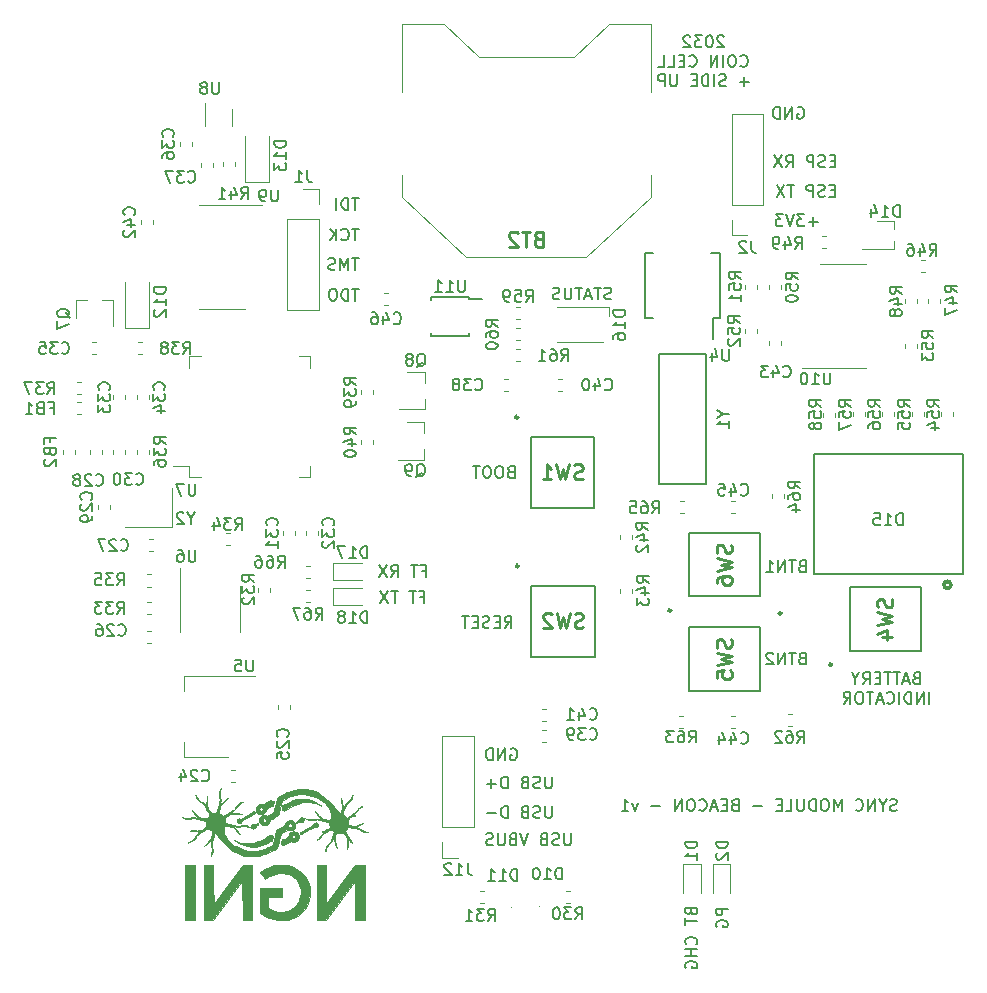
<source format=gbo>
G04 #@! TF.GenerationSoftware,KiCad,Pcbnew,(5.1.5)-3*
G04 #@! TF.CreationDate,2020-04-03T10:32:08+01:00*
G04 #@! TF.ProjectId,sync_module,73796e63-5f6d-46f6-9475-6c652e6b6963,rev?*
G04 #@! TF.SameCoordinates,Original*
G04 #@! TF.FileFunction,Legend,Bot*
G04 #@! TF.FilePolarity,Positive*
%FSLAX46Y46*%
G04 Gerber Fmt 4.6, Leading zero omitted, Abs format (unit mm)*
G04 Created by KiCad (PCBNEW (5.1.5)-3) date 2020-04-03 10:32:08*
%MOMM*%
%LPD*%
G04 APERTURE LIST*
%ADD10C,0.150000*%
%ADD11C,0.010000*%
%ADD12C,0.250000*%
%ADD13C,0.200000*%
%ADD14C,0.100000*%
%ADD15C,0.120000*%
%ADD16C,0.300000*%
%ADD17C,0.254000*%
G04 APERTURE END LIST*
D10*
X16714285Y39802380D02*
X16666666Y39850000D01*
X16571428Y39897619D01*
X16333333Y39897619D01*
X16238095Y39850000D01*
X16190476Y39802380D01*
X16142857Y39707142D01*
X16142857Y39611904D01*
X16190476Y39469047D01*
X16761904Y38897619D01*
X16142857Y38897619D01*
X15523809Y39897619D02*
X15428571Y39897619D01*
X15333333Y39850000D01*
X15285714Y39802380D01*
X15238095Y39707142D01*
X15190476Y39516666D01*
X15190476Y39278571D01*
X15238095Y39088095D01*
X15285714Y38992857D01*
X15333333Y38945238D01*
X15428571Y38897619D01*
X15523809Y38897619D01*
X15619047Y38945238D01*
X15666666Y38992857D01*
X15714285Y39088095D01*
X15761904Y39278571D01*
X15761904Y39516666D01*
X15714285Y39707142D01*
X15666666Y39802380D01*
X15619047Y39850000D01*
X15523809Y39897619D01*
X14857142Y39897619D02*
X14238095Y39897619D01*
X14571428Y39516666D01*
X14428571Y39516666D01*
X14333333Y39469047D01*
X14285714Y39421428D01*
X14238095Y39326190D01*
X14238095Y39088095D01*
X14285714Y38992857D01*
X14333333Y38945238D01*
X14428571Y38897619D01*
X14714285Y38897619D01*
X14809523Y38945238D01*
X14857142Y38992857D01*
X13857142Y39802380D02*
X13809523Y39850000D01*
X13714285Y39897619D01*
X13476190Y39897619D01*
X13380952Y39850000D01*
X13333333Y39802380D01*
X13285714Y39707142D01*
X13285714Y39611904D01*
X13333333Y39469047D01*
X13904761Y38897619D01*
X13285714Y38897619D01*
X18119047Y37342857D02*
X18166666Y37295238D01*
X18309523Y37247619D01*
X18404761Y37247619D01*
X18547619Y37295238D01*
X18642857Y37390476D01*
X18690476Y37485714D01*
X18738095Y37676190D01*
X18738095Y37819047D01*
X18690476Y38009523D01*
X18642857Y38104761D01*
X18547619Y38200000D01*
X18404761Y38247619D01*
X18309523Y38247619D01*
X18166666Y38200000D01*
X18119047Y38152380D01*
X17500000Y38247619D02*
X17309523Y38247619D01*
X17214285Y38200000D01*
X17119047Y38104761D01*
X17071428Y37914285D01*
X17071428Y37580952D01*
X17119047Y37390476D01*
X17214285Y37295238D01*
X17309523Y37247619D01*
X17500000Y37247619D01*
X17595238Y37295238D01*
X17690476Y37390476D01*
X17738095Y37580952D01*
X17738095Y37914285D01*
X17690476Y38104761D01*
X17595238Y38200000D01*
X17500000Y38247619D01*
X16642857Y37247619D02*
X16642857Y38247619D01*
X16166666Y37247619D02*
X16166666Y38247619D01*
X15595238Y37247619D01*
X15595238Y38247619D01*
X13785714Y37342857D02*
X13833333Y37295238D01*
X13976190Y37247619D01*
X14071428Y37247619D01*
X14214285Y37295238D01*
X14309523Y37390476D01*
X14357142Y37485714D01*
X14404761Y37676190D01*
X14404761Y37819047D01*
X14357142Y38009523D01*
X14309523Y38104761D01*
X14214285Y38200000D01*
X14071428Y38247619D01*
X13976190Y38247619D01*
X13833333Y38200000D01*
X13785714Y38152380D01*
X13357142Y37771428D02*
X13023809Y37771428D01*
X12880952Y37247619D02*
X13357142Y37247619D01*
X13357142Y38247619D01*
X12880952Y38247619D01*
X11976190Y37247619D02*
X12452380Y37247619D01*
X12452380Y38247619D01*
X11166666Y37247619D02*
X11642857Y37247619D01*
X11642857Y38247619D01*
X18833333Y35978571D02*
X18071428Y35978571D01*
X18452380Y35597619D02*
X18452380Y36359523D01*
X16880952Y35645238D02*
X16738095Y35597619D01*
X16500000Y35597619D01*
X16404761Y35645238D01*
X16357142Y35692857D01*
X16309523Y35788095D01*
X16309523Y35883333D01*
X16357142Y35978571D01*
X16404761Y36026190D01*
X16500000Y36073809D01*
X16690476Y36121428D01*
X16785714Y36169047D01*
X16833333Y36216666D01*
X16880952Y36311904D01*
X16880952Y36407142D01*
X16833333Y36502380D01*
X16785714Y36550000D01*
X16690476Y36597619D01*
X16452380Y36597619D01*
X16309523Y36550000D01*
X15880952Y35597619D02*
X15880952Y36597619D01*
X15404761Y35597619D02*
X15404761Y36597619D01*
X15166666Y36597619D01*
X15023809Y36550000D01*
X14928571Y36454761D01*
X14880952Y36359523D01*
X14833333Y36169047D01*
X14833333Y36026190D01*
X14880952Y35835714D01*
X14928571Y35740476D01*
X15023809Y35645238D01*
X15166666Y35597619D01*
X15404761Y35597619D01*
X14404761Y36121428D02*
X14071428Y36121428D01*
X13928571Y35597619D02*
X14404761Y35597619D01*
X14404761Y36597619D01*
X13928571Y36597619D01*
X12738095Y36597619D02*
X12738095Y35788095D01*
X12690476Y35692857D01*
X12642857Y35645238D01*
X12547619Y35597619D01*
X12357142Y35597619D01*
X12261904Y35645238D01*
X12214285Y35692857D01*
X12166666Y35788095D01*
X12166666Y36597619D01*
X11690476Y35597619D02*
X11690476Y36597619D01*
X11309523Y36597619D01*
X11214285Y36550000D01*
X11166666Y36502380D01*
X11119047Y36407142D01*
X11119047Y36264285D01*
X11166666Y36169047D01*
X11214285Y36121428D01*
X11309523Y36073809D01*
X11690476Y36073809D01*
X31342857Y-25704761D02*
X31200000Y-25752380D01*
X30961904Y-25752380D01*
X30866666Y-25704761D01*
X30819047Y-25657142D01*
X30771428Y-25561904D01*
X30771428Y-25466666D01*
X30819047Y-25371428D01*
X30866666Y-25323809D01*
X30961904Y-25276190D01*
X31152380Y-25228571D01*
X31247619Y-25180952D01*
X31295238Y-25133333D01*
X31342857Y-25038095D01*
X31342857Y-24942857D01*
X31295238Y-24847619D01*
X31247619Y-24800000D01*
X31152380Y-24752380D01*
X30914285Y-24752380D01*
X30771428Y-24800000D01*
X30152380Y-25276190D02*
X30152380Y-25752380D01*
X30485714Y-24752380D02*
X30152380Y-25276190D01*
X29819047Y-24752380D01*
X29485714Y-25752380D02*
X29485714Y-24752380D01*
X28914285Y-25752380D01*
X28914285Y-24752380D01*
X27866666Y-25657142D02*
X27914285Y-25704761D01*
X28057142Y-25752380D01*
X28152380Y-25752380D01*
X28295238Y-25704761D01*
X28390476Y-25609523D01*
X28438095Y-25514285D01*
X28485714Y-25323809D01*
X28485714Y-25180952D01*
X28438095Y-24990476D01*
X28390476Y-24895238D01*
X28295238Y-24800000D01*
X28152380Y-24752380D01*
X28057142Y-24752380D01*
X27914285Y-24800000D01*
X27866666Y-24847619D01*
X26676190Y-25752380D02*
X26676190Y-24752380D01*
X26342857Y-25466666D01*
X26009523Y-24752380D01*
X26009523Y-25752380D01*
X25342857Y-24752380D02*
X25152380Y-24752380D01*
X25057142Y-24800000D01*
X24961904Y-24895238D01*
X24914285Y-25085714D01*
X24914285Y-25419047D01*
X24961904Y-25609523D01*
X25057142Y-25704761D01*
X25152380Y-25752380D01*
X25342857Y-25752380D01*
X25438095Y-25704761D01*
X25533333Y-25609523D01*
X25580952Y-25419047D01*
X25580952Y-25085714D01*
X25533333Y-24895238D01*
X25438095Y-24800000D01*
X25342857Y-24752380D01*
X24485714Y-25752380D02*
X24485714Y-24752380D01*
X24247619Y-24752380D01*
X24104761Y-24800000D01*
X24009523Y-24895238D01*
X23961904Y-24990476D01*
X23914285Y-25180952D01*
X23914285Y-25323809D01*
X23961904Y-25514285D01*
X24009523Y-25609523D01*
X24104761Y-25704761D01*
X24247619Y-25752380D01*
X24485714Y-25752380D01*
X23485714Y-24752380D02*
X23485714Y-25561904D01*
X23438095Y-25657142D01*
X23390476Y-25704761D01*
X23295238Y-25752380D01*
X23104761Y-25752380D01*
X23009523Y-25704761D01*
X22961904Y-25657142D01*
X22914285Y-25561904D01*
X22914285Y-24752380D01*
X21961904Y-25752380D02*
X22438095Y-25752380D01*
X22438095Y-24752380D01*
X21628571Y-25228571D02*
X21295238Y-25228571D01*
X21152380Y-25752380D02*
X21628571Y-25752380D01*
X21628571Y-24752380D01*
X21152380Y-24752380D01*
X19961904Y-25371428D02*
X19200000Y-25371428D01*
X17628571Y-25228571D02*
X17485714Y-25276190D01*
X17438095Y-25323809D01*
X17390476Y-25419047D01*
X17390476Y-25561904D01*
X17438095Y-25657142D01*
X17485714Y-25704761D01*
X17580952Y-25752380D01*
X17961904Y-25752380D01*
X17961904Y-24752380D01*
X17628571Y-24752380D01*
X17533333Y-24800000D01*
X17485714Y-24847619D01*
X17438095Y-24942857D01*
X17438095Y-25038095D01*
X17485714Y-25133333D01*
X17533333Y-25180952D01*
X17628571Y-25228571D01*
X17961904Y-25228571D01*
X16961904Y-25228571D02*
X16628571Y-25228571D01*
X16485714Y-25752380D02*
X16961904Y-25752380D01*
X16961904Y-24752380D01*
X16485714Y-24752380D01*
X16104761Y-25466666D02*
X15628571Y-25466666D01*
X16200000Y-25752380D02*
X15866666Y-24752380D01*
X15533333Y-25752380D01*
X14628571Y-25657142D02*
X14676190Y-25704761D01*
X14819047Y-25752380D01*
X14914285Y-25752380D01*
X15057142Y-25704761D01*
X15152380Y-25609523D01*
X15200000Y-25514285D01*
X15247619Y-25323809D01*
X15247619Y-25180952D01*
X15200000Y-24990476D01*
X15152380Y-24895238D01*
X15057142Y-24800000D01*
X14914285Y-24752380D01*
X14819047Y-24752380D01*
X14676190Y-24800000D01*
X14628571Y-24847619D01*
X14009523Y-24752380D02*
X13819047Y-24752380D01*
X13723809Y-24800000D01*
X13628571Y-24895238D01*
X13580952Y-25085714D01*
X13580952Y-25419047D01*
X13628571Y-25609523D01*
X13723809Y-25704761D01*
X13819047Y-25752380D01*
X14009523Y-25752380D01*
X14104761Y-25704761D01*
X14200000Y-25609523D01*
X14247619Y-25419047D01*
X14247619Y-25085714D01*
X14200000Y-24895238D01*
X14104761Y-24800000D01*
X14009523Y-24752380D01*
X13152380Y-25752380D02*
X13152380Y-24752380D01*
X12580952Y-25752380D01*
X12580952Y-24752380D01*
X11342857Y-25371428D02*
X10580952Y-25371428D01*
X9438095Y-25085714D02*
X9200000Y-25752380D01*
X8961904Y-25085714D01*
X8057142Y-25752380D02*
X8628571Y-25752380D01*
X8342857Y-25752380D02*
X8342857Y-24752380D01*
X8438095Y-24895238D01*
X8533333Y-24990476D01*
X8628571Y-25038095D01*
X7176190Y17595238D02*
X7033333Y17547619D01*
X6795238Y17547619D01*
X6700000Y17595238D01*
X6652380Y17642857D01*
X6604761Y17738095D01*
X6604761Y17833333D01*
X6652380Y17928571D01*
X6700000Y17976190D01*
X6795238Y18023809D01*
X6985714Y18071428D01*
X7080952Y18119047D01*
X7128571Y18166666D01*
X7176190Y18261904D01*
X7176190Y18357142D01*
X7128571Y18452380D01*
X7080952Y18500000D01*
X6985714Y18547619D01*
X6747619Y18547619D01*
X6604761Y18500000D01*
X6319047Y18547619D02*
X5747619Y18547619D01*
X6033333Y17547619D02*
X6033333Y18547619D01*
X5461904Y17833333D02*
X4985714Y17833333D01*
X5557142Y17547619D02*
X5223809Y18547619D01*
X4890476Y17547619D01*
X4700000Y18547619D02*
X4128571Y18547619D01*
X4414285Y17547619D02*
X4414285Y18547619D01*
X3795238Y18547619D02*
X3795238Y17738095D01*
X3747619Y17642857D01*
X3699999Y17595238D01*
X3604761Y17547619D01*
X3414285Y17547619D01*
X3319047Y17595238D01*
X3271428Y17642857D01*
X3223809Y17738095D01*
X3223809Y18547619D01*
X2795238Y17595238D02*
X2652380Y17547619D01*
X2414285Y17547619D01*
X2319047Y17595238D01*
X2271428Y17642857D01*
X2223809Y17738095D01*
X2223809Y17833333D01*
X2271428Y17928571D01*
X2319047Y17976190D01*
X2414285Y18023809D01*
X2604761Y18071428D01*
X2699999Y18119047D01*
X2747619Y18166666D01*
X2795238Y18261904D01*
X2795238Y18357142D01*
X2747619Y18452380D01*
X2699999Y18500000D01*
X2604761Y18547619D01*
X2366666Y18547619D01*
X2223809Y18500000D01*
X17052380Y-34038095D02*
X16052380Y-34038095D01*
X16052380Y-34419047D01*
X16100000Y-34514285D01*
X16147619Y-34561904D01*
X16242857Y-34609523D01*
X16385714Y-34609523D01*
X16480952Y-34561904D01*
X16528571Y-34514285D01*
X16576190Y-34419047D01*
X16576190Y-34038095D01*
X16100000Y-35561904D02*
X16052380Y-35466666D01*
X16052380Y-35323809D01*
X16100000Y-35180952D01*
X16195238Y-35085714D01*
X16290476Y-35038095D01*
X16480952Y-34990476D01*
X16623809Y-34990476D01*
X16814285Y-35038095D01*
X16909523Y-35085714D01*
X17004761Y-35180952D01*
X17052380Y-35323809D01*
X17052380Y-35419047D01*
X17004761Y-35561904D01*
X16957142Y-35609523D01*
X16623809Y-35609523D01*
X16623809Y-35419047D01*
X13928571Y-34285714D02*
X13976190Y-34428571D01*
X14023809Y-34476190D01*
X14119047Y-34523809D01*
X14261904Y-34523809D01*
X14357142Y-34476190D01*
X14404761Y-34428571D01*
X14452380Y-34333333D01*
X14452380Y-33952380D01*
X13452380Y-33952380D01*
X13452380Y-34285714D01*
X13500000Y-34380952D01*
X13547619Y-34428571D01*
X13642857Y-34476190D01*
X13738095Y-34476190D01*
X13833333Y-34428571D01*
X13880952Y-34380952D01*
X13928571Y-34285714D01*
X13928571Y-33952380D01*
X13452380Y-34809523D02*
X13452380Y-35380952D01*
X14452380Y-35095238D02*
X13452380Y-35095238D01*
X14357142Y-37047619D02*
X14404761Y-37000000D01*
X14452380Y-36857142D01*
X14452380Y-36761904D01*
X14404761Y-36619047D01*
X14309523Y-36523809D01*
X14214285Y-36476190D01*
X14023809Y-36428571D01*
X13880952Y-36428571D01*
X13690476Y-36476190D01*
X13595238Y-36523809D01*
X13500000Y-36619047D01*
X13452380Y-36761904D01*
X13452380Y-36857142D01*
X13500000Y-37000000D01*
X13547619Y-37047619D01*
X14452380Y-37476190D02*
X13452380Y-37476190D01*
X13928571Y-37476190D02*
X13928571Y-38047619D01*
X14452380Y-38047619D02*
X13452380Y-38047619D01*
X13500000Y-39047619D02*
X13452380Y-38952380D01*
X13452380Y-38809523D01*
X13500000Y-38666666D01*
X13595238Y-38571428D01*
X13690476Y-38523809D01*
X13880952Y-38476190D01*
X14023809Y-38476190D01*
X14214285Y-38523809D01*
X14309523Y-38571428D01*
X14404761Y-38666666D01*
X14452380Y-38809523D01*
X14452380Y-38904761D01*
X14404761Y-39047619D01*
X14357142Y-39095238D01*
X14023809Y-39095238D01*
X14023809Y-38904761D01*
X-8978690Y-7628571D02*
X-8645357Y-7628571D01*
X-8645357Y-8152380D02*
X-8645357Y-7152380D01*
X-9121547Y-7152380D01*
X-9359642Y-7152380D02*
X-9931071Y-7152380D01*
X-9645357Y-8152380D02*
X-9645357Y-7152380D01*
X-10883452Y-7152380D02*
X-11454880Y-7152380D01*
X-11169166Y-8152380D02*
X-11169166Y-7152380D01*
X-11692976Y-7152380D02*
X-12359642Y-8152380D01*
X-12359642Y-7152380D02*
X-11692976Y-8152380D01*
X-8840595Y-5428571D02*
X-8507261Y-5428571D01*
X-8507261Y-5952380D02*
X-8507261Y-4952380D01*
X-8983452Y-4952380D01*
X-9221547Y-4952380D02*
X-9792976Y-4952380D01*
X-9507261Y-5952380D02*
X-9507261Y-4952380D01*
X-11459642Y-5952380D02*
X-11126309Y-5476190D01*
X-10888214Y-5952380D02*
X-10888214Y-4952380D01*
X-11269166Y-4952380D01*
X-11364404Y-5000000D01*
X-11412023Y-5047619D01*
X-11459642Y-5142857D01*
X-11459642Y-5285714D01*
X-11412023Y-5380952D01*
X-11364404Y-5428571D01*
X-11269166Y-5476190D01*
X-10888214Y-5476190D01*
X-11792976Y-4952380D02*
X-12459642Y-5952380D01*
X-12459642Y-4952380D02*
X-11792976Y-5952380D01*
X-1342857Y2971428D02*
X-1485714Y2923809D01*
X-1533333Y2876190D01*
X-1580952Y2780952D01*
X-1580952Y2638095D01*
X-1533333Y2542857D01*
X-1485714Y2495238D01*
X-1390476Y2447619D01*
X-1009523Y2447619D01*
X-1009523Y3447619D01*
X-1342857Y3447619D01*
X-1438095Y3400000D01*
X-1485714Y3352380D01*
X-1533333Y3257142D01*
X-1533333Y3161904D01*
X-1485714Y3066666D01*
X-1438095Y3019047D01*
X-1342857Y2971428D01*
X-1009523Y2971428D01*
X-2200000Y3447619D02*
X-2390476Y3447619D01*
X-2485714Y3400000D01*
X-2580952Y3304761D01*
X-2628571Y3114285D01*
X-2628571Y2780952D01*
X-2580952Y2590476D01*
X-2485714Y2495238D01*
X-2390476Y2447619D01*
X-2200000Y2447619D01*
X-2104761Y2495238D01*
X-2009523Y2590476D01*
X-1961904Y2780952D01*
X-1961904Y3114285D01*
X-2009523Y3304761D01*
X-2104761Y3400000D01*
X-2200000Y3447619D01*
X-3247619Y3447619D02*
X-3438095Y3447619D01*
X-3533333Y3400000D01*
X-3628571Y3304761D01*
X-3676190Y3114285D01*
X-3676190Y2780952D01*
X-3628571Y2590476D01*
X-3533333Y2495238D01*
X-3438095Y2447619D01*
X-3247619Y2447619D01*
X-3152380Y2495238D01*
X-3057142Y2590476D01*
X-3009523Y2780952D01*
X-3009523Y3114285D01*
X-3057142Y3304761D01*
X-3152380Y3400000D01*
X-3247619Y3447619D01*
X-3961904Y3447619D02*
X-4533333Y3447619D01*
X-4247619Y2447619D02*
X-4247619Y3447619D01*
X-1847619Y-10252380D02*
X-1514285Y-9776190D01*
X-1276190Y-10252380D02*
X-1276190Y-9252380D01*
X-1657142Y-9252380D01*
X-1752380Y-9300000D01*
X-1800000Y-9347619D01*
X-1847619Y-9442857D01*
X-1847619Y-9585714D01*
X-1800000Y-9680952D01*
X-1752380Y-9728571D01*
X-1657142Y-9776190D01*
X-1276190Y-9776190D01*
X-2276190Y-9728571D02*
X-2609523Y-9728571D01*
X-2752380Y-10252380D02*
X-2276190Y-10252380D01*
X-2276190Y-9252380D01*
X-2752380Y-9252380D01*
X-3133333Y-10204761D02*
X-3276190Y-10252380D01*
X-3514285Y-10252380D01*
X-3609523Y-10204761D01*
X-3657142Y-10157142D01*
X-3704761Y-10061904D01*
X-3704761Y-9966666D01*
X-3657142Y-9871428D01*
X-3609523Y-9823809D01*
X-3514285Y-9776190D01*
X-3323809Y-9728571D01*
X-3228571Y-9680952D01*
X-3180952Y-9633333D01*
X-3133333Y-9538095D01*
X-3133333Y-9442857D01*
X-3180952Y-9347619D01*
X-3228571Y-9300000D01*
X-3323809Y-9252380D01*
X-3561904Y-9252380D01*
X-3704761Y-9300000D01*
X-4133333Y-9728571D02*
X-4466666Y-9728571D01*
X-4609523Y-10252380D02*
X-4133333Y-10252380D01*
X-4133333Y-9252380D01*
X-4609523Y-9252380D01*
X-4895238Y-9252380D02*
X-5466666Y-9252380D01*
X-5180952Y-10252380D02*
X-5180952Y-9252380D01*
X23309523Y-12828571D02*
X23166666Y-12876190D01*
X23119047Y-12923809D01*
X23071428Y-13019047D01*
X23071428Y-13161904D01*
X23119047Y-13257142D01*
X23166666Y-13304761D01*
X23261904Y-13352380D01*
X23642857Y-13352380D01*
X23642857Y-12352380D01*
X23309523Y-12352380D01*
X23214285Y-12400000D01*
X23166666Y-12447619D01*
X23119047Y-12542857D01*
X23119047Y-12638095D01*
X23166666Y-12733333D01*
X23214285Y-12780952D01*
X23309523Y-12828571D01*
X23642857Y-12828571D01*
X22785714Y-12352380D02*
X22214285Y-12352380D01*
X22500000Y-13352380D02*
X22500000Y-12352380D01*
X21880952Y-13352380D02*
X21880952Y-12352380D01*
X21309523Y-13352380D01*
X21309523Y-12352380D01*
X20880952Y-12447619D02*
X20833333Y-12400000D01*
X20738095Y-12352380D01*
X20500000Y-12352380D01*
X20404761Y-12400000D01*
X20357142Y-12447619D01*
X20309523Y-12542857D01*
X20309523Y-12638095D01*
X20357142Y-12780952D01*
X20928571Y-13352380D01*
X20309523Y-13352380D01*
X23309523Y-5028571D02*
X23166666Y-5076190D01*
X23119047Y-5123809D01*
X23071428Y-5219047D01*
X23071428Y-5361904D01*
X23119047Y-5457142D01*
X23166666Y-5504761D01*
X23261904Y-5552380D01*
X23642857Y-5552380D01*
X23642857Y-4552380D01*
X23309523Y-4552380D01*
X23214285Y-4600000D01*
X23166666Y-4647619D01*
X23119047Y-4742857D01*
X23119047Y-4838095D01*
X23166666Y-4933333D01*
X23214285Y-4980952D01*
X23309523Y-5028571D01*
X23642857Y-5028571D01*
X22785714Y-4552380D02*
X22214285Y-4552380D01*
X22500000Y-5552380D02*
X22500000Y-4552380D01*
X21880952Y-5552380D02*
X21880952Y-4552380D01*
X21309523Y-5552380D01*
X21309523Y-4552380D01*
X20309523Y-5552380D02*
X20880952Y-5552380D01*
X20595238Y-5552380D02*
X20595238Y-4552380D01*
X20690476Y-4695238D01*
X20785714Y-4790476D01*
X20880952Y-4838095D01*
X33000000Y-14503571D02*
X32857142Y-14551190D01*
X32809523Y-14598809D01*
X32761904Y-14694047D01*
X32761904Y-14836904D01*
X32809523Y-14932142D01*
X32857142Y-14979761D01*
X32952380Y-15027380D01*
X33333333Y-15027380D01*
X33333333Y-14027380D01*
X33000000Y-14027380D01*
X32904761Y-14075000D01*
X32857142Y-14122619D01*
X32809523Y-14217857D01*
X32809523Y-14313095D01*
X32857142Y-14408333D01*
X32904761Y-14455952D01*
X33000000Y-14503571D01*
X33333333Y-14503571D01*
X32380952Y-14741666D02*
X31904761Y-14741666D01*
X32476190Y-15027380D02*
X32142857Y-14027380D01*
X31809523Y-15027380D01*
X31619047Y-14027380D02*
X31047619Y-14027380D01*
X31333333Y-15027380D02*
X31333333Y-14027380D01*
X30857142Y-14027380D02*
X30285714Y-14027380D01*
X30571428Y-15027380D02*
X30571428Y-14027380D01*
X29952380Y-14503571D02*
X29619047Y-14503571D01*
X29476190Y-15027380D02*
X29952380Y-15027380D01*
X29952380Y-14027380D01*
X29476190Y-14027380D01*
X28476190Y-15027380D02*
X28809523Y-14551190D01*
X29047619Y-15027380D02*
X29047619Y-14027380D01*
X28666666Y-14027380D01*
X28571428Y-14075000D01*
X28523809Y-14122619D01*
X28476190Y-14217857D01*
X28476190Y-14360714D01*
X28523809Y-14455952D01*
X28571428Y-14503571D01*
X28666666Y-14551190D01*
X29047619Y-14551190D01*
X27857142Y-14551190D02*
X27857142Y-15027380D01*
X28190476Y-14027380D02*
X27857142Y-14551190D01*
X27523809Y-14027380D01*
X34095238Y-16677380D02*
X34095238Y-15677380D01*
X33619047Y-16677380D02*
X33619047Y-15677380D01*
X33047619Y-16677380D01*
X33047619Y-15677380D01*
X32571428Y-16677380D02*
X32571428Y-15677380D01*
X32333333Y-15677380D01*
X32190476Y-15725000D01*
X32095238Y-15820238D01*
X32047619Y-15915476D01*
X32000000Y-16105952D01*
X32000000Y-16248809D01*
X32047619Y-16439285D01*
X32095238Y-16534523D01*
X32190476Y-16629761D01*
X32333333Y-16677380D01*
X32571428Y-16677380D01*
X31571428Y-16677380D02*
X31571428Y-15677380D01*
X30523809Y-16582142D02*
X30571428Y-16629761D01*
X30714285Y-16677380D01*
X30809523Y-16677380D01*
X30952380Y-16629761D01*
X31047619Y-16534523D01*
X31095238Y-16439285D01*
X31142857Y-16248809D01*
X31142857Y-16105952D01*
X31095238Y-15915476D01*
X31047619Y-15820238D01*
X30952380Y-15725000D01*
X30809523Y-15677380D01*
X30714285Y-15677380D01*
X30571428Y-15725000D01*
X30523809Y-15772619D01*
X30142857Y-16391666D02*
X29666666Y-16391666D01*
X30238095Y-16677380D02*
X29904761Y-15677380D01*
X29571428Y-16677380D01*
X29380952Y-15677380D02*
X28809523Y-15677380D01*
X29095238Y-16677380D02*
X29095238Y-15677380D01*
X28285714Y-15677380D02*
X28095238Y-15677380D01*
X28000000Y-15725000D01*
X27904761Y-15820238D01*
X27857142Y-16010714D01*
X27857142Y-16344047D01*
X27904761Y-16534523D01*
X28000000Y-16629761D01*
X28095238Y-16677380D01*
X28285714Y-16677380D01*
X28380952Y-16629761D01*
X28476190Y-16534523D01*
X28523809Y-16344047D01*
X28523809Y-16010714D01*
X28476190Y-15820238D01*
X28380952Y-15725000D01*
X28285714Y-15677380D01*
X26857142Y-16677380D02*
X27190476Y-16201190D01*
X27428571Y-16677380D02*
X27428571Y-15677380D01*
X27047619Y-15677380D01*
X26952380Y-15725000D01*
X26904761Y-15772619D01*
X26857142Y-15867857D01*
X26857142Y-16010714D01*
X26904761Y-16105952D01*
X26952380Y-16153571D01*
X27047619Y-16201190D01*
X27428571Y-16201190D01*
X-14192738Y18447619D02*
X-14764166Y18447619D01*
X-14478452Y17447619D02*
X-14478452Y18447619D01*
X-15097500Y17447619D02*
X-15097500Y18447619D01*
X-15335595Y18447619D01*
X-15478452Y18400000D01*
X-15573690Y18304761D01*
X-15621309Y18209523D01*
X-15668928Y18019047D01*
X-15668928Y17876190D01*
X-15621309Y17685714D01*
X-15573690Y17590476D01*
X-15478452Y17495238D01*
X-15335595Y17447619D01*
X-15097500Y17447619D01*
X-16287976Y18447619D02*
X-16478452Y18447619D01*
X-16573690Y18400000D01*
X-16668928Y18304761D01*
X-16716547Y18114285D01*
X-16716547Y17780952D01*
X-16668928Y17590476D01*
X-16573690Y17495238D01*
X-16478452Y17447619D01*
X-16287976Y17447619D01*
X-16192738Y17495238D01*
X-16097500Y17590476D01*
X-16049880Y17780952D01*
X-16049880Y18114285D01*
X-16097500Y18304761D01*
X-16192738Y18400000D01*
X-16287976Y18447619D01*
X-14192738Y21047619D02*
X-14764166Y21047619D01*
X-14478452Y20047619D02*
X-14478452Y21047619D01*
X-15097500Y20047619D02*
X-15097500Y21047619D01*
X-15430833Y20333333D01*
X-15764166Y21047619D01*
X-15764166Y20047619D01*
X-16192738Y20095238D02*
X-16335595Y20047619D01*
X-16573690Y20047619D01*
X-16668928Y20095238D01*
X-16716547Y20142857D01*
X-16764166Y20238095D01*
X-16764166Y20333333D01*
X-16716547Y20428571D01*
X-16668928Y20476190D01*
X-16573690Y20523809D01*
X-16383214Y20571428D01*
X-16287976Y20619047D01*
X-16240357Y20666666D01*
X-16192738Y20761904D01*
X-16192738Y20857142D01*
X-16240357Y20952380D01*
X-16287976Y21000000D01*
X-16383214Y21047619D01*
X-16621309Y21047619D01*
X-16764166Y21000000D01*
X-14192738Y23547619D02*
X-14764166Y23547619D01*
X-14478452Y22547619D02*
X-14478452Y23547619D01*
X-15668928Y22642857D02*
X-15621309Y22595238D01*
X-15478452Y22547619D01*
X-15383214Y22547619D01*
X-15240357Y22595238D01*
X-15145119Y22690476D01*
X-15097500Y22785714D01*
X-15049880Y22976190D01*
X-15049880Y23119047D01*
X-15097500Y23309523D01*
X-15145119Y23404761D01*
X-15240357Y23500000D01*
X-15383214Y23547619D01*
X-15478452Y23547619D01*
X-15621309Y23500000D01*
X-15668928Y23452380D01*
X-16097500Y22547619D02*
X-16097500Y23547619D01*
X-16668928Y22547619D02*
X-16240357Y23119047D01*
X-16668928Y23547619D02*
X-16097500Y22976190D01*
X-14192738Y26147619D02*
X-14764166Y26147619D01*
X-14478452Y25147619D02*
X-14478452Y26147619D01*
X-15097500Y25147619D02*
X-15097500Y26147619D01*
X-15335595Y26147619D01*
X-15478452Y26100000D01*
X-15573690Y26004761D01*
X-15621309Y25909523D01*
X-15668928Y25719047D01*
X-15668928Y25576190D01*
X-15621309Y25385714D01*
X-15573690Y25290476D01*
X-15478452Y25195238D01*
X-15335595Y25147619D01*
X-15097500Y25147619D01*
X-16097500Y25147619D02*
X-16097500Y26147619D01*
X24661904Y24128571D02*
X23900000Y24128571D01*
X24280952Y23747619D02*
X24280952Y24509523D01*
X23519047Y24747619D02*
X22900000Y24747619D01*
X23233333Y24366666D01*
X23090476Y24366666D01*
X22995238Y24319047D01*
X22947619Y24271428D01*
X22900000Y24176190D01*
X22900000Y23938095D01*
X22947619Y23842857D01*
X22995238Y23795238D01*
X23090476Y23747619D01*
X23376190Y23747619D01*
X23471428Y23795238D01*
X23519047Y23842857D01*
X22614285Y24747619D02*
X22280952Y23747619D01*
X21947619Y24747619D01*
X21709523Y24747619D02*
X21090476Y24747619D01*
X21423809Y24366666D01*
X21280952Y24366666D01*
X21185714Y24319047D01*
X21138095Y24271428D01*
X21090476Y24176190D01*
X21090476Y23938095D01*
X21138095Y23842857D01*
X21185714Y23795238D01*
X21280952Y23747619D01*
X21566666Y23747619D01*
X21661904Y23795238D01*
X21709523Y23842857D01*
X26128571Y26771428D02*
X25795238Y26771428D01*
X25652380Y26247619D02*
X26128571Y26247619D01*
X26128571Y27247619D01*
X25652380Y27247619D01*
X25271428Y26295238D02*
X25128571Y26247619D01*
X24890476Y26247619D01*
X24795238Y26295238D01*
X24747619Y26342857D01*
X24700000Y26438095D01*
X24700000Y26533333D01*
X24747619Y26628571D01*
X24795238Y26676190D01*
X24890476Y26723809D01*
X25080952Y26771428D01*
X25176190Y26819047D01*
X25223809Y26866666D01*
X25271428Y26961904D01*
X25271428Y27057142D01*
X25223809Y27152380D01*
X25176190Y27200000D01*
X25080952Y27247619D01*
X24842857Y27247619D01*
X24700000Y27200000D01*
X24271428Y26247619D02*
X24271428Y27247619D01*
X23890476Y27247619D01*
X23795238Y27200000D01*
X23747619Y27152380D01*
X23700000Y27057142D01*
X23700000Y26914285D01*
X23747619Y26819047D01*
X23795238Y26771428D01*
X23890476Y26723809D01*
X24271428Y26723809D01*
X22652380Y27247619D02*
X22080952Y27247619D01*
X22366666Y26247619D02*
X22366666Y27247619D01*
X21842857Y27247619D02*
X21176190Y26247619D01*
X21176190Y27247619D02*
X21842857Y26247619D01*
X26147619Y29271428D02*
X25814285Y29271428D01*
X25671428Y28747619D02*
X26147619Y28747619D01*
X26147619Y29747619D01*
X25671428Y29747619D01*
X25290476Y28795238D02*
X25147619Y28747619D01*
X24909523Y28747619D01*
X24814285Y28795238D01*
X24766666Y28842857D01*
X24719047Y28938095D01*
X24719047Y29033333D01*
X24766666Y29128571D01*
X24814285Y29176190D01*
X24909523Y29223809D01*
X25100000Y29271428D01*
X25195238Y29319047D01*
X25242857Y29366666D01*
X25290476Y29461904D01*
X25290476Y29557142D01*
X25242857Y29652380D01*
X25195238Y29700000D01*
X25100000Y29747619D01*
X24861904Y29747619D01*
X24719047Y29700000D01*
X24290476Y28747619D02*
X24290476Y29747619D01*
X23909523Y29747619D01*
X23814285Y29700000D01*
X23766666Y29652380D01*
X23719047Y29557142D01*
X23719047Y29414285D01*
X23766666Y29319047D01*
X23814285Y29271428D01*
X23909523Y29223809D01*
X24290476Y29223809D01*
X21957142Y28747619D02*
X22290476Y29223809D01*
X22528571Y28747619D02*
X22528571Y29747619D01*
X22147619Y29747619D01*
X22052380Y29700000D01*
X22004761Y29652380D01*
X21957142Y29557142D01*
X21957142Y29414285D01*
X22004761Y29319047D01*
X22052380Y29271428D01*
X22147619Y29223809D01*
X22528571Y29223809D01*
X21623809Y29747619D02*
X20957142Y28747619D01*
X20957142Y29747619D02*
X21623809Y28747619D01*
X22961904Y33800000D02*
X23057142Y33847619D01*
X23200000Y33847619D01*
X23342857Y33800000D01*
X23438095Y33704761D01*
X23485714Y33609523D01*
X23533333Y33419047D01*
X23533333Y33276190D01*
X23485714Y33085714D01*
X23438095Y32990476D01*
X23342857Y32895238D01*
X23200000Y32847619D01*
X23104761Y32847619D01*
X22961904Y32895238D01*
X22914285Y32942857D01*
X22914285Y33276190D01*
X23104761Y33276190D01*
X22485714Y32847619D02*
X22485714Y33847619D01*
X21914285Y32847619D01*
X21914285Y33847619D01*
X21438095Y32847619D02*
X21438095Y33847619D01*
X21200000Y33847619D01*
X21057142Y33800000D01*
X20961904Y33704761D01*
X20914285Y33609523D01*
X20866666Y33419047D01*
X20866666Y33276190D01*
X20914285Y33085714D01*
X20961904Y32990476D01*
X21057142Y32895238D01*
X21200000Y32847619D01*
X21438095Y32847619D01*
X3771428Y-27652380D02*
X3771428Y-28461904D01*
X3723809Y-28557142D01*
X3676190Y-28604761D01*
X3580952Y-28652380D01*
X3390476Y-28652380D01*
X3295238Y-28604761D01*
X3247619Y-28557142D01*
X3199999Y-28461904D01*
X3199999Y-27652380D01*
X2771428Y-28604761D02*
X2628571Y-28652380D01*
X2390476Y-28652380D01*
X2295238Y-28604761D01*
X2247619Y-28557142D01*
X2199999Y-28461904D01*
X2199999Y-28366666D01*
X2247619Y-28271428D01*
X2295238Y-28223809D01*
X2390476Y-28176190D01*
X2580952Y-28128571D01*
X2676190Y-28080952D01*
X2723809Y-28033333D01*
X2771428Y-27938095D01*
X2771428Y-27842857D01*
X2723809Y-27747619D01*
X2676190Y-27700000D01*
X2580952Y-27652380D01*
X2342857Y-27652380D01*
X2199999Y-27700000D01*
X1438095Y-28128571D02*
X1295238Y-28176190D01*
X1247619Y-28223809D01*
X1199999Y-28319047D01*
X1199999Y-28461904D01*
X1247619Y-28557142D01*
X1295238Y-28604761D01*
X1390476Y-28652380D01*
X1771428Y-28652380D01*
X1771428Y-27652380D01*
X1438095Y-27652380D01*
X1342857Y-27700000D01*
X1295238Y-27747619D01*
X1247619Y-27842857D01*
X1247619Y-27938095D01*
X1295238Y-28033333D01*
X1342857Y-28080952D01*
X1438095Y-28128571D01*
X1771428Y-28128571D01*
X152380Y-27652380D02*
X-180952Y-28652380D01*
X-514285Y-27652380D01*
X-1180952Y-28128571D02*
X-1323809Y-28176190D01*
X-1371428Y-28223809D01*
X-1419047Y-28319047D01*
X-1419047Y-28461904D01*
X-1371428Y-28557142D01*
X-1323809Y-28604761D01*
X-1228571Y-28652380D01*
X-847619Y-28652380D01*
X-847619Y-27652380D01*
X-1180952Y-27652380D01*
X-1276190Y-27700000D01*
X-1323809Y-27747619D01*
X-1371428Y-27842857D01*
X-1371428Y-27938095D01*
X-1323809Y-28033333D01*
X-1276190Y-28080952D01*
X-1180952Y-28128571D01*
X-847619Y-28128571D01*
X-1847619Y-27652380D02*
X-1847619Y-28461904D01*
X-1895238Y-28557142D01*
X-1942857Y-28604761D01*
X-2038095Y-28652380D01*
X-2228571Y-28652380D01*
X-2323809Y-28604761D01*
X-2371428Y-28557142D01*
X-2419047Y-28461904D01*
X-2419047Y-27652380D01*
X-2847619Y-28604761D02*
X-2990476Y-28652380D01*
X-3228571Y-28652380D01*
X-3323809Y-28604761D01*
X-3371428Y-28557142D01*
X-3419047Y-28461904D01*
X-3419047Y-28366666D01*
X-3371428Y-28271428D01*
X-3323809Y-28223809D01*
X-3228571Y-28176190D01*
X-3038095Y-28128571D01*
X-2942857Y-28080952D01*
X-2895238Y-28033333D01*
X-2847619Y-27938095D01*
X-2847619Y-27842857D01*
X-2895238Y-27747619D01*
X-2942857Y-27700000D01*
X-3038095Y-27652380D01*
X-3276190Y-27652380D01*
X-3419047Y-27700000D01*
X2161904Y-25352380D02*
X2161904Y-26161904D01*
X2114285Y-26257142D01*
X2066666Y-26304761D01*
X1971428Y-26352380D01*
X1780952Y-26352380D01*
X1685714Y-26304761D01*
X1638095Y-26257142D01*
X1590476Y-26161904D01*
X1590476Y-25352380D01*
X1161904Y-26304761D02*
X1019047Y-26352380D01*
X780952Y-26352380D01*
X685714Y-26304761D01*
X638095Y-26257142D01*
X590476Y-26161904D01*
X590476Y-26066666D01*
X638095Y-25971428D01*
X685714Y-25923809D01*
X780952Y-25876190D01*
X971428Y-25828571D01*
X1066666Y-25780952D01*
X1114285Y-25733333D01*
X1161904Y-25638095D01*
X1161904Y-25542857D01*
X1114285Y-25447619D01*
X1066666Y-25400000D01*
X971428Y-25352380D01*
X733333Y-25352380D01*
X590476Y-25400000D01*
X-171428Y-25828571D02*
X-314285Y-25876190D01*
X-361904Y-25923809D01*
X-409523Y-26019047D01*
X-409523Y-26161904D01*
X-361904Y-26257142D01*
X-314285Y-26304761D01*
X-219047Y-26352380D01*
X161904Y-26352380D01*
X161904Y-25352380D01*
X-171428Y-25352380D01*
X-266666Y-25400000D01*
X-314285Y-25447619D01*
X-361904Y-25542857D01*
X-361904Y-25638095D01*
X-314285Y-25733333D01*
X-266666Y-25780952D01*
X-171428Y-25828571D01*
X161904Y-25828571D01*
X-1600000Y-26352380D02*
X-1600000Y-25352380D01*
X-1838095Y-25352380D01*
X-1980952Y-25400000D01*
X-2076190Y-25495238D01*
X-2123809Y-25590476D01*
X-2171428Y-25780952D01*
X-2171428Y-25923809D01*
X-2123809Y-26114285D01*
X-2076190Y-26209523D01*
X-1980952Y-26304761D01*
X-1838095Y-26352380D01*
X-1600000Y-26352380D01*
X-2600000Y-25971428D02*
X-3361904Y-25971428D01*
X2161904Y-22852380D02*
X2161904Y-23661904D01*
X2114285Y-23757142D01*
X2066666Y-23804761D01*
X1971428Y-23852380D01*
X1780952Y-23852380D01*
X1685714Y-23804761D01*
X1638095Y-23757142D01*
X1590476Y-23661904D01*
X1590476Y-22852380D01*
X1161904Y-23804761D02*
X1019047Y-23852380D01*
X780952Y-23852380D01*
X685714Y-23804761D01*
X638095Y-23757142D01*
X590476Y-23661904D01*
X590476Y-23566666D01*
X638095Y-23471428D01*
X685714Y-23423809D01*
X780952Y-23376190D01*
X971428Y-23328571D01*
X1066666Y-23280952D01*
X1114285Y-23233333D01*
X1161904Y-23138095D01*
X1161904Y-23042857D01*
X1114285Y-22947619D01*
X1066666Y-22900000D01*
X971428Y-22852380D01*
X733333Y-22852380D01*
X590476Y-22900000D01*
X-171428Y-23328571D02*
X-314285Y-23376190D01*
X-361904Y-23423809D01*
X-409523Y-23519047D01*
X-409523Y-23661904D01*
X-361904Y-23757142D01*
X-314285Y-23804761D01*
X-219047Y-23852380D01*
X161904Y-23852380D01*
X161904Y-22852380D01*
X-171428Y-22852380D01*
X-266666Y-22900000D01*
X-314285Y-22947619D01*
X-361904Y-23042857D01*
X-361904Y-23138095D01*
X-314285Y-23233333D01*
X-266666Y-23280952D01*
X-171428Y-23328571D01*
X161904Y-23328571D01*
X-1600000Y-23852380D02*
X-1600000Y-22852380D01*
X-1838095Y-22852380D01*
X-1980952Y-22900000D01*
X-2076190Y-22995238D01*
X-2123809Y-23090476D01*
X-2171428Y-23280952D01*
X-2171428Y-23423809D01*
X-2123809Y-23614285D01*
X-2076190Y-23709523D01*
X-1980952Y-23804761D01*
X-1838095Y-23852380D01*
X-1600000Y-23852380D01*
X-2600000Y-23471428D02*
X-3361904Y-23471428D01*
X-2980952Y-23852380D02*
X-2980952Y-23090476D01*
X-1338095Y-20500000D02*
X-1242857Y-20452380D01*
X-1100000Y-20452380D01*
X-957142Y-20500000D01*
X-861904Y-20595238D01*
X-814285Y-20690476D01*
X-766666Y-20880952D01*
X-766666Y-21023809D01*
X-814285Y-21214285D01*
X-861904Y-21309523D01*
X-957142Y-21404761D01*
X-1100000Y-21452380D01*
X-1195238Y-21452380D01*
X-1338095Y-21404761D01*
X-1385714Y-21357142D01*
X-1385714Y-21023809D01*
X-1195238Y-21023809D01*
X-1814285Y-21452380D02*
X-1814285Y-20452380D01*
X-2385714Y-21452380D01*
X-2385714Y-20452380D01*
X-2861904Y-21452380D02*
X-2861904Y-20452380D01*
X-3100000Y-20452380D01*
X-3242857Y-20500000D01*
X-3338095Y-20595238D01*
X-3385714Y-20690476D01*
X-3433333Y-20880952D01*
X-3433333Y-21023809D01*
X-3385714Y-21214285D01*
X-3338095Y-21309523D01*
X-3242857Y-21404761D01*
X-3100000Y-21452380D01*
X-2861904Y-21452380D01*
D11*
G36*
X-17431231Y-25301607D02*
G01*
X-17426500Y-25310600D01*
X-17402567Y-25334857D01*
X-17398101Y-25336000D01*
X-17396368Y-25319592D01*
X-17401100Y-25310600D01*
X-17425032Y-25286342D01*
X-17429498Y-25285200D01*
X-17431231Y-25301607D01*
G37*
X-17431231Y-25301607D02*
X-17426500Y-25310600D01*
X-17402567Y-25334857D01*
X-17398101Y-25336000D01*
X-17396368Y-25319592D01*
X-17401100Y-25310600D01*
X-17425032Y-25286342D01*
X-17429498Y-25285200D01*
X-17431231Y-25301607D01*
G36*
X-19478243Y-24755946D02*
G01*
X-19688437Y-24814883D01*
X-19786055Y-24853026D01*
X-19912553Y-24910255D01*
X-20053243Y-24979541D01*
X-20193432Y-25053854D01*
X-20227321Y-25072756D01*
X-20381177Y-25156949D01*
X-20495436Y-25213387D01*
X-20572364Y-25243091D01*
X-20613825Y-25247218D01*
X-20652457Y-25246363D01*
X-20674267Y-25283018D01*
X-20679318Y-25302806D01*
X-20697282Y-25379106D01*
X-20718051Y-25462720D01*
X-20718123Y-25463000D01*
X-20738967Y-25560925D01*
X-20737211Y-25623701D01*
X-20708411Y-25663621D01*
X-20648125Y-25692980D01*
X-20633114Y-25698253D01*
X-20525029Y-25735081D01*
X-20080664Y-25485119D01*
X-19814647Y-25340964D01*
X-19579017Y-25226356D01*
X-19364939Y-25138554D01*
X-19163581Y-25074817D01*
X-18966108Y-25032406D01*
X-18763687Y-25008580D01*
X-18547485Y-25000599D01*
X-18518700Y-25000580D01*
X-18263904Y-25012364D01*
X-18038204Y-25048654D01*
X-17824305Y-25113253D01*
X-17635922Y-25194680D01*
X-17550597Y-25234030D01*
X-17505231Y-25250537D01*
X-17495957Y-25247049D01*
X-17518910Y-25226419D01*
X-17570225Y-25191495D01*
X-17646037Y-25145129D01*
X-17742480Y-25090170D01*
X-17855689Y-25029468D01*
X-17870144Y-25021970D01*
X-18206845Y-24870157D01*
X-18534431Y-24767827D01*
X-18854477Y-24714802D01*
X-19168556Y-24710901D01*
X-19478243Y-24755946D01*
G37*
X-19478243Y-24755946D02*
X-19688437Y-24814883D01*
X-19786055Y-24853026D01*
X-19912553Y-24910255D01*
X-20053243Y-24979541D01*
X-20193432Y-25053854D01*
X-20227321Y-25072756D01*
X-20381177Y-25156949D01*
X-20495436Y-25213387D01*
X-20572364Y-25243091D01*
X-20613825Y-25247218D01*
X-20652457Y-25246363D01*
X-20674267Y-25283018D01*
X-20679318Y-25302806D01*
X-20697282Y-25379106D01*
X-20718051Y-25462720D01*
X-20718123Y-25463000D01*
X-20738967Y-25560925D01*
X-20737211Y-25623701D01*
X-20708411Y-25663621D01*
X-20648125Y-25692980D01*
X-20633114Y-25698253D01*
X-20525029Y-25735081D01*
X-20080664Y-25485119D01*
X-19814647Y-25340964D01*
X-19579017Y-25226356D01*
X-19364939Y-25138554D01*
X-19163581Y-25074817D01*
X-18966108Y-25032406D01*
X-18763687Y-25008580D01*
X-18547485Y-25000599D01*
X-18518700Y-25000580D01*
X-18263904Y-25012364D01*
X-18038204Y-25048654D01*
X-17824305Y-25113253D01*
X-17635922Y-25194680D01*
X-17550597Y-25234030D01*
X-17505231Y-25250537D01*
X-17495957Y-25247049D01*
X-17518910Y-25226419D01*
X-17570225Y-25191495D01*
X-17646037Y-25145129D01*
X-17742480Y-25090170D01*
X-17855689Y-25029468D01*
X-17870144Y-25021970D01*
X-18206845Y-24870157D01*
X-18534431Y-24767827D01*
X-18854477Y-24714802D01*
X-19168556Y-24710901D01*
X-19478243Y-24755946D01*
G36*
X-21948653Y-25035411D02*
G01*
X-22249394Y-25198877D01*
X-22362680Y-25161582D01*
X-22498929Y-25139882D01*
X-22625528Y-25161668D01*
X-22736871Y-25219788D01*
X-22827346Y-25307088D01*
X-22891346Y-25416417D01*
X-22923262Y-25540621D01*
X-22917485Y-25672547D01*
X-22868405Y-25805043D01*
X-22867927Y-25805900D01*
X-22784345Y-25906509D01*
X-22669890Y-25977598D01*
X-22537724Y-26014975D01*
X-22401007Y-26014449D01*
X-22302040Y-25986072D01*
X-22202669Y-25918457D01*
X-22119037Y-25815952D01*
X-22063603Y-25694361D01*
X-22059099Y-25677904D01*
X-22043689Y-25625322D01*
X-22022362Y-25586131D01*
X-21999426Y-25564668D01*
X-22342009Y-25564668D01*
X-22349586Y-25639522D01*
X-22393255Y-25699563D01*
X-22396462Y-25701886D01*
X-22477179Y-25738608D01*
X-22549393Y-25726427D01*
X-22596938Y-25690061D01*
X-22637513Y-25618867D01*
X-22632476Y-25541435D01*
X-22583450Y-25470234D01*
X-22566564Y-25456378D01*
X-22513841Y-25424157D01*
X-22469090Y-25423962D01*
X-22426864Y-25441347D01*
X-22368457Y-25492708D01*
X-22342009Y-25564668D01*
X-21999426Y-25564668D01*
X-21985507Y-25551644D01*
X-21923512Y-25513176D01*
X-21826768Y-25462043D01*
X-21811628Y-25454264D01*
X-21698224Y-25398855D01*
X-21619099Y-25367661D01*
X-21565574Y-25357783D01*
X-21537137Y-25362571D01*
X-21508906Y-25369588D01*
X-21488742Y-25358730D01*
X-21471578Y-25320997D01*
X-21452351Y-25247391D01*
X-21439052Y-25188322D01*
X-21417433Y-25093997D01*
X-21398945Y-25019706D01*
X-21386942Y-24978776D01*
X-21385482Y-24975531D01*
X-21401622Y-24959169D01*
X-21454184Y-24935025D01*
X-21511473Y-24914954D01*
X-21647913Y-24871945D01*
X-21948653Y-25035411D01*
G37*
X-21948653Y-25035411D02*
X-22249394Y-25198877D01*
X-22362680Y-25161582D01*
X-22498929Y-25139882D01*
X-22625528Y-25161668D01*
X-22736871Y-25219788D01*
X-22827346Y-25307088D01*
X-22891346Y-25416417D01*
X-22923262Y-25540621D01*
X-22917485Y-25672547D01*
X-22868405Y-25805043D01*
X-22867927Y-25805900D01*
X-22784345Y-25906509D01*
X-22669890Y-25977598D01*
X-22537724Y-26014975D01*
X-22401007Y-26014449D01*
X-22302040Y-25986072D01*
X-22202669Y-25918457D01*
X-22119037Y-25815952D01*
X-22063603Y-25694361D01*
X-22059099Y-25677904D01*
X-22043689Y-25625322D01*
X-22022362Y-25586131D01*
X-21999426Y-25564668D01*
X-22342009Y-25564668D01*
X-22349586Y-25639522D01*
X-22393255Y-25699563D01*
X-22396462Y-25701886D01*
X-22477179Y-25738608D01*
X-22549393Y-25726427D01*
X-22596938Y-25690061D01*
X-22637513Y-25618867D01*
X-22632476Y-25541435D01*
X-22583450Y-25470234D01*
X-22566564Y-25456378D01*
X-22513841Y-25424157D01*
X-22469090Y-25423962D01*
X-22426864Y-25441347D01*
X-22368457Y-25492708D01*
X-22342009Y-25564668D01*
X-21999426Y-25564668D01*
X-21985507Y-25551644D01*
X-21923512Y-25513176D01*
X-21826768Y-25462043D01*
X-21811628Y-25454264D01*
X-21698224Y-25398855D01*
X-21619099Y-25367661D01*
X-21565574Y-25357783D01*
X-21537137Y-25362571D01*
X-21508906Y-25369588D01*
X-21488742Y-25358730D01*
X-21471578Y-25320997D01*
X-21452351Y-25247391D01*
X-21439052Y-25188322D01*
X-21417433Y-25093997D01*
X-21398945Y-25019706D01*
X-21386942Y-24978776D01*
X-21385482Y-24975531D01*
X-21401622Y-24959169D01*
X-21454184Y-24935025D01*
X-21511473Y-24914954D01*
X-21647913Y-24871945D01*
X-21948653Y-25035411D01*
G36*
X-29199400Y-26263100D02*
G01*
X-29186700Y-26275800D01*
X-29174000Y-26263100D01*
X-29186700Y-26250400D01*
X-29199400Y-26263100D01*
G37*
X-29199400Y-26263100D02*
X-29186700Y-26275800D01*
X-29174000Y-26263100D01*
X-29186700Y-26250400D01*
X-29199400Y-26263100D01*
G36*
X-23608093Y-26113786D02*
G01*
X-23782911Y-26211045D01*
X-23919303Y-26285742D01*
X-24022978Y-26340467D01*
X-24099647Y-26377812D01*
X-24155018Y-26400366D01*
X-24194803Y-26410721D01*
X-24224709Y-26411467D01*
X-24250393Y-26405213D01*
X-24343953Y-26394490D01*
X-24424335Y-26423552D01*
X-24484936Y-26481809D01*
X-24519153Y-26558675D01*
X-24520382Y-26643560D01*
X-24482020Y-26725877D01*
X-24463454Y-26746854D01*
X-24379685Y-26798733D01*
X-24285987Y-26804021D01*
X-24193711Y-26762254D01*
X-24188275Y-26758090D01*
X-24136609Y-26699503D01*
X-24107913Y-26636927D01*
X-24098114Y-26612398D01*
X-24076065Y-26585391D01*
X-24036715Y-26552570D01*
X-23975012Y-26510600D01*
X-23885903Y-26456145D01*
X-23764336Y-26385871D01*
X-23605259Y-26296443D01*
X-23521763Y-26249991D01*
X-23367675Y-26163954D01*
X-23229396Y-26085806D01*
X-23112801Y-26018945D01*
X-23023766Y-25966767D01*
X-22968167Y-25932671D01*
X-22951564Y-25920304D01*
X-22966048Y-25893139D01*
X-22996014Y-25852012D01*
X-23039900Y-25796525D01*
X-23608093Y-26113786D01*
G37*
X-23608093Y-26113786D02*
X-23782911Y-26211045D01*
X-23919303Y-26285742D01*
X-24022978Y-26340467D01*
X-24099647Y-26377812D01*
X-24155018Y-26400366D01*
X-24194803Y-26410721D01*
X-24224709Y-26411467D01*
X-24250393Y-26405213D01*
X-24343953Y-26394490D01*
X-24424335Y-26423552D01*
X-24484936Y-26481809D01*
X-24519153Y-26558675D01*
X-24520382Y-26643560D01*
X-24482020Y-26725877D01*
X-24463454Y-26746854D01*
X-24379685Y-26798733D01*
X-24285987Y-26804021D01*
X-24193711Y-26762254D01*
X-24188275Y-26758090D01*
X-24136609Y-26699503D01*
X-24107913Y-26636927D01*
X-24098114Y-26612398D01*
X-24076065Y-26585391D01*
X-24036715Y-26552570D01*
X-23975012Y-26510600D01*
X-23885903Y-26456145D01*
X-23764336Y-26385871D01*
X-23605259Y-26296443D01*
X-23521763Y-26249991D01*
X-23367675Y-26163954D01*
X-23229396Y-26085806D01*
X-23112801Y-26018945D01*
X-23023766Y-25966767D01*
X-22968167Y-25932671D01*
X-22951564Y-25920304D01*
X-22966048Y-25893139D01*
X-22996014Y-25852012D01*
X-23039900Y-25796525D01*
X-23608093Y-26113786D01*
G36*
X-19129275Y-26295553D02*
G01*
X-19199290Y-26346595D01*
X-19238652Y-26416596D01*
X-19242600Y-26447301D01*
X-19259938Y-26491549D01*
X-19316236Y-26538868D01*
X-19369600Y-26570351D01*
X-19449393Y-26620521D01*
X-19487235Y-26666794D01*
X-19489531Y-26720839D01*
X-19475764Y-26763744D01*
X-19461514Y-26785562D01*
X-19435992Y-26786675D01*
X-19387686Y-26764583D01*
X-19331500Y-26732413D01*
X-19249435Y-26688682D01*
X-19184445Y-26669715D01*
X-19112888Y-26669896D01*
X-19082772Y-26673334D01*
X-19002453Y-26679461D01*
X-18949897Y-26668348D01*
X-18903559Y-26634970D01*
X-18898622Y-26630387D01*
X-18845033Y-26551016D01*
X-18833374Y-26464146D01*
X-18858714Y-26381892D01*
X-18916121Y-26316368D01*
X-19000665Y-26279689D01*
X-19042959Y-26275800D01*
X-19129275Y-26295553D01*
G37*
X-19129275Y-26295553D02*
X-19199290Y-26346595D01*
X-19238652Y-26416596D01*
X-19242600Y-26447301D01*
X-19259938Y-26491549D01*
X-19316236Y-26538868D01*
X-19369600Y-26570351D01*
X-19449393Y-26620521D01*
X-19487235Y-26666794D01*
X-19489531Y-26720839D01*
X-19475764Y-26763744D01*
X-19461514Y-26785562D01*
X-19435992Y-26786675D01*
X-19387686Y-26764583D01*
X-19331500Y-26732413D01*
X-19249435Y-26688682D01*
X-19184445Y-26669715D01*
X-19112888Y-26669896D01*
X-19082772Y-26673334D01*
X-19002453Y-26679461D01*
X-18949897Y-26668348D01*
X-18903559Y-26634970D01*
X-18898622Y-26630387D01*
X-18845033Y-26551016D01*
X-18833374Y-26464146D01*
X-18858714Y-26381892D01*
X-18916121Y-26316368D01*
X-19000665Y-26279689D01*
X-19042959Y-26275800D01*
X-19129275Y-26295553D01*
G36*
X-22729592Y-26748871D02*
G01*
X-22786401Y-26774342D01*
X-22855017Y-26809714D01*
X-22940306Y-26852255D01*
X-22998733Y-26869999D01*
X-23045432Y-26866733D01*
X-23061598Y-26861407D01*
X-23150740Y-26850953D01*
X-23234845Y-26879806D01*
X-23302398Y-26938124D01*
X-23341886Y-27016060D01*
X-23342384Y-27101482D01*
X-23298234Y-27184531D01*
X-23223405Y-27240034D01*
X-23132834Y-27262377D01*
X-23041459Y-27245949D01*
X-23007882Y-27227161D01*
X-22961350Y-27174475D01*
X-22930989Y-27107371D01*
X-22895716Y-27038037D01*
X-22822853Y-26975916D01*
X-22797208Y-26959984D01*
X-22728586Y-26914422D01*
X-22696059Y-26875539D01*
X-22689080Y-26829892D01*
X-22689504Y-26822686D01*
X-22696368Y-26768035D01*
X-22704223Y-26742709D01*
X-22729592Y-26748871D01*
G37*
X-22729592Y-26748871D02*
X-22786401Y-26774342D01*
X-22855017Y-26809714D01*
X-22940306Y-26852255D01*
X-22998733Y-26869999D01*
X-23045432Y-26866733D01*
X-23061598Y-26861407D01*
X-23150740Y-26850953D01*
X-23234845Y-26879806D01*
X-23302398Y-26938124D01*
X-23341886Y-27016060D01*
X-23342384Y-27101482D01*
X-23298234Y-27184531D01*
X-23223405Y-27240034D01*
X-23132834Y-27262377D01*
X-23041459Y-27245949D01*
X-23007882Y-27227161D01*
X-22961350Y-27174475D01*
X-22930989Y-27107371D01*
X-22895716Y-27038037D01*
X-22822853Y-26975916D01*
X-22797208Y-26959984D01*
X-22728586Y-26914422D01*
X-22696059Y-26875539D01*
X-22689080Y-26829892D01*
X-22689504Y-26822686D01*
X-22696368Y-26768035D01*
X-22704223Y-26742709D01*
X-22729592Y-26748871D01*
G36*
X-17936119Y-26745241D02*
G01*
X-18003597Y-26788158D01*
X-18052695Y-26871039D01*
X-18056664Y-26880721D01*
X-18071342Y-26912505D01*
X-18091697Y-26942006D01*
X-18123230Y-26972975D01*
X-18171442Y-27009161D01*
X-18241835Y-27054314D01*
X-18339910Y-27112184D01*
X-18471167Y-27186522D01*
X-18641110Y-27281076D01*
X-18656618Y-27289669D01*
X-18809343Y-27374945D01*
X-18946165Y-27452631D01*
X-19061148Y-27519249D01*
X-19148355Y-27571323D01*
X-19201848Y-27605376D01*
X-19216392Y-27617457D01*
X-19199642Y-27654942D01*
X-19164753Y-27697300D01*
X-19130883Y-27722244D01*
X-19125499Y-27723183D01*
X-19097914Y-27711152D01*
X-19032401Y-27677565D01*
X-18935282Y-27625817D01*
X-18812879Y-27559305D01*
X-18671513Y-27481424D01*
X-18560876Y-27419849D01*
X-18391597Y-27325468D01*
X-18260201Y-27253238D01*
X-18160305Y-27200389D01*
X-18085526Y-27164150D01*
X-18029479Y-27141752D01*
X-17985781Y-27130424D01*
X-17948049Y-27127396D01*
X-17909898Y-27129899D01*
X-17896257Y-27131451D01*
X-17816856Y-27136967D01*
X-17765308Y-27125746D01*
X-17719837Y-27091873D01*
X-17708031Y-27080340D01*
X-17656852Y-27000103D01*
X-17645706Y-26913084D01*
X-17670015Y-26831665D01*
X-17725203Y-26768227D01*
X-17806693Y-26735152D01*
X-17836413Y-26733000D01*
X-17936119Y-26745241D01*
G37*
X-17936119Y-26745241D02*
X-18003597Y-26788158D01*
X-18052695Y-26871039D01*
X-18056664Y-26880721D01*
X-18071342Y-26912505D01*
X-18091697Y-26942006D01*
X-18123230Y-26972975D01*
X-18171442Y-27009161D01*
X-18241835Y-27054314D01*
X-18339910Y-27112184D01*
X-18471167Y-27186522D01*
X-18641110Y-27281076D01*
X-18656618Y-27289669D01*
X-18809343Y-27374945D01*
X-18946165Y-27452631D01*
X-19061148Y-27519249D01*
X-19148355Y-27571323D01*
X-19201848Y-27605376D01*
X-19216392Y-27617457D01*
X-19199642Y-27654942D01*
X-19164753Y-27697300D01*
X-19130883Y-27722244D01*
X-19125499Y-27723183D01*
X-19097914Y-27711152D01*
X-19032401Y-27677565D01*
X-18935282Y-27625817D01*
X-18812879Y-27559305D01*
X-18671513Y-27481424D01*
X-18560876Y-27419849D01*
X-18391597Y-27325468D01*
X-18260201Y-27253238D01*
X-18160305Y-27200389D01*
X-18085526Y-27164150D01*
X-18029479Y-27141752D01*
X-17985781Y-27130424D01*
X-17948049Y-27127396D01*
X-17909898Y-27129899D01*
X-17896257Y-27131451D01*
X-17816856Y-27136967D01*
X-17765308Y-27125746D01*
X-17719837Y-27091873D01*
X-17708031Y-27080340D01*
X-17656852Y-27000103D01*
X-17645706Y-26913084D01*
X-17670015Y-26831665D01*
X-17725203Y-26768227D01*
X-17806693Y-26735152D01*
X-17836413Y-26733000D01*
X-17936119Y-26745241D01*
G36*
X-28666000Y-28422100D02*
G01*
X-28653300Y-28434800D01*
X-28640600Y-28422100D01*
X-28653300Y-28409400D01*
X-28666000Y-28422100D01*
G37*
X-28666000Y-28422100D02*
X-28653300Y-28434800D01*
X-28640600Y-28422100D01*
X-28653300Y-28409400D01*
X-28666000Y-28422100D01*
G36*
X-19867641Y-27518906D02*
G01*
X-19980259Y-27577063D01*
X-20071308Y-27667636D01*
X-20131999Y-27788383D01*
X-20146983Y-27851471D01*
X-20157333Y-27894947D01*
X-20177835Y-27929596D01*
X-20217572Y-27963264D01*
X-20285628Y-28003801D01*
X-20381620Y-28054196D01*
X-20479971Y-28101997D01*
X-20564200Y-28137951D01*
X-20622456Y-28157245D01*
X-20639600Y-28158924D01*
X-20688804Y-28148934D01*
X-20701047Y-28146699D01*
X-20714899Y-28167636D01*
X-20736234Y-28224250D01*
X-20761012Y-28302744D01*
X-20785189Y-28389319D01*
X-20804725Y-28470179D01*
X-20815578Y-28531524D01*
X-20816358Y-28540362D01*
X-20795530Y-28555514D01*
X-20743359Y-28579418D01*
X-20676921Y-28605456D01*
X-20613294Y-28627012D01*
X-20569554Y-28637469D01*
X-20565225Y-28637665D01*
X-20538738Y-28626063D01*
X-20476406Y-28594522D01*
X-20386914Y-28547551D01*
X-20278946Y-28489659D01*
X-20252646Y-28475400D01*
X-19954592Y-28313468D01*
X-19848004Y-28350191D01*
X-19711895Y-28374271D01*
X-19585651Y-28355357D01*
X-19474243Y-28300786D01*
X-19382642Y-28217896D01*
X-19315816Y-28114024D01*
X-19278736Y-27996506D01*
X-19277557Y-27934725D01*
X-19564088Y-27934725D01*
X-19581043Y-28010809D01*
X-19604418Y-28047450D01*
X-19655774Y-28076045D01*
X-19727307Y-28078425D01*
X-19797162Y-28056900D01*
X-19838059Y-28022748D01*
X-19874119Y-27942010D01*
X-19860866Y-27869394D01*
X-19826800Y-27825200D01*
X-19757005Y-27781923D01*
X-19687113Y-27779956D01*
X-19625847Y-27810580D01*
X-19581931Y-27865076D01*
X-19564088Y-27934725D01*
X-19277557Y-27934725D01*
X-19276371Y-27872679D01*
X-19313692Y-27749882D01*
X-19377270Y-27655244D01*
X-19488269Y-27561333D01*
X-19612857Y-27508800D01*
X-19742244Y-27495405D01*
X-19867641Y-27518906D01*
G37*
X-19867641Y-27518906D02*
X-19980259Y-27577063D01*
X-20071308Y-27667636D01*
X-20131999Y-27788383D01*
X-20146983Y-27851471D01*
X-20157333Y-27894947D01*
X-20177835Y-27929596D01*
X-20217572Y-27963264D01*
X-20285628Y-28003801D01*
X-20381620Y-28054196D01*
X-20479971Y-28101997D01*
X-20564200Y-28137951D01*
X-20622456Y-28157245D01*
X-20639600Y-28158924D01*
X-20688804Y-28148934D01*
X-20701047Y-28146699D01*
X-20714899Y-28167636D01*
X-20736234Y-28224250D01*
X-20761012Y-28302744D01*
X-20785189Y-28389319D01*
X-20804725Y-28470179D01*
X-20815578Y-28531524D01*
X-20816358Y-28540362D01*
X-20795530Y-28555514D01*
X-20743359Y-28579418D01*
X-20676921Y-28605456D01*
X-20613294Y-28627012D01*
X-20569554Y-28637469D01*
X-20565225Y-28637665D01*
X-20538738Y-28626063D01*
X-20476406Y-28594522D01*
X-20386914Y-28547551D01*
X-20278946Y-28489659D01*
X-20252646Y-28475400D01*
X-19954592Y-28313468D01*
X-19848004Y-28350191D01*
X-19711895Y-28374271D01*
X-19585651Y-28355357D01*
X-19474243Y-28300786D01*
X-19382642Y-28217896D01*
X-19315816Y-28114024D01*
X-19278736Y-27996506D01*
X-19277557Y-27934725D01*
X-19564088Y-27934725D01*
X-19581043Y-28010809D01*
X-19604418Y-28047450D01*
X-19655774Y-28076045D01*
X-19727307Y-28078425D01*
X-19797162Y-28056900D01*
X-19838059Y-28022748D01*
X-19874119Y-27942010D01*
X-19860866Y-27869394D01*
X-19826800Y-27825200D01*
X-19757005Y-27781923D01*
X-19687113Y-27779956D01*
X-19625847Y-27810580D01*
X-19581931Y-27865076D01*
X-19564088Y-27934725D01*
X-19277557Y-27934725D01*
X-19276371Y-27872679D01*
X-19313692Y-27749882D01*
X-19377270Y-27655244D01*
X-19488269Y-27561333D01*
X-19612857Y-27508800D01*
X-19742244Y-27495405D01*
X-19867641Y-27518906D01*
G36*
X-22043657Y-27983015D02*
G01*
X-22255776Y-28101898D01*
X-22435207Y-28197304D01*
X-22591644Y-28273761D01*
X-22734778Y-28335803D01*
X-22874302Y-28387960D01*
X-22991630Y-28426165D01*
X-23078416Y-28451770D01*
X-23154059Y-28470239D01*
X-23229764Y-28482747D01*
X-23316735Y-28490473D01*
X-23426180Y-28494593D01*
X-23569303Y-28496285D01*
X-23662200Y-28496598D01*
X-23825208Y-28496494D01*
X-23947985Y-28494686D01*
X-24041099Y-28490029D01*
X-24115114Y-28481378D01*
X-24180598Y-28467590D01*
X-24248116Y-28447518D01*
X-24309900Y-28426447D01*
X-24427424Y-28381862D01*
X-24547322Y-28330718D01*
X-24645352Y-28283408D01*
X-24652800Y-28279408D01*
X-24717441Y-28246118D01*
X-24743377Y-28237004D01*
X-24734698Y-28248866D01*
X-24695490Y-28278506D01*
X-24629842Y-28322724D01*
X-24541844Y-28378321D01*
X-24473585Y-28419647D01*
X-24200034Y-28561919D01*
X-23911455Y-28674093D01*
X-23617514Y-28753935D01*
X-23327873Y-28799214D01*
X-23052199Y-28807697D01*
X-22869803Y-28790088D01*
X-22656154Y-28741443D01*
X-22425173Y-28659573D01*
X-22171197Y-28542258D01*
X-21988185Y-28444312D01*
X-21830405Y-28358670D01*
X-21712757Y-28301199D01*
X-21633600Y-28271162D01*
X-21594031Y-28266945D01*
X-21566131Y-28269168D01*
X-21545531Y-28252978D01*
X-21527261Y-28209091D01*
X-21506350Y-28128223D01*
X-21496382Y-28084554D01*
X-21475665Y-27990371D01*
X-21460195Y-27916269D01*
X-21452698Y-27875409D01*
X-21452387Y-27872037D01*
X-21474178Y-27854886D01*
X-21529581Y-27830008D01*
X-21567407Y-27816188D01*
X-21682414Y-27777001D01*
X-22043657Y-27983015D01*
G37*
X-22043657Y-27983015D02*
X-22255776Y-28101898D01*
X-22435207Y-28197304D01*
X-22591644Y-28273761D01*
X-22734778Y-28335803D01*
X-22874302Y-28387960D01*
X-22991630Y-28426165D01*
X-23078416Y-28451770D01*
X-23154059Y-28470239D01*
X-23229764Y-28482747D01*
X-23316735Y-28490473D01*
X-23426180Y-28494593D01*
X-23569303Y-28496285D01*
X-23662200Y-28496598D01*
X-23825208Y-28496494D01*
X-23947985Y-28494686D01*
X-24041099Y-28490029D01*
X-24115114Y-28481378D01*
X-24180598Y-28467590D01*
X-24248116Y-28447518D01*
X-24309900Y-28426447D01*
X-24427424Y-28381862D01*
X-24547322Y-28330718D01*
X-24645352Y-28283408D01*
X-24652800Y-28279408D01*
X-24717441Y-28246118D01*
X-24743377Y-28237004D01*
X-24734698Y-28248866D01*
X-24695490Y-28278506D01*
X-24629842Y-28322724D01*
X-24541844Y-28378321D01*
X-24473585Y-28419647D01*
X-24200034Y-28561919D01*
X-23911455Y-28674093D01*
X-23617514Y-28753935D01*
X-23327873Y-28799214D01*
X-23052199Y-28807697D01*
X-22869803Y-28790088D01*
X-22656154Y-28741443D01*
X-22425173Y-28659573D01*
X-22171197Y-28542258D01*
X-21988185Y-28444312D01*
X-21830405Y-28358670D01*
X-21712757Y-28301199D01*
X-21633600Y-28271162D01*
X-21594031Y-28266945D01*
X-21566131Y-28269168D01*
X-21545531Y-28252978D01*
X-21527261Y-28209091D01*
X-21506350Y-28128223D01*
X-21496382Y-28084554D01*
X-21475665Y-27990371D01*
X-21460195Y-27916269D01*
X-21452698Y-27875409D01*
X-21452387Y-27872037D01*
X-21474178Y-27854886D01*
X-21529581Y-27830008D01*
X-21567407Y-27816188D01*
X-21682414Y-27777001D01*
X-22043657Y-27983015D01*
G36*
X-16093000Y-28853900D02*
G01*
X-16080300Y-28866600D01*
X-16067600Y-28853900D01*
X-16080300Y-28841200D01*
X-16093000Y-28853900D01*
G37*
X-16093000Y-28853900D02*
X-16080300Y-28866600D01*
X-16067600Y-28853900D01*
X-16080300Y-28841200D01*
X-16093000Y-28853900D01*
G36*
X-19325047Y-23925466D02*
G01*
X-19507806Y-23946609D01*
X-19687095Y-23983023D01*
X-19878447Y-24036922D01*
X-20010721Y-24080353D01*
X-20121853Y-24121814D01*
X-20257020Y-24177649D01*
X-20406573Y-24243296D01*
X-20560865Y-24314193D01*
X-20710246Y-24385777D01*
X-20845069Y-24453487D01*
X-20955683Y-24512762D01*
X-21032441Y-24559039D01*
X-21050111Y-24571782D01*
X-21071137Y-24592752D01*
X-21090858Y-24624667D01*
X-21111138Y-24673656D01*
X-21133840Y-24745848D01*
X-21160829Y-24847372D01*
X-21193968Y-24984358D01*
X-21235120Y-25162935D01*
X-21250491Y-25230771D01*
X-21388271Y-25840519D01*
X-21662341Y-25996826D01*
X-21936412Y-26153132D01*
X-22058256Y-26121904D01*
X-22211466Y-26104883D01*
X-22350712Y-26131391D01*
X-22469141Y-26196377D01*
X-22559900Y-26294788D01*
X-22616136Y-26421570D01*
X-22631685Y-26544691D01*
X-22610251Y-26683224D01*
X-22551572Y-26798283D01*
X-22464082Y-26887497D01*
X-22356214Y-26948495D01*
X-22236402Y-26978907D01*
X-22113080Y-26976361D01*
X-21994682Y-26938487D01*
X-21889641Y-26862914D01*
X-21820340Y-26772778D01*
X-21782508Y-26695979D01*
X-21759901Y-26626457D01*
X-21757088Y-26603768D01*
X-21751360Y-26577118D01*
X-21730151Y-26548531D01*
X-21696269Y-26520825D01*
X-22040786Y-26520825D01*
X-22045524Y-26587299D01*
X-22082574Y-26646743D01*
X-22148360Y-26691716D01*
X-22202398Y-26705880D01*
X-22241053Y-26693775D01*
X-22284948Y-26668059D01*
X-22332029Y-26607822D01*
X-22343508Y-26530999D01*
X-22319902Y-26456728D01*
X-22278085Y-26413285D01*
X-22198464Y-26385464D01*
X-22124859Y-26399737D01*
X-22068543Y-26447669D01*
X-22040786Y-26520825D01*
X-21696269Y-26520825D01*
X-21687274Y-26513470D01*
X-21616540Y-26467398D01*
X-21511764Y-26405779D01*
X-21403936Y-26344852D01*
X-21281941Y-26275484D01*
X-21175135Y-26212736D01*
X-21091690Y-26161567D01*
X-21039779Y-26126936D01*
X-21027237Y-26116252D01*
X-21015235Y-26083647D01*
X-20994198Y-26008649D01*
X-20965945Y-25898495D01*
X-20932296Y-25760417D01*
X-20895069Y-25601652D01*
X-20868794Y-25486250D01*
X-20734011Y-24887200D01*
X-20439155Y-24732149D01*
X-20300818Y-24663193D01*
X-20151315Y-24594852D01*
X-20010055Y-24535689D01*
X-19910708Y-24498931D01*
X-19556763Y-24405099D01*
X-19196670Y-24356765D01*
X-18836789Y-24353568D01*
X-18483478Y-24395148D01*
X-18143095Y-24481143D01*
X-17821998Y-24611191D01*
X-17807500Y-24618376D01*
X-17549777Y-24764462D01*
X-17310424Y-24933932D01*
X-17095120Y-25120976D01*
X-16909545Y-25319788D01*
X-16759379Y-25524560D01*
X-16650303Y-25729485D01*
X-16608732Y-25844000D01*
X-16586475Y-25947167D01*
X-16572761Y-26068689D01*
X-16567904Y-26193449D01*
X-16572218Y-26306331D01*
X-16586014Y-26392222D01*
X-16596798Y-26420756D01*
X-16646539Y-26469204D01*
X-16732424Y-26493204D01*
X-16857854Y-26493295D01*
X-16969300Y-26479689D01*
X-17108285Y-26452001D01*
X-17225677Y-26412572D01*
X-17332066Y-26354813D01*
X-17438048Y-26272138D01*
X-17554214Y-26157958D01*
X-17642648Y-26060970D01*
X-17730931Y-25963461D01*
X-17810064Y-25879831D01*
X-17872719Y-25817552D01*
X-17911572Y-25784096D01*
X-17917276Y-25780877D01*
X-17943222Y-25773903D01*
X-17934288Y-25791981D01*
X-17918449Y-25811156D01*
X-17872300Y-25867148D01*
X-17804739Y-25950965D01*
X-17725519Y-26050312D01*
X-17644389Y-26152895D01*
X-17571103Y-26246420D01*
X-17515410Y-26318593D01*
X-17504258Y-26333353D01*
X-17432554Y-26429007D01*
X-17648636Y-26412397D01*
X-17796566Y-26406471D01*
X-17922703Y-26415784D01*
X-18047179Y-26440502D01*
X-18263930Y-26470813D01*
X-18474207Y-26455940D01*
X-18658400Y-26400829D01*
X-18772700Y-26351687D01*
X-18709200Y-26402352D01*
X-18571288Y-26483330D01*
X-18407781Y-26533756D01*
X-18235656Y-26550787D01*
X-18071893Y-26531583D01*
X-18023400Y-26517100D01*
X-17875156Y-26485061D01*
X-17714704Y-26483107D01*
X-17591432Y-26505215D01*
X-17533625Y-26520448D01*
X-17438531Y-26543493D01*
X-17318514Y-26571431D01*
X-17185939Y-26601340D01*
X-17161936Y-26606655D01*
X-17032303Y-26636932D01*
X-16916982Y-26666939D01*
X-16826971Y-26693595D01*
X-16773268Y-26713820D01*
X-16767342Y-26717150D01*
X-16735159Y-26750989D01*
X-16709932Y-26811088D01*
X-16687691Y-26908022D01*
X-16680641Y-26948036D01*
X-16665078Y-27049919D01*
X-16663198Y-27121815D01*
X-16681154Y-27176452D01*
X-16725104Y-27226557D01*
X-16801203Y-27284859D01*
X-16864958Y-27329140D01*
X-17027127Y-27413632D01*
X-17153878Y-27447140D01*
X-17237293Y-27466832D01*
X-17285856Y-27488059D01*
X-17295599Y-27506635D01*
X-17262556Y-27518373D01*
X-17223300Y-27520400D01*
X-17165715Y-27528872D01*
X-17155126Y-27554631D01*
X-17191624Y-27598191D01*
X-17244831Y-27639260D01*
X-17311770Y-27698382D01*
X-17388978Y-27784339D01*
X-17461272Y-27880001D01*
X-17470725Y-27894084D01*
X-17534879Y-27984859D01*
X-17598958Y-28064621D01*
X-17651080Y-28118805D01*
X-17659804Y-28125878D01*
X-17697495Y-28160336D01*
X-17701361Y-28178972D01*
X-17696198Y-28179995D01*
X-17628531Y-28160363D01*
X-17551500Y-28106060D01*
X-17478141Y-28028010D01*
X-17432677Y-27959187D01*
X-17354853Y-27840132D01*
X-17258465Y-27742781D01*
X-17129283Y-27653383D01*
X-17096300Y-27634129D01*
X-17012854Y-27584684D01*
X-16907505Y-27519652D01*
X-16800609Y-27451636D01*
X-16781891Y-27439472D01*
X-16692797Y-27384382D01*
X-16616126Y-27342467D01*
X-16564193Y-27320252D01*
X-16553291Y-27318338D01*
X-16513737Y-27335044D01*
X-16452074Y-27377378D01*
X-16391826Y-27427331D01*
X-16271552Y-27535186D01*
X-16381442Y-27826243D01*
X-16429102Y-27952768D01*
X-16474780Y-28074543D01*
X-16512907Y-28176695D01*
X-16535691Y-28238275D01*
X-16579253Y-28325935D01*
X-16649126Y-28413584D01*
X-16741009Y-28501443D01*
X-16861411Y-28622072D01*
X-16939889Y-28735800D01*
X-16956876Y-28771271D01*
X-16983372Y-28846487D01*
X-17006403Y-28935584D01*
X-17023796Y-29025553D01*
X-17033382Y-29103388D01*
X-17032988Y-29156079D01*
X-17023653Y-29171400D01*
X-17010946Y-29149817D01*
X-17007379Y-29114250D01*
X-16989725Y-29026107D01*
X-16941029Y-28914353D01*
X-16867619Y-28789790D01*
X-16775818Y-28663221D01*
X-16677835Y-28551475D01*
X-16545144Y-28398751D01*
X-16453436Y-28257559D01*
X-16435594Y-28220644D01*
X-16399323Y-28148113D01*
X-16368322Y-28102832D01*
X-16349814Y-28094505D01*
X-16335420Y-28125772D01*
X-16309307Y-28196336D01*
X-16274713Y-28296945D01*
X-16234873Y-28418349D01*
X-16217897Y-28471599D01*
X-16178365Y-28592612D01*
X-16143912Y-28690469D01*
X-16117312Y-28757879D01*
X-16101339Y-28787554D01*
X-16098228Y-28786091D01*
X-16101328Y-28747331D01*
X-16115332Y-28670281D01*
X-16138039Y-28565734D01*
X-16167249Y-28444481D01*
X-16170459Y-28431792D01*
X-16213501Y-28242681D01*
X-16235563Y-28089143D01*
X-16236472Y-27960410D01*
X-16216054Y-27845712D01*
X-16174137Y-27734278D01*
X-16158743Y-27702626D01*
X-16119111Y-27628792D01*
X-16089431Y-27591874D01*
X-16058521Y-27582590D01*
X-16022552Y-27589599D01*
X-15974179Y-27600011D01*
X-15917651Y-27604636D01*
X-15840410Y-27603608D01*
X-15729901Y-27597056D01*
X-15677503Y-27593216D01*
X-15611467Y-27590187D01*
X-15564495Y-27598372D01*
X-15521391Y-27625414D01*
X-15466958Y-27678955D01*
X-15431993Y-27716694D01*
X-15356154Y-27809273D01*
X-15284450Y-27913451D01*
X-15242092Y-27988041D01*
X-15216719Y-28041883D01*
X-15198808Y-28089567D01*
X-15187262Y-28141033D01*
X-15180982Y-28206222D01*
X-15178869Y-28295075D01*
X-15179826Y-28417534D01*
X-15181827Y-28533555D01*
X-15183563Y-28672148D01*
X-15183501Y-28792212D01*
X-15181771Y-28884873D01*
X-15178502Y-28941256D01*
X-15175690Y-28954176D01*
X-15168382Y-28935233D01*
X-15157190Y-28874012D01*
X-15143363Y-28778777D01*
X-15128149Y-28657789D01*
X-15119598Y-28582867D01*
X-15103908Y-28448396D01*
X-15088729Y-28332401D01*
X-15075383Y-28244000D01*
X-15065193Y-28192315D01*
X-15061606Y-28182999D01*
X-15038730Y-28190840D01*
X-15005173Y-28230448D01*
X-15004413Y-28231600D01*
X-14962546Y-28287051D01*
X-14902062Y-28357873D01*
X-14866354Y-28396700D01*
X-14769928Y-28498300D01*
X-14807033Y-28405046D01*
X-14832517Y-28353222D01*
X-14880063Y-28267615D01*
X-14944413Y-28157273D01*
X-15020308Y-28031243D01*
X-15087526Y-27922446D01*
X-15173394Y-27781475D01*
X-15244091Y-27658195D01*
X-15296000Y-27559358D01*
X-15325503Y-27491715D01*
X-15330957Y-27468184D01*
X-15315929Y-27406897D01*
X-15278484Y-27334654D01*
X-15265307Y-27315784D01*
X-15217960Y-27246406D01*
X-15182411Y-27183365D01*
X-15177036Y-27171150D01*
X-15165744Y-27145749D01*
X-15150278Y-27128633D01*
X-15123289Y-27119931D01*
X-15077427Y-27119767D01*
X-15005343Y-27128270D01*
X-14899688Y-27145567D01*
X-14753110Y-27171784D01*
X-14712323Y-27179182D01*
X-14537072Y-27211377D01*
X-14403876Y-27237430D01*
X-14304735Y-27259843D01*
X-14231644Y-27281121D01*
X-14176601Y-27303767D01*
X-14131605Y-27330284D01*
X-14088651Y-27363176D01*
X-14067760Y-27380805D01*
X-13958506Y-27462851D01*
X-13852385Y-27513194D01*
X-13731907Y-27537695D01*
X-13585565Y-27542324D01*
X-13387900Y-27538849D01*
X-13541179Y-27521291D01*
X-13714638Y-27481690D01*
X-13895061Y-27405593D01*
X-14064389Y-27300717D01*
X-14073700Y-27293755D01*
X-14160555Y-27241619D01*
X-14265208Y-27196806D01*
X-14313741Y-27181949D01*
X-14390717Y-27159048D01*
X-14444129Y-27136670D01*
X-14459567Y-27124124D01*
X-14441102Y-27104637D01*
X-14385341Y-27067099D01*
X-14300287Y-27016446D01*
X-14193946Y-26957615D01*
X-14162375Y-26940838D01*
X-14051076Y-26881445D01*
X-13958010Y-26830339D01*
X-13891388Y-26792141D01*
X-13859423Y-26771470D01*
X-13857800Y-26769491D01*
X-13879940Y-26771603D01*
X-13943084Y-26793486D01*
X-14042314Y-26833186D01*
X-14172714Y-26888752D01*
X-14302300Y-26946061D01*
X-14464766Y-27007904D01*
X-14609680Y-27035101D01*
X-14755529Y-27028809D01*
X-14920800Y-26990187D01*
X-14935531Y-26985699D01*
X-15023701Y-26957525D01*
X-15073027Y-26935863D01*
X-15093223Y-26912309D01*
X-15094006Y-26878457D01*
X-15089672Y-26852349D01*
X-15088257Y-26781366D01*
X-15100496Y-26688296D01*
X-15113569Y-26631400D01*
X-15152007Y-26491700D01*
X-15038401Y-26386062D01*
X-14905924Y-26281634D01*
X-14771575Y-26209814D01*
X-14646341Y-26176078D01*
X-14613279Y-26174200D01*
X-14543289Y-26166929D01*
X-14508412Y-26149351D01*
X-14513696Y-26127814D01*
X-14561611Y-26109222D01*
X-14620950Y-26096023D01*
X-14654623Y-26088403D01*
X-14648470Y-26072014D01*
X-14609935Y-26034768D01*
X-14561083Y-25995375D01*
X-14482317Y-25923477D01*
X-14401440Y-25830968D01*
X-14354739Y-25766133D01*
X-14259575Y-25632593D01*
X-14162340Y-25531640D01*
X-14046702Y-25447106D01*
X-14010200Y-25424995D01*
X-13957369Y-25390580D01*
X-13947955Y-25375809D01*
X-13978665Y-25380349D01*
X-14046210Y-25403866D01*
X-14125934Y-25436714D01*
X-14187807Y-25468737D01*
X-14243146Y-25512121D01*
X-14300429Y-25575861D01*
X-14368136Y-25668955D01*
X-14424061Y-25753005D01*
X-14479638Y-25825813D01*
X-14551247Y-25893119D01*
X-14650408Y-25964759D01*
X-14734100Y-26017701D01*
X-14847824Y-26087250D01*
X-14962596Y-26157450D01*
X-15060766Y-26217504D01*
X-15099058Y-26240933D01*
X-15235417Y-26324375D01*
X-15397494Y-26179437D01*
X-15479888Y-26101838D01*
X-15531801Y-26036860D01*
X-15554649Y-25973035D01*
X-15549846Y-25898900D01*
X-15518808Y-25802988D01*
X-15462950Y-25673833D01*
X-15460545Y-25668530D01*
X-15409962Y-25556453D01*
X-15361082Y-25447071D01*
X-15322141Y-25358846D01*
X-15312219Y-25336000D01*
X-15257956Y-25244803D01*
X-15181652Y-25156745D01*
X-15154876Y-25132800D01*
X-15017179Y-25014719D01*
X-14915525Y-24913156D01*
X-14843147Y-24817275D01*
X-14793280Y-24716238D01*
X-14759161Y-24599211D01*
X-14734644Y-24459700D01*
X-14728192Y-24408690D01*
X-14730595Y-24398338D01*
X-14744133Y-24431337D01*
X-14766876Y-24497800D01*
X-14820856Y-24630817D01*
X-14892345Y-24750821D01*
X-14989982Y-24869767D01*
X-15122403Y-24999610D01*
X-15142712Y-25017993D01*
X-15255281Y-25128123D01*
X-15344450Y-25233362D01*
X-15395807Y-25313179D01*
X-15434332Y-25381848D01*
X-15466831Y-25427036D01*
X-15481149Y-25437600D01*
X-15494414Y-25414244D01*
X-15516750Y-25349682D01*
X-15545660Y-25252174D01*
X-15578646Y-25129978D01*
X-15601371Y-25040082D01*
X-15641727Y-24881921D01*
X-15672796Y-24771749D01*
X-15694147Y-24709780D01*
X-15705348Y-24696229D01*
X-15705967Y-24731310D01*
X-15695575Y-24815237D01*
X-15673740Y-24948226D01*
X-15662737Y-25009563D01*
X-15630011Y-25213199D01*
X-15614359Y-25378828D01*
X-15615772Y-25516286D01*
X-15634242Y-25635408D01*
X-15662159Y-25726433D01*
X-15707497Y-25832363D01*
X-15748917Y-25892308D01*
X-15790779Y-25910402D01*
X-15836385Y-25891553D01*
X-15867444Y-25862047D01*
X-15925497Y-25800434D01*
X-16004596Y-25713280D01*
X-16098791Y-25607147D01*
X-16202133Y-25488600D01*
X-16213272Y-25475700D01*
X-16470944Y-25185635D01*
X-16709290Y-24936166D01*
X-16933105Y-24723179D01*
X-17147181Y-24542561D01*
X-17356313Y-24390198D01*
X-17565292Y-24261976D01*
X-17722902Y-24180097D01*
X-17937953Y-24085786D01*
X-18146566Y-24015759D01*
X-18362522Y-23966936D01*
X-18599603Y-23936241D01*
X-18871591Y-23920595D01*
X-18887000Y-23920134D01*
X-19123289Y-23917379D01*
X-19325047Y-23925466D01*
G37*
X-19325047Y-23925466D02*
X-19507806Y-23946609D01*
X-19687095Y-23983023D01*
X-19878447Y-24036922D01*
X-20010721Y-24080353D01*
X-20121853Y-24121814D01*
X-20257020Y-24177649D01*
X-20406573Y-24243296D01*
X-20560865Y-24314193D01*
X-20710246Y-24385777D01*
X-20845069Y-24453487D01*
X-20955683Y-24512762D01*
X-21032441Y-24559039D01*
X-21050111Y-24571782D01*
X-21071137Y-24592752D01*
X-21090858Y-24624667D01*
X-21111138Y-24673656D01*
X-21133840Y-24745848D01*
X-21160829Y-24847372D01*
X-21193968Y-24984358D01*
X-21235120Y-25162935D01*
X-21250491Y-25230771D01*
X-21388271Y-25840519D01*
X-21662341Y-25996826D01*
X-21936412Y-26153132D01*
X-22058256Y-26121904D01*
X-22211466Y-26104883D01*
X-22350712Y-26131391D01*
X-22469141Y-26196377D01*
X-22559900Y-26294788D01*
X-22616136Y-26421570D01*
X-22631685Y-26544691D01*
X-22610251Y-26683224D01*
X-22551572Y-26798283D01*
X-22464082Y-26887497D01*
X-22356214Y-26948495D01*
X-22236402Y-26978907D01*
X-22113080Y-26976361D01*
X-21994682Y-26938487D01*
X-21889641Y-26862914D01*
X-21820340Y-26772778D01*
X-21782508Y-26695979D01*
X-21759901Y-26626457D01*
X-21757088Y-26603768D01*
X-21751360Y-26577118D01*
X-21730151Y-26548531D01*
X-21696269Y-26520825D01*
X-22040786Y-26520825D01*
X-22045524Y-26587299D01*
X-22082574Y-26646743D01*
X-22148360Y-26691716D01*
X-22202398Y-26705880D01*
X-22241053Y-26693775D01*
X-22284948Y-26668059D01*
X-22332029Y-26607822D01*
X-22343508Y-26530999D01*
X-22319902Y-26456728D01*
X-22278085Y-26413285D01*
X-22198464Y-26385464D01*
X-22124859Y-26399737D01*
X-22068543Y-26447669D01*
X-22040786Y-26520825D01*
X-21696269Y-26520825D01*
X-21687274Y-26513470D01*
X-21616540Y-26467398D01*
X-21511764Y-26405779D01*
X-21403936Y-26344852D01*
X-21281941Y-26275484D01*
X-21175135Y-26212736D01*
X-21091690Y-26161567D01*
X-21039779Y-26126936D01*
X-21027237Y-26116252D01*
X-21015235Y-26083647D01*
X-20994198Y-26008649D01*
X-20965945Y-25898495D01*
X-20932296Y-25760417D01*
X-20895069Y-25601652D01*
X-20868794Y-25486250D01*
X-20734011Y-24887200D01*
X-20439155Y-24732149D01*
X-20300818Y-24663193D01*
X-20151315Y-24594852D01*
X-20010055Y-24535689D01*
X-19910708Y-24498931D01*
X-19556763Y-24405099D01*
X-19196670Y-24356765D01*
X-18836789Y-24353568D01*
X-18483478Y-24395148D01*
X-18143095Y-24481143D01*
X-17821998Y-24611191D01*
X-17807500Y-24618376D01*
X-17549777Y-24764462D01*
X-17310424Y-24933932D01*
X-17095120Y-25120976D01*
X-16909545Y-25319788D01*
X-16759379Y-25524560D01*
X-16650303Y-25729485D01*
X-16608732Y-25844000D01*
X-16586475Y-25947167D01*
X-16572761Y-26068689D01*
X-16567904Y-26193449D01*
X-16572218Y-26306331D01*
X-16586014Y-26392222D01*
X-16596798Y-26420756D01*
X-16646539Y-26469204D01*
X-16732424Y-26493204D01*
X-16857854Y-26493295D01*
X-16969300Y-26479689D01*
X-17108285Y-26452001D01*
X-17225677Y-26412572D01*
X-17332066Y-26354813D01*
X-17438048Y-26272138D01*
X-17554214Y-26157958D01*
X-17642648Y-26060970D01*
X-17730931Y-25963461D01*
X-17810064Y-25879831D01*
X-17872719Y-25817552D01*
X-17911572Y-25784096D01*
X-17917276Y-25780877D01*
X-17943222Y-25773903D01*
X-17934288Y-25791981D01*
X-17918449Y-25811156D01*
X-17872300Y-25867148D01*
X-17804739Y-25950965D01*
X-17725519Y-26050312D01*
X-17644389Y-26152895D01*
X-17571103Y-26246420D01*
X-17515410Y-26318593D01*
X-17504258Y-26333353D01*
X-17432554Y-26429007D01*
X-17648636Y-26412397D01*
X-17796566Y-26406471D01*
X-17922703Y-26415784D01*
X-18047179Y-26440502D01*
X-18263930Y-26470813D01*
X-18474207Y-26455940D01*
X-18658400Y-26400829D01*
X-18772700Y-26351687D01*
X-18709200Y-26402352D01*
X-18571288Y-26483330D01*
X-18407781Y-26533756D01*
X-18235656Y-26550787D01*
X-18071893Y-26531583D01*
X-18023400Y-26517100D01*
X-17875156Y-26485061D01*
X-17714704Y-26483107D01*
X-17591432Y-26505215D01*
X-17533625Y-26520448D01*
X-17438531Y-26543493D01*
X-17318514Y-26571431D01*
X-17185939Y-26601340D01*
X-17161936Y-26606655D01*
X-17032303Y-26636932D01*
X-16916982Y-26666939D01*
X-16826971Y-26693595D01*
X-16773268Y-26713820D01*
X-16767342Y-26717150D01*
X-16735159Y-26750989D01*
X-16709932Y-26811088D01*
X-16687691Y-26908022D01*
X-16680641Y-26948036D01*
X-16665078Y-27049919D01*
X-16663198Y-27121815D01*
X-16681154Y-27176452D01*
X-16725104Y-27226557D01*
X-16801203Y-27284859D01*
X-16864958Y-27329140D01*
X-17027127Y-27413632D01*
X-17153878Y-27447140D01*
X-17237293Y-27466832D01*
X-17285856Y-27488059D01*
X-17295599Y-27506635D01*
X-17262556Y-27518373D01*
X-17223300Y-27520400D01*
X-17165715Y-27528872D01*
X-17155126Y-27554631D01*
X-17191624Y-27598191D01*
X-17244831Y-27639260D01*
X-17311770Y-27698382D01*
X-17388978Y-27784339D01*
X-17461272Y-27880001D01*
X-17470725Y-27894084D01*
X-17534879Y-27984859D01*
X-17598958Y-28064621D01*
X-17651080Y-28118805D01*
X-17659804Y-28125878D01*
X-17697495Y-28160336D01*
X-17701361Y-28178972D01*
X-17696198Y-28179995D01*
X-17628531Y-28160363D01*
X-17551500Y-28106060D01*
X-17478141Y-28028010D01*
X-17432677Y-27959187D01*
X-17354853Y-27840132D01*
X-17258465Y-27742781D01*
X-17129283Y-27653383D01*
X-17096300Y-27634129D01*
X-17012854Y-27584684D01*
X-16907505Y-27519652D01*
X-16800609Y-27451636D01*
X-16781891Y-27439472D01*
X-16692797Y-27384382D01*
X-16616126Y-27342467D01*
X-16564193Y-27320252D01*
X-16553291Y-27318338D01*
X-16513737Y-27335044D01*
X-16452074Y-27377378D01*
X-16391826Y-27427331D01*
X-16271552Y-27535186D01*
X-16381442Y-27826243D01*
X-16429102Y-27952768D01*
X-16474780Y-28074543D01*
X-16512907Y-28176695D01*
X-16535691Y-28238275D01*
X-16579253Y-28325935D01*
X-16649126Y-28413584D01*
X-16741009Y-28501443D01*
X-16861411Y-28622072D01*
X-16939889Y-28735800D01*
X-16956876Y-28771271D01*
X-16983372Y-28846487D01*
X-17006403Y-28935584D01*
X-17023796Y-29025553D01*
X-17033382Y-29103388D01*
X-17032988Y-29156079D01*
X-17023653Y-29171400D01*
X-17010946Y-29149817D01*
X-17007379Y-29114250D01*
X-16989725Y-29026107D01*
X-16941029Y-28914353D01*
X-16867619Y-28789790D01*
X-16775818Y-28663221D01*
X-16677835Y-28551475D01*
X-16545144Y-28398751D01*
X-16453436Y-28257559D01*
X-16435594Y-28220644D01*
X-16399323Y-28148113D01*
X-16368322Y-28102832D01*
X-16349814Y-28094505D01*
X-16335420Y-28125772D01*
X-16309307Y-28196336D01*
X-16274713Y-28296945D01*
X-16234873Y-28418349D01*
X-16217897Y-28471599D01*
X-16178365Y-28592612D01*
X-16143912Y-28690469D01*
X-16117312Y-28757879D01*
X-16101339Y-28787554D01*
X-16098228Y-28786091D01*
X-16101328Y-28747331D01*
X-16115332Y-28670281D01*
X-16138039Y-28565734D01*
X-16167249Y-28444481D01*
X-16170459Y-28431792D01*
X-16213501Y-28242681D01*
X-16235563Y-28089143D01*
X-16236472Y-27960410D01*
X-16216054Y-27845712D01*
X-16174137Y-27734278D01*
X-16158743Y-27702626D01*
X-16119111Y-27628792D01*
X-16089431Y-27591874D01*
X-16058521Y-27582590D01*
X-16022552Y-27589599D01*
X-15974179Y-27600011D01*
X-15917651Y-27604636D01*
X-15840410Y-27603608D01*
X-15729901Y-27597056D01*
X-15677503Y-27593216D01*
X-15611467Y-27590187D01*
X-15564495Y-27598372D01*
X-15521391Y-27625414D01*
X-15466958Y-27678955D01*
X-15431993Y-27716694D01*
X-15356154Y-27809273D01*
X-15284450Y-27913451D01*
X-15242092Y-27988041D01*
X-15216719Y-28041883D01*
X-15198808Y-28089567D01*
X-15187262Y-28141033D01*
X-15180982Y-28206222D01*
X-15178869Y-28295075D01*
X-15179826Y-28417534D01*
X-15181827Y-28533555D01*
X-15183563Y-28672148D01*
X-15183501Y-28792212D01*
X-15181771Y-28884873D01*
X-15178502Y-28941256D01*
X-15175690Y-28954176D01*
X-15168382Y-28935233D01*
X-15157190Y-28874012D01*
X-15143363Y-28778777D01*
X-15128149Y-28657789D01*
X-15119598Y-28582867D01*
X-15103908Y-28448396D01*
X-15088729Y-28332401D01*
X-15075383Y-28244000D01*
X-15065193Y-28192315D01*
X-15061606Y-28182999D01*
X-15038730Y-28190840D01*
X-15005173Y-28230448D01*
X-15004413Y-28231600D01*
X-14962546Y-28287051D01*
X-14902062Y-28357873D01*
X-14866354Y-28396700D01*
X-14769928Y-28498300D01*
X-14807033Y-28405046D01*
X-14832517Y-28353222D01*
X-14880063Y-28267615D01*
X-14944413Y-28157273D01*
X-15020308Y-28031243D01*
X-15087526Y-27922446D01*
X-15173394Y-27781475D01*
X-15244091Y-27658195D01*
X-15296000Y-27559358D01*
X-15325503Y-27491715D01*
X-15330957Y-27468184D01*
X-15315929Y-27406897D01*
X-15278484Y-27334654D01*
X-15265307Y-27315784D01*
X-15217960Y-27246406D01*
X-15182411Y-27183365D01*
X-15177036Y-27171150D01*
X-15165744Y-27145749D01*
X-15150278Y-27128633D01*
X-15123289Y-27119931D01*
X-15077427Y-27119767D01*
X-15005343Y-27128270D01*
X-14899688Y-27145567D01*
X-14753110Y-27171784D01*
X-14712323Y-27179182D01*
X-14537072Y-27211377D01*
X-14403876Y-27237430D01*
X-14304735Y-27259843D01*
X-14231644Y-27281121D01*
X-14176601Y-27303767D01*
X-14131605Y-27330284D01*
X-14088651Y-27363176D01*
X-14067760Y-27380805D01*
X-13958506Y-27462851D01*
X-13852385Y-27513194D01*
X-13731907Y-27537695D01*
X-13585565Y-27542324D01*
X-13387900Y-27538849D01*
X-13541179Y-27521291D01*
X-13714638Y-27481690D01*
X-13895061Y-27405593D01*
X-14064389Y-27300717D01*
X-14073700Y-27293755D01*
X-14160555Y-27241619D01*
X-14265208Y-27196806D01*
X-14313741Y-27181949D01*
X-14390717Y-27159048D01*
X-14444129Y-27136670D01*
X-14459567Y-27124124D01*
X-14441102Y-27104637D01*
X-14385341Y-27067099D01*
X-14300287Y-27016446D01*
X-14193946Y-26957615D01*
X-14162375Y-26940838D01*
X-14051076Y-26881445D01*
X-13958010Y-26830339D01*
X-13891388Y-26792141D01*
X-13859423Y-26771470D01*
X-13857800Y-26769491D01*
X-13879940Y-26771603D01*
X-13943084Y-26793486D01*
X-14042314Y-26833186D01*
X-14172714Y-26888752D01*
X-14302300Y-26946061D01*
X-14464766Y-27007904D01*
X-14609680Y-27035101D01*
X-14755529Y-27028809D01*
X-14920800Y-26990187D01*
X-14935531Y-26985699D01*
X-15023701Y-26957525D01*
X-15073027Y-26935863D01*
X-15093223Y-26912309D01*
X-15094006Y-26878457D01*
X-15089672Y-26852349D01*
X-15088257Y-26781366D01*
X-15100496Y-26688296D01*
X-15113569Y-26631400D01*
X-15152007Y-26491700D01*
X-15038401Y-26386062D01*
X-14905924Y-26281634D01*
X-14771575Y-26209814D01*
X-14646341Y-26176078D01*
X-14613279Y-26174200D01*
X-14543289Y-26166929D01*
X-14508412Y-26149351D01*
X-14513696Y-26127814D01*
X-14561611Y-26109222D01*
X-14620950Y-26096023D01*
X-14654623Y-26088403D01*
X-14648470Y-26072014D01*
X-14609935Y-26034768D01*
X-14561083Y-25995375D01*
X-14482317Y-25923477D01*
X-14401440Y-25830968D01*
X-14354739Y-25766133D01*
X-14259575Y-25632593D01*
X-14162340Y-25531640D01*
X-14046702Y-25447106D01*
X-14010200Y-25424995D01*
X-13957369Y-25390580D01*
X-13947955Y-25375809D01*
X-13978665Y-25380349D01*
X-14046210Y-25403866D01*
X-14125934Y-25436714D01*
X-14187807Y-25468737D01*
X-14243146Y-25512121D01*
X-14300429Y-25575861D01*
X-14368136Y-25668955D01*
X-14424061Y-25753005D01*
X-14479638Y-25825813D01*
X-14551247Y-25893119D01*
X-14650408Y-25964759D01*
X-14734100Y-26017701D01*
X-14847824Y-26087250D01*
X-14962596Y-26157450D01*
X-15060766Y-26217504D01*
X-15099058Y-26240933D01*
X-15235417Y-26324375D01*
X-15397494Y-26179437D01*
X-15479888Y-26101838D01*
X-15531801Y-26036860D01*
X-15554649Y-25973035D01*
X-15549846Y-25898900D01*
X-15518808Y-25802988D01*
X-15462950Y-25673833D01*
X-15460545Y-25668530D01*
X-15409962Y-25556453D01*
X-15361082Y-25447071D01*
X-15322141Y-25358846D01*
X-15312219Y-25336000D01*
X-15257956Y-25244803D01*
X-15181652Y-25156745D01*
X-15154876Y-25132800D01*
X-15017179Y-25014719D01*
X-14915525Y-24913156D01*
X-14843147Y-24817275D01*
X-14793280Y-24716238D01*
X-14759161Y-24599211D01*
X-14734644Y-24459700D01*
X-14728192Y-24408690D01*
X-14730595Y-24398338D01*
X-14744133Y-24431337D01*
X-14766876Y-24497800D01*
X-14820856Y-24630817D01*
X-14892345Y-24750821D01*
X-14989982Y-24869767D01*
X-15122403Y-24999610D01*
X-15142712Y-25017993D01*
X-15255281Y-25128123D01*
X-15344450Y-25233362D01*
X-15395807Y-25313179D01*
X-15434332Y-25381848D01*
X-15466831Y-25427036D01*
X-15481149Y-25437600D01*
X-15494414Y-25414244D01*
X-15516750Y-25349682D01*
X-15545660Y-25252174D01*
X-15578646Y-25129978D01*
X-15601371Y-25040082D01*
X-15641727Y-24881921D01*
X-15672796Y-24771749D01*
X-15694147Y-24709780D01*
X-15705348Y-24696229D01*
X-15705967Y-24731310D01*
X-15695575Y-24815237D01*
X-15673740Y-24948226D01*
X-15662737Y-25009563D01*
X-15630011Y-25213199D01*
X-15614359Y-25378828D01*
X-15615772Y-25516286D01*
X-15634242Y-25635408D01*
X-15662159Y-25726433D01*
X-15707497Y-25832363D01*
X-15748917Y-25892308D01*
X-15790779Y-25910402D01*
X-15836385Y-25891553D01*
X-15867444Y-25862047D01*
X-15925497Y-25800434D01*
X-16004596Y-25713280D01*
X-16098791Y-25607147D01*
X-16202133Y-25488600D01*
X-16213272Y-25475700D01*
X-16470944Y-25185635D01*
X-16709290Y-24936166D01*
X-16933105Y-24723179D01*
X-17147181Y-24542561D01*
X-17356313Y-24390198D01*
X-17565292Y-24261976D01*
X-17722902Y-24180097D01*
X-17937953Y-24085786D01*
X-18146566Y-24015759D01*
X-18362522Y-23966936D01*
X-18599603Y-23936241D01*
X-18871591Y-23920595D01*
X-18887000Y-23920134D01*
X-19123289Y-23917379D01*
X-19325047Y-23925466D01*
G36*
X-25897587Y-23858383D02*
G01*
X-25925616Y-23907762D01*
X-25960419Y-23980876D01*
X-25996760Y-24065701D01*
X-26029401Y-24150215D01*
X-26053107Y-24222392D01*
X-26061325Y-24257503D01*
X-26065150Y-24349731D01*
X-26053999Y-24450532D01*
X-26048901Y-24473403D01*
X-26015051Y-24607071D01*
X-25993006Y-24705150D01*
X-25982382Y-24781369D01*
X-25982791Y-24849454D01*
X-25993849Y-24923132D01*
X-26015170Y-25016131D01*
X-26031767Y-25083050D01*
X-26065330Y-25221258D01*
X-26099749Y-25368242D01*
X-26129591Y-25500604D01*
X-26140657Y-25551900D01*
X-26174019Y-25694750D01*
X-26206033Y-25793747D01*
X-26240280Y-25855598D01*
X-26280339Y-25887009D01*
X-26323669Y-25894800D01*
X-26397379Y-25902115D01*
X-26479459Y-25919781D01*
X-26481767Y-25920441D01*
X-26567632Y-25932539D01*
X-26645348Y-25912130D01*
X-26723456Y-25854596D01*
X-26810497Y-25755323D01*
X-26826817Y-25733936D01*
X-26895496Y-25642137D01*
X-26946403Y-25568696D01*
X-26982074Y-25503622D01*
X-27005042Y-25436923D01*
X-27017844Y-25358610D01*
X-27023014Y-25258692D01*
X-27023087Y-25127176D01*
X-27020825Y-24969292D01*
X-27019314Y-24824638D01*
X-27019303Y-24700362D01*
X-27020687Y-24604188D01*
X-27023358Y-24543840D01*
X-27026935Y-24526669D01*
X-27034103Y-24555191D01*
X-27045202Y-24625110D01*
X-27058959Y-24727290D01*
X-27074101Y-24852596D01*
X-27081544Y-24918776D01*
X-27097246Y-25052702D01*
X-27112720Y-25168591D01*
X-27126568Y-25257085D01*
X-27137395Y-25308826D01*
X-27141069Y-25317815D01*
X-27163823Y-25309380D01*
X-27206196Y-25268085D01*
X-27258518Y-25203515D01*
X-27341296Y-25110285D01*
X-27447127Y-25016197D01*
X-27521517Y-24961833D01*
X-27687876Y-24841260D01*
X-27814299Y-24722154D01*
X-27910363Y-24594619D01*
X-27955958Y-24512856D01*
X-27999025Y-24430313D01*
X-28022799Y-24393960D01*
X-28027387Y-24404040D01*
X-28012892Y-24460795D01*
X-27979420Y-24564470D01*
X-27978898Y-24566016D01*
X-27899162Y-24736647D01*
X-27783798Y-24875293D01*
X-27627391Y-24988193D01*
X-27599032Y-25003839D01*
X-27545364Y-25032976D01*
X-27500988Y-25060459D01*
X-27461088Y-25092212D01*
X-27420846Y-25134156D01*
X-27375445Y-25192214D01*
X-27320070Y-25272307D01*
X-27249903Y-25380357D01*
X-27160127Y-25522287D01*
X-27101611Y-25615400D01*
X-27008306Y-25765956D01*
X-26940849Y-25880720D01*
X-26896564Y-25965935D01*
X-26872778Y-26027845D01*
X-26866813Y-26072691D01*
X-26875994Y-26106719D01*
X-26884949Y-26120981D01*
X-26916326Y-26165951D01*
X-26961552Y-26233332D01*
X-26983940Y-26267356D01*
X-27048785Y-26346425D01*
X-27117100Y-26384859D01*
X-27132964Y-26388653D01*
X-27209147Y-26392631D01*
X-27316769Y-26385094D01*
X-27438443Y-26368545D01*
X-27556779Y-26345489D01*
X-27654389Y-26318427D01*
X-27675400Y-26310569D01*
X-27726978Y-26278033D01*
X-27805807Y-26213382D01*
X-27905344Y-26122433D01*
X-28019048Y-26011005D01*
X-28065128Y-25963968D01*
X-28161749Y-25865212D01*
X-28243206Y-25783812D01*
X-28304306Y-25724801D01*
X-28339857Y-25693212D01*
X-28346150Y-25691600D01*
X-28324753Y-25722631D01*
X-28278506Y-25784246D01*
X-28214440Y-25867478D01*
X-28139585Y-25963360D01*
X-28060974Y-26062924D01*
X-27985637Y-26157205D01*
X-27920604Y-26237234D01*
X-27882716Y-26282634D01*
X-27867360Y-26304026D01*
X-27871751Y-26316102D01*
X-27903947Y-26320133D01*
X-27972000Y-26317392D01*
X-28061584Y-26310878D01*
X-28208970Y-26304865D01*
X-28334204Y-26313826D01*
X-28461179Y-26338902D01*
X-28653781Y-26367683D01*
X-28843590Y-26362145D01*
X-29014126Y-26323061D01*
X-29043458Y-26311710D01*
X-29112531Y-26286584D01*
X-29140966Y-26283845D01*
X-29131412Y-26299294D01*
X-29086517Y-26328729D01*
X-29008930Y-26367952D01*
X-29007607Y-26368558D01*
X-28829493Y-26431048D01*
X-28657488Y-26448819D01*
X-28476219Y-26423189D01*
X-28449724Y-26416347D01*
X-28320783Y-26390546D01*
X-28200257Y-26382309D01*
X-28165441Y-26384136D01*
X-28084539Y-26395601D01*
X-27972899Y-26416355D01*
X-27840563Y-26444003D01*
X-27697572Y-26476148D01*
X-27553967Y-26510395D01*
X-27419791Y-26544347D01*
X-27305084Y-26575607D01*
X-27219887Y-26601780D01*
X-27174243Y-26620470D01*
X-27173750Y-26620786D01*
X-27129641Y-26669934D01*
X-27114187Y-26748787D01*
X-27114068Y-26752635D01*
X-27107133Y-26835255D01*
X-27093742Y-26907167D01*
X-27092703Y-26910800D01*
X-27089071Y-26987169D01*
X-27125721Y-27066256D01*
X-27205731Y-27153117D01*
X-27275082Y-27210494D01*
X-27380056Y-27287986D01*
X-27471554Y-27344237D01*
X-27560930Y-27382222D01*
X-27659538Y-27404917D01*
X-27778731Y-27415299D01*
X-27929862Y-27416343D01*
X-28049414Y-27413460D01*
X-28184648Y-27410417D01*
X-28300926Y-27409825D01*
X-28389269Y-27411571D01*
X-28440695Y-27415539D01*
X-28449960Y-27418574D01*
X-28430368Y-27427425D01*
X-28369316Y-27439457D01*
X-28275928Y-27453179D01*
X-28159329Y-27467098D01*
X-28141697Y-27468975D01*
X-28011987Y-27483201D01*
X-27893799Y-27497290D01*
X-27800099Y-27509624D01*
X-27743855Y-27518584D01*
X-27743519Y-27518653D01*
X-27664091Y-27534898D01*
X-27735345Y-27584799D01*
X-27871501Y-27689727D01*
X-27977109Y-27796167D01*
X-28069703Y-27922029D01*
X-28077773Y-27934568D01*
X-28224084Y-28129144D01*
X-28384526Y-28275722D01*
X-28504062Y-28349455D01*
X-28567601Y-28383463D01*
X-28586977Y-28399134D01*
X-28564476Y-28398705D01*
X-28551700Y-28396159D01*
X-28376521Y-28340630D01*
X-28230063Y-28252087D01*
X-28104709Y-28124592D01*
X-28000778Y-27966541D01*
X-27969961Y-27913817D01*
X-27938798Y-27869449D01*
X-27900549Y-27827910D01*
X-27848477Y-27783676D01*
X-27775841Y-27731222D01*
X-27675904Y-27665022D01*
X-27541927Y-27579550D01*
X-27484735Y-27543422D01*
X-27349562Y-27459112D01*
X-27225939Y-27383847D01*
X-27121394Y-27322066D01*
X-27043456Y-27278206D01*
X-26999654Y-27256704D01*
X-26996592Y-27255708D01*
X-26936719Y-27263209D01*
X-26846667Y-27310273D01*
X-26726037Y-27397131D01*
X-26662459Y-27448605D01*
X-26645054Y-27476988D01*
X-26636650Y-27531414D01*
X-26636415Y-27621148D01*
X-26640031Y-27698964D01*
X-26652342Y-27837787D01*
X-26675358Y-27953743D01*
X-26714451Y-28056498D01*
X-26774997Y-28155719D01*
X-26862371Y-28261073D01*
X-26981947Y-28382225D01*
X-27061879Y-28457693D01*
X-27159214Y-28549529D01*
X-27240713Y-28628961D01*
X-27300257Y-28689820D01*
X-27331725Y-28725935D01*
X-27334883Y-28732983D01*
X-27312378Y-28721771D01*
X-27257520Y-28683579D01*
X-27177291Y-28623571D01*
X-27078673Y-28546914D01*
X-27016154Y-28497145D01*
X-26909939Y-28413380D01*
X-26817820Y-28343558D01*
X-26746836Y-28292791D01*
X-26704026Y-28266192D01*
X-26694897Y-28263835D01*
X-26692272Y-28293997D01*
X-26699115Y-28358794D01*
X-26711485Y-28431032D01*
X-26726425Y-28527429D01*
X-26727225Y-28611706D01*
X-26713096Y-28708102D01*
X-26700549Y-28766817D01*
X-26666719Y-28979275D01*
X-26662124Y-29179281D01*
X-26686603Y-29355077D01*
X-26709597Y-29429963D01*
X-26735677Y-29503580D01*
X-26750373Y-29555102D01*
X-26751430Y-29570436D01*
X-26737094Y-29553773D01*
X-26707183Y-29502062D01*
X-26667924Y-29426140D01*
X-26664343Y-29418891D01*
X-26603166Y-29279712D01*
X-26571391Y-29160394D01*
X-26567261Y-29042314D01*
X-26589021Y-28906851D01*
X-26608663Y-28828262D01*
X-26666291Y-28613821D01*
X-26600718Y-28340160D01*
X-26566137Y-28194971D01*
X-26528620Y-28036074D01*
X-26494169Y-27888932D01*
X-26480549Y-27830241D01*
X-26450524Y-27713912D01*
X-26423760Y-27637002D01*
X-26402005Y-27604240D01*
X-26396795Y-27603701D01*
X-26369086Y-27625765D01*
X-26316276Y-27678148D01*
X-26246360Y-27752630D01*
X-26179378Y-27827260D01*
X-25999152Y-28031478D01*
X-25847708Y-28201805D01*
X-25720703Y-28342867D01*
X-25613793Y-28459289D01*
X-25522636Y-28555696D01*
X-25442888Y-28636714D01*
X-25370207Y-28706966D01*
X-25300251Y-28771079D01*
X-25258951Y-28807502D01*
X-24980301Y-29032961D01*
X-24709282Y-29214939D01*
X-24436875Y-29357947D01*
X-24154059Y-29466495D01*
X-23851814Y-29545094D01*
X-23742594Y-29565872D01*
X-23585491Y-29585345D01*
X-23395916Y-29596627D01*
X-23190844Y-29599752D01*
X-22987250Y-29594753D01*
X-22802109Y-29581664D01*
X-22669530Y-29563770D01*
X-22435689Y-29510003D01*
X-22185732Y-29429615D01*
X-21912695Y-29320062D01*
X-21609614Y-29178800D01*
X-21592100Y-29170142D01*
X-21457657Y-29102804D01*
X-21336817Y-29040971D01*
X-21237916Y-28989013D01*
X-21169293Y-28951300D01*
X-21141106Y-28933792D01*
X-21120777Y-28901812D01*
X-21094663Y-28831740D01*
X-21061971Y-28720824D01*
X-21021909Y-28566308D01*
X-20973686Y-28365438D01*
X-20956997Y-28293506D01*
X-20917561Y-28124905D01*
X-20880883Y-27972841D01*
X-20848742Y-27844304D01*
X-20822913Y-27746288D01*
X-20805173Y-27685785D01*
X-20798391Y-27669360D01*
X-20769891Y-27650126D01*
X-20706481Y-27611693D01*
X-20617586Y-27559660D01*
X-20514193Y-27500510D01*
X-20249087Y-27350423D01*
X-20154028Y-27387763D01*
X-20025156Y-27412844D01*
X-19893487Y-27394594D01*
X-19770996Y-27338284D01*
X-19669657Y-27249187D01*
X-19607116Y-27146962D01*
X-19575075Y-27010050D01*
X-19578213Y-26973445D01*
X-19852200Y-26973445D01*
X-19872603Y-27030331D01*
X-19921732Y-27088580D01*
X-19981466Y-27130043D01*
X-20017911Y-27139400D01*
X-20059722Y-27124508D01*
X-20106561Y-27093415D01*
X-20151114Y-27029779D01*
X-20157815Y-26954532D01*
X-20131946Y-26882686D01*
X-20078786Y-26829248D01*
X-20006575Y-26809200D01*
X-19946112Y-26830709D01*
X-19890124Y-26882966D01*
X-19855914Y-26947564D01*
X-19852200Y-26973445D01*
X-19578213Y-26973445D01*
X-19586914Y-26871989D01*
X-19638578Y-26744501D01*
X-19726014Y-26639305D01*
X-19800384Y-26588289D01*
X-19942249Y-26538679D01*
X-20081614Y-26535980D01*
X-20210413Y-26576609D01*
X-20320584Y-26656983D01*
X-20404062Y-26773518D01*
X-20441944Y-26873370D01*
X-20454429Y-26914901D01*
X-20471316Y-26949064D01*
X-20499525Y-26981417D01*
X-20545973Y-27017517D01*
X-20617578Y-27062924D01*
X-20721259Y-27123194D01*
X-20828387Y-27183839D01*
X-21185700Y-27385391D01*
X-21327989Y-27999469D01*
X-21367485Y-28168593D01*
X-21403581Y-28320636D01*
X-21434615Y-28448806D01*
X-21458928Y-28546312D01*
X-21474859Y-28606363D01*
X-21480389Y-28622824D01*
X-21518074Y-28648020D01*
X-21590694Y-28689427D01*
X-21687320Y-28741411D01*
X-21797025Y-28798337D01*
X-21908879Y-28854571D01*
X-22011956Y-28904477D01*
X-22095327Y-28942421D01*
X-22120756Y-28953006D01*
X-22486177Y-29072620D01*
X-22854844Y-29142971D01*
X-23223238Y-29164403D01*
X-23587842Y-29137260D01*
X-23945137Y-29061889D01*
X-24291606Y-28938632D01*
X-24623732Y-28767835D01*
X-24735934Y-28696889D01*
X-24940340Y-28544787D01*
X-25130916Y-28371874D01*
X-25299914Y-28186938D01*
X-25439582Y-27998766D01*
X-25542171Y-27816148D01*
X-25568937Y-27752386D01*
X-25604581Y-27628842D01*
X-25628543Y-27487069D01*
X-25639433Y-27344096D01*
X-25635859Y-27216953D01*
X-25619649Y-27131697D01*
X-25590080Y-27066867D01*
X-25545417Y-27034572D01*
X-25496970Y-27022161D01*
X-25402106Y-27016764D01*
X-25278932Y-27026399D01*
X-25146600Y-27047979D01*
X-25024256Y-27078413D01*
X-24934263Y-27112947D01*
X-24881719Y-27149472D01*
X-24804387Y-27215635D01*
X-24711290Y-27303160D01*
X-24611453Y-27403772D01*
X-24573913Y-27443406D01*
X-24481432Y-27540991D01*
X-24400497Y-27623788D01*
X-24337633Y-27685323D01*
X-24299364Y-27719123D01*
X-24291518Y-27723600D01*
X-24299241Y-27704979D01*
X-24334034Y-27653607D01*
X-24391002Y-27576216D01*
X-24465251Y-27479539D01*
X-24512672Y-27419338D01*
X-24617458Y-27285492D01*
X-24690802Y-27186707D01*
X-24734589Y-27119703D01*
X-24750701Y-27081198D01*
X-24741020Y-27067911D01*
X-24709950Y-27075537D01*
X-24604906Y-27100502D01*
X-24468874Y-27108266D01*
X-24318666Y-27098829D01*
X-24184983Y-27075564D01*
X-23957219Y-27043800D01*
X-23741266Y-27057298D01*
X-23547092Y-27114141D01*
X-23476657Y-27141683D01*
X-23448163Y-27147272D01*
X-23459092Y-27133530D01*
X-23506923Y-27103080D01*
X-23589139Y-27058543D01*
X-23611400Y-27047211D01*
X-23788289Y-26984053D01*
X-23974865Y-26963934D01*
X-24156725Y-26988036D01*
X-24194307Y-26999270D01*
X-24260677Y-27018300D01*
X-24327131Y-27029049D01*
X-24401679Y-27030757D01*
X-24492331Y-27022665D01*
X-24607097Y-27004011D01*
X-24753987Y-26974037D01*
X-24941010Y-26931983D01*
X-24967115Y-26925953D01*
X-25143141Y-26884946D01*
X-25276085Y-26851723D01*
X-25372291Y-26822337D01*
X-25438104Y-26792838D01*
X-25479869Y-26759279D01*
X-25503931Y-26717710D01*
X-25516633Y-26664183D01*
X-25524321Y-26594750D01*
X-25525850Y-26578228D01*
X-25532720Y-26470026D01*
X-25528212Y-26397844D01*
X-25511119Y-26347931D01*
X-25504697Y-26337258D01*
X-25461303Y-26290038D01*
X-25387379Y-26227125D01*
X-25296334Y-26158316D01*
X-25201580Y-26093409D01*
X-25116527Y-26042203D01*
X-25070351Y-26019919D01*
X-25011264Y-26007716D01*
X-24905934Y-25998678D01*
X-24758833Y-25993056D01*
X-24574437Y-25991095D01*
X-24551200Y-25991116D01*
X-24106700Y-25991986D01*
X-24475000Y-25946162D01*
X-24611395Y-25929109D01*
X-24734204Y-25913605D01*
X-24832449Y-25901046D01*
X-24895153Y-25892829D01*
X-24906800Y-25891218D01*
X-24936209Y-25884099D01*
X-24939888Y-25869927D01*
X-24913097Y-25841954D01*
X-24851097Y-25793427D01*
X-24823848Y-25773052D01*
X-24675531Y-25635085D01*
X-24543837Y-25461956D01*
X-24419693Y-25299558D01*
X-24283780Y-25166546D01*
X-24144683Y-25070487D01*
X-24054325Y-25030680D01*
X-23998991Y-25009004D01*
X-23974247Y-24992354D01*
X-23974679Y-24989654D01*
X-24002443Y-24991488D01*
X-24065014Y-25006766D01*
X-24149219Y-25032238D01*
X-24154952Y-25034112D01*
X-24300768Y-25097975D01*
X-24431057Y-25184959D01*
X-24532531Y-25285045D01*
X-24576542Y-25351988D01*
X-24642905Y-25471039D01*
X-24710201Y-25561604D01*
X-24792024Y-25637857D01*
X-24901963Y-25713973D01*
X-24954444Y-25746112D01*
X-25069577Y-25816320D01*
X-25188261Y-25890688D01*
X-25290639Y-25956711D01*
X-25321585Y-25977314D01*
X-25417472Y-26037955D01*
X-25516647Y-26094309D01*
X-25584479Y-26128042D01*
X-25699289Y-26178828D01*
X-25766594Y-26117100D01*
X-25834862Y-26059728D01*
X-25911915Y-26001848D01*
X-25919740Y-25996413D01*
X-26005581Y-25937454D01*
X-25992968Y-25716237D01*
X-25980598Y-25577110D01*
X-25957442Y-25460824D01*
X-25918125Y-25357698D01*
X-25857273Y-25258049D01*
X-25769514Y-25152197D01*
X-25649472Y-25030459D01*
X-25571277Y-24956516D01*
X-25474101Y-24864671D01*
X-25392746Y-24785254D01*
X-25333334Y-24724444D01*
X-25301984Y-24688423D01*
X-25298871Y-24681461D01*
X-25321404Y-24692631D01*
X-25376397Y-24730656D01*
X-25456849Y-24790392D01*
X-25555762Y-24866701D01*
X-25618577Y-24916322D01*
X-25725007Y-24999824D01*
X-25817087Y-25069654D01*
X-25887804Y-25120687D01*
X-25930143Y-25147794D01*
X-25938924Y-25150542D01*
X-25940584Y-25121544D01*
X-25933642Y-25056908D01*
X-25920012Y-24972980D01*
X-25904630Y-24869281D01*
X-25903893Y-24783616D01*
X-25918707Y-24689388D01*
X-25931588Y-24633387D01*
X-25966200Y-24428182D01*
X-25970742Y-24231190D01*
X-25945381Y-24055806D01*
X-25923402Y-23985236D01*
X-25897322Y-23911619D01*
X-25882626Y-23860097D01*
X-25881569Y-23844763D01*
X-25897587Y-23858383D01*
G37*
X-25897587Y-23858383D02*
X-25925616Y-23907762D01*
X-25960419Y-23980876D01*
X-25996760Y-24065701D01*
X-26029401Y-24150215D01*
X-26053107Y-24222392D01*
X-26061325Y-24257503D01*
X-26065150Y-24349731D01*
X-26053999Y-24450532D01*
X-26048901Y-24473403D01*
X-26015051Y-24607071D01*
X-25993006Y-24705150D01*
X-25982382Y-24781369D01*
X-25982791Y-24849454D01*
X-25993849Y-24923132D01*
X-26015170Y-25016131D01*
X-26031767Y-25083050D01*
X-26065330Y-25221258D01*
X-26099749Y-25368242D01*
X-26129591Y-25500604D01*
X-26140657Y-25551900D01*
X-26174019Y-25694750D01*
X-26206033Y-25793747D01*
X-26240280Y-25855598D01*
X-26280339Y-25887009D01*
X-26323669Y-25894800D01*
X-26397379Y-25902115D01*
X-26479459Y-25919781D01*
X-26481767Y-25920441D01*
X-26567632Y-25932539D01*
X-26645348Y-25912130D01*
X-26723456Y-25854596D01*
X-26810497Y-25755323D01*
X-26826817Y-25733936D01*
X-26895496Y-25642137D01*
X-26946403Y-25568696D01*
X-26982074Y-25503622D01*
X-27005042Y-25436923D01*
X-27017844Y-25358610D01*
X-27023014Y-25258692D01*
X-27023087Y-25127176D01*
X-27020825Y-24969292D01*
X-27019314Y-24824638D01*
X-27019303Y-24700362D01*
X-27020687Y-24604188D01*
X-27023358Y-24543840D01*
X-27026935Y-24526669D01*
X-27034103Y-24555191D01*
X-27045202Y-24625110D01*
X-27058959Y-24727290D01*
X-27074101Y-24852596D01*
X-27081544Y-24918776D01*
X-27097246Y-25052702D01*
X-27112720Y-25168591D01*
X-27126568Y-25257085D01*
X-27137395Y-25308826D01*
X-27141069Y-25317815D01*
X-27163823Y-25309380D01*
X-27206196Y-25268085D01*
X-27258518Y-25203515D01*
X-27341296Y-25110285D01*
X-27447127Y-25016197D01*
X-27521517Y-24961833D01*
X-27687876Y-24841260D01*
X-27814299Y-24722154D01*
X-27910363Y-24594619D01*
X-27955958Y-24512856D01*
X-27999025Y-24430313D01*
X-28022799Y-24393960D01*
X-28027387Y-24404040D01*
X-28012892Y-24460795D01*
X-27979420Y-24564470D01*
X-27978898Y-24566016D01*
X-27899162Y-24736647D01*
X-27783798Y-24875293D01*
X-27627391Y-24988193D01*
X-27599032Y-25003839D01*
X-27545364Y-25032976D01*
X-27500988Y-25060459D01*
X-27461088Y-25092212D01*
X-27420846Y-25134156D01*
X-27375445Y-25192214D01*
X-27320070Y-25272307D01*
X-27249903Y-25380357D01*
X-27160127Y-25522287D01*
X-27101611Y-25615400D01*
X-27008306Y-25765956D01*
X-26940849Y-25880720D01*
X-26896564Y-25965935D01*
X-26872778Y-26027845D01*
X-26866813Y-26072691D01*
X-26875994Y-26106719D01*
X-26884949Y-26120981D01*
X-26916326Y-26165951D01*
X-26961552Y-26233332D01*
X-26983940Y-26267356D01*
X-27048785Y-26346425D01*
X-27117100Y-26384859D01*
X-27132964Y-26388653D01*
X-27209147Y-26392631D01*
X-27316769Y-26385094D01*
X-27438443Y-26368545D01*
X-27556779Y-26345489D01*
X-27654389Y-26318427D01*
X-27675400Y-26310569D01*
X-27726978Y-26278033D01*
X-27805807Y-26213382D01*
X-27905344Y-26122433D01*
X-28019048Y-26011005D01*
X-28065128Y-25963968D01*
X-28161749Y-25865212D01*
X-28243206Y-25783812D01*
X-28304306Y-25724801D01*
X-28339857Y-25693212D01*
X-28346150Y-25691600D01*
X-28324753Y-25722631D01*
X-28278506Y-25784246D01*
X-28214440Y-25867478D01*
X-28139585Y-25963360D01*
X-28060974Y-26062924D01*
X-27985637Y-26157205D01*
X-27920604Y-26237234D01*
X-27882716Y-26282634D01*
X-27867360Y-26304026D01*
X-27871751Y-26316102D01*
X-27903947Y-26320133D01*
X-27972000Y-26317392D01*
X-28061584Y-26310878D01*
X-28208970Y-26304865D01*
X-28334204Y-26313826D01*
X-28461179Y-26338902D01*
X-28653781Y-26367683D01*
X-28843590Y-26362145D01*
X-29014126Y-26323061D01*
X-29043458Y-26311710D01*
X-29112531Y-26286584D01*
X-29140966Y-26283845D01*
X-29131412Y-26299294D01*
X-29086517Y-26328729D01*
X-29008930Y-26367952D01*
X-29007607Y-26368558D01*
X-28829493Y-26431048D01*
X-28657488Y-26448819D01*
X-28476219Y-26423189D01*
X-28449724Y-26416347D01*
X-28320783Y-26390546D01*
X-28200257Y-26382309D01*
X-28165441Y-26384136D01*
X-28084539Y-26395601D01*
X-27972899Y-26416355D01*
X-27840563Y-26444003D01*
X-27697572Y-26476148D01*
X-27553967Y-26510395D01*
X-27419791Y-26544347D01*
X-27305084Y-26575607D01*
X-27219887Y-26601780D01*
X-27174243Y-26620470D01*
X-27173750Y-26620786D01*
X-27129641Y-26669934D01*
X-27114187Y-26748787D01*
X-27114068Y-26752635D01*
X-27107133Y-26835255D01*
X-27093742Y-26907167D01*
X-27092703Y-26910800D01*
X-27089071Y-26987169D01*
X-27125721Y-27066256D01*
X-27205731Y-27153117D01*
X-27275082Y-27210494D01*
X-27380056Y-27287986D01*
X-27471554Y-27344237D01*
X-27560930Y-27382222D01*
X-27659538Y-27404917D01*
X-27778731Y-27415299D01*
X-27929862Y-27416343D01*
X-28049414Y-27413460D01*
X-28184648Y-27410417D01*
X-28300926Y-27409825D01*
X-28389269Y-27411571D01*
X-28440695Y-27415539D01*
X-28449960Y-27418574D01*
X-28430368Y-27427425D01*
X-28369316Y-27439457D01*
X-28275928Y-27453179D01*
X-28159329Y-27467098D01*
X-28141697Y-27468975D01*
X-28011987Y-27483201D01*
X-27893799Y-27497290D01*
X-27800099Y-27509624D01*
X-27743855Y-27518584D01*
X-27743519Y-27518653D01*
X-27664091Y-27534898D01*
X-27735345Y-27584799D01*
X-27871501Y-27689727D01*
X-27977109Y-27796167D01*
X-28069703Y-27922029D01*
X-28077773Y-27934568D01*
X-28224084Y-28129144D01*
X-28384526Y-28275722D01*
X-28504062Y-28349455D01*
X-28567601Y-28383463D01*
X-28586977Y-28399134D01*
X-28564476Y-28398705D01*
X-28551700Y-28396159D01*
X-28376521Y-28340630D01*
X-28230063Y-28252087D01*
X-28104709Y-28124592D01*
X-28000778Y-27966541D01*
X-27969961Y-27913817D01*
X-27938798Y-27869449D01*
X-27900549Y-27827910D01*
X-27848477Y-27783676D01*
X-27775841Y-27731222D01*
X-27675904Y-27665022D01*
X-27541927Y-27579550D01*
X-27484735Y-27543422D01*
X-27349562Y-27459112D01*
X-27225939Y-27383847D01*
X-27121394Y-27322066D01*
X-27043456Y-27278206D01*
X-26999654Y-27256704D01*
X-26996592Y-27255708D01*
X-26936719Y-27263209D01*
X-26846667Y-27310273D01*
X-26726037Y-27397131D01*
X-26662459Y-27448605D01*
X-26645054Y-27476988D01*
X-26636650Y-27531414D01*
X-26636415Y-27621148D01*
X-26640031Y-27698964D01*
X-26652342Y-27837787D01*
X-26675358Y-27953743D01*
X-26714451Y-28056498D01*
X-26774997Y-28155719D01*
X-26862371Y-28261073D01*
X-26981947Y-28382225D01*
X-27061879Y-28457693D01*
X-27159214Y-28549529D01*
X-27240713Y-28628961D01*
X-27300257Y-28689820D01*
X-27331725Y-28725935D01*
X-27334883Y-28732983D01*
X-27312378Y-28721771D01*
X-27257520Y-28683579D01*
X-27177291Y-28623571D01*
X-27078673Y-28546914D01*
X-27016154Y-28497145D01*
X-26909939Y-28413380D01*
X-26817820Y-28343558D01*
X-26746836Y-28292791D01*
X-26704026Y-28266192D01*
X-26694897Y-28263835D01*
X-26692272Y-28293997D01*
X-26699115Y-28358794D01*
X-26711485Y-28431032D01*
X-26726425Y-28527429D01*
X-26727225Y-28611706D01*
X-26713096Y-28708102D01*
X-26700549Y-28766817D01*
X-26666719Y-28979275D01*
X-26662124Y-29179281D01*
X-26686603Y-29355077D01*
X-26709597Y-29429963D01*
X-26735677Y-29503580D01*
X-26750373Y-29555102D01*
X-26751430Y-29570436D01*
X-26737094Y-29553773D01*
X-26707183Y-29502062D01*
X-26667924Y-29426140D01*
X-26664343Y-29418891D01*
X-26603166Y-29279712D01*
X-26571391Y-29160394D01*
X-26567261Y-29042314D01*
X-26589021Y-28906851D01*
X-26608663Y-28828262D01*
X-26666291Y-28613821D01*
X-26600718Y-28340160D01*
X-26566137Y-28194971D01*
X-26528620Y-28036074D01*
X-26494169Y-27888932D01*
X-26480549Y-27830241D01*
X-26450524Y-27713912D01*
X-26423760Y-27637002D01*
X-26402005Y-27604240D01*
X-26396795Y-27603701D01*
X-26369086Y-27625765D01*
X-26316276Y-27678148D01*
X-26246360Y-27752630D01*
X-26179378Y-27827260D01*
X-25999152Y-28031478D01*
X-25847708Y-28201805D01*
X-25720703Y-28342867D01*
X-25613793Y-28459289D01*
X-25522636Y-28555696D01*
X-25442888Y-28636714D01*
X-25370207Y-28706966D01*
X-25300251Y-28771079D01*
X-25258951Y-28807502D01*
X-24980301Y-29032961D01*
X-24709282Y-29214939D01*
X-24436875Y-29357947D01*
X-24154059Y-29466495D01*
X-23851814Y-29545094D01*
X-23742594Y-29565872D01*
X-23585491Y-29585345D01*
X-23395916Y-29596627D01*
X-23190844Y-29599752D01*
X-22987250Y-29594753D01*
X-22802109Y-29581664D01*
X-22669530Y-29563770D01*
X-22435689Y-29510003D01*
X-22185732Y-29429615D01*
X-21912695Y-29320062D01*
X-21609614Y-29178800D01*
X-21592100Y-29170142D01*
X-21457657Y-29102804D01*
X-21336817Y-29040971D01*
X-21237916Y-28989013D01*
X-21169293Y-28951300D01*
X-21141106Y-28933792D01*
X-21120777Y-28901812D01*
X-21094663Y-28831740D01*
X-21061971Y-28720824D01*
X-21021909Y-28566308D01*
X-20973686Y-28365438D01*
X-20956997Y-28293506D01*
X-20917561Y-28124905D01*
X-20880883Y-27972841D01*
X-20848742Y-27844304D01*
X-20822913Y-27746288D01*
X-20805173Y-27685785D01*
X-20798391Y-27669360D01*
X-20769891Y-27650126D01*
X-20706481Y-27611693D01*
X-20617586Y-27559660D01*
X-20514193Y-27500510D01*
X-20249087Y-27350423D01*
X-20154028Y-27387763D01*
X-20025156Y-27412844D01*
X-19893487Y-27394594D01*
X-19770996Y-27338284D01*
X-19669657Y-27249187D01*
X-19607116Y-27146962D01*
X-19575075Y-27010050D01*
X-19578213Y-26973445D01*
X-19852200Y-26973445D01*
X-19872603Y-27030331D01*
X-19921732Y-27088580D01*
X-19981466Y-27130043D01*
X-20017911Y-27139400D01*
X-20059722Y-27124508D01*
X-20106561Y-27093415D01*
X-20151114Y-27029779D01*
X-20157815Y-26954532D01*
X-20131946Y-26882686D01*
X-20078786Y-26829248D01*
X-20006575Y-26809200D01*
X-19946112Y-26830709D01*
X-19890124Y-26882966D01*
X-19855914Y-26947564D01*
X-19852200Y-26973445D01*
X-19578213Y-26973445D01*
X-19586914Y-26871989D01*
X-19638578Y-26744501D01*
X-19726014Y-26639305D01*
X-19800384Y-26588289D01*
X-19942249Y-26538679D01*
X-20081614Y-26535980D01*
X-20210413Y-26576609D01*
X-20320584Y-26656983D01*
X-20404062Y-26773518D01*
X-20441944Y-26873370D01*
X-20454429Y-26914901D01*
X-20471316Y-26949064D01*
X-20499525Y-26981417D01*
X-20545973Y-27017517D01*
X-20617578Y-27062924D01*
X-20721259Y-27123194D01*
X-20828387Y-27183839D01*
X-21185700Y-27385391D01*
X-21327989Y-27999469D01*
X-21367485Y-28168593D01*
X-21403581Y-28320636D01*
X-21434615Y-28448806D01*
X-21458928Y-28546312D01*
X-21474859Y-28606363D01*
X-21480389Y-28622824D01*
X-21518074Y-28648020D01*
X-21590694Y-28689427D01*
X-21687320Y-28741411D01*
X-21797025Y-28798337D01*
X-21908879Y-28854571D01*
X-22011956Y-28904477D01*
X-22095327Y-28942421D01*
X-22120756Y-28953006D01*
X-22486177Y-29072620D01*
X-22854844Y-29142971D01*
X-23223238Y-29164403D01*
X-23587842Y-29137260D01*
X-23945137Y-29061889D01*
X-24291606Y-28938632D01*
X-24623732Y-28767835D01*
X-24735934Y-28696889D01*
X-24940340Y-28544787D01*
X-25130916Y-28371874D01*
X-25299914Y-28186938D01*
X-25439582Y-27998766D01*
X-25542171Y-27816148D01*
X-25568937Y-27752386D01*
X-25604581Y-27628842D01*
X-25628543Y-27487069D01*
X-25639433Y-27344096D01*
X-25635859Y-27216953D01*
X-25619649Y-27131697D01*
X-25590080Y-27066867D01*
X-25545417Y-27034572D01*
X-25496970Y-27022161D01*
X-25402106Y-27016764D01*
X-25278932Y-27026399D01*
X-25146600Y-27047979D01*
X-25024256Y-27078413D01*
X-24934263Y-27112947D01*
X-24881719Y-27149472D01*
X-24804387Y-27215635D01*
X-24711290Y-27303160D01*
X-24611453Y-27403772D01*
X-24573913Y-27443406D01*
X-24481432Y-27540991D01*
X-24400497Y-27623788D01*
X-24337633Y-27685323D01*
X-24299364Y-27719123D01*
X-24291518Y-27723600D01*
X-24299241Y-27704979D01*
X-24334034Y-27653607D01*
X-24391002Y-27576216D01*
X-24465251Y-27479539D01*
X-24512672Y-27419338D01*
X-24617458Y-27285492D01*
X-24690802Y-27186707D01*
X-24734589Y-27119703D01*
X-24750701Y-27081198D01*
X-24741020Y-27067911D01*
X-24709950Y-27075537D01*
X-24604906Y-27100502D01*
X-24468874Y-27108266D01*
X-24318666Y-27098829D01*
X-24184983Y-27075564D01*
X-23957219Y-27043800D01*
X-23741266Y-27057298D01*
X-23547092Y-27114141D01*
X-23476657Y-27141683D01*
X-23448163Y-27147272D01*
X-23459092Y-27133530D01*
X-23506923Y-27103080D01*
X-23589139Y-27058543D01*
X-23611400Y-27047211D01*
X-23788289Y-26984053D01*
X-23974865Y-26963934D01*
X-24156725Y-26988036D01*
X-24194307Y-26999270D01*
X-24260677Y-27018300D01*
X-24327131Y-27029049D01*
X-24401679Y-27030757D01*
X-24492331Y-27022665D01*
X-24607097Y-27004011D01*
X-24753987Y-26974037D01*
X-24941010Y-26931983D01*
X-24967115Y-26925953D01*
X-25143141Y-26884946D01*
X-25276085Y-26851723D01*
X-25372291Y-26822337D01*
X-25438104Y-26792838D01*
X-25479869Y-26759279D01*
X-25503931Y-26717710D01*
X-25516633Y-26664183D01*
X-25524321Y-26594750D01*
X-25525850Y-26578228D01*
X-25532720Y-26470026D01*
X-25528212Y-26397844D01*
X-25511119Y-26347931D01*
X-25504697Y-26337258D01*
X-25461303Y-26290038D01*
X-25387379Y-26227125D01*
X-25296334Y-26158316D01*
X-25201580Y-26093409D01*
X-25116527Y-26042203D01*
X-25070351Y-26019919D01*
X-25011264Y-26007716D01*
X-24905934Y-25998678D01*
X-24758833Y-25993056D01*
X-24574437Y-25991095D01*
X-24551200Y-25991116D01*
X-24106700Y-25991986D01*
X-24475000Y-25946162D01*
X-24611395Y-25929109D01*
X-24734204Y-25913605D01*
X-24832449Y-25901046D01*
X-24895153Y-25892829D01*
X-24906800Y-25891218D01*
X-24936209Y-25884099D01*
X-24939888Y-25869927D01*
X-24913097Y-25841954D01*
X-24851097Y-25793427D01*
X-24823848Y-25773052D01*
X-24675531Y-25635085D01*
X-24543837Y-25461956D01*
X-24419693Y-25299558D01*
X-24283780Y-25166546D01*
X-24144683Y-25070487D01*
X-24054325Y-25030680D01*
X-23998991Y-25009004D01*
X-23974247Y-24992354D01*
X-23974679Y-24989654D01*
X-24002443Y-24991488D01*
X-24065014Y-25006766D01*
X-24149219Y-25032238D01*
X-24154952Y-25034112D01*
X-24300768Y-25097975D01*
X-24431057Y-25184959D01*
X-24532531Y-25285045D01*
X-24576542Y-25351988D01*
X-24642905Y-25471039D01*
X-24710201Y-25561604D01*
X-24792024Y-25637857D01*
X-24901963Y-25713973D01*
X-24954444Y-25746112D01*
X-25069577Y-25816320D01*
X-25188261Y-25890688D01*
X-25290639Y-25956711D01*
X-25321585Y-25977314D01*
X-25417472Y-26037955D01*
X-25516647Y-26094309D01*
X-25584479Y-26128042D01*
X-25699289Y-26178828D01*
X-25766594Y-26117100D01*
X-25834862Y-26059728D01*
X-25911915Y-26001848D01*
X-25919740Y-25996413D01*
X-26005581Y-25937454D01*
X-25992968Y-25716237D01*
X-25980598Y-25577110D01*
X-25957442Y-25460824D01*
X-25918125Y-25357698D01*
X-25857273Y-25258049D01*
X-25769514Y-25152197D01*
X-25649472Y-25030459D01*
X-25571277Y-24956516D01*
X-25474101Y-24864671D01*
X-25392746Y-24785254D01*
X-25333334Y-24724444D01*
X-25301984Y-24688423D01*
X-25298871Y-24681461D01*
X-25321404Y-24692631D01*
X-25376397Y-24730656D01*
X-25456849Y-24790392D01*
X-25555762Y-24866701D01*
X-25618577Y-24916322D01*
X-25725007Y-24999824D01*
X-25817087Y-25069654D01*
X-25887804Y-25120687D01*
X-25930143Y-25147794D01*
X-25938924Y-25150542D01*
X-25940584Y-25121544D01*
X-25933642Y-25056908D01*
X-25920012Y-24972980D01*
X-25904630Y-24869281D01*
X-25903893Y-24783616D01*
X-25918707Y-24689388D01*
X-25931588Y-24633387D01*
X-25966200Y-24428182D01*
X-25970742Y-24231190D01*
X-25945381Y-24055806D01*
X-25923402Y-23985236D01*
X-25897322Y-23911619D01*
X-25882626Y-23860097D01*
X-25881569Y-23844763D01*
X-25897587Y-23858383D01*
G36*
X-28894600Y-34988000D02*
G01*
X-28107200Y-34988000D01*
X-28107200Y-30339800D01*
X-28894600Y-30339800D01*
X-28894600Y-34988000D01*
G37*
X-28894600Y-34988000D02*
X-28107200Y-34988000D01*
X-28107200Y-30339800D01*
X-28894600Y-30339800D01*
X-28894600Y-34988000D01*
G36*
X-27294400Y-34988000D02*
G01*
X-26516692Y-34988000D01*
X-24055900Y-31675640D01*
X-24042832Y-34988000D01*
X-23255800Y-34988000D01*
X-23255800Y-30339800D01*
X-23643150Y-30340446D01*
X-24030500Y-30341093D01*
X-25262400Y-31995283D01*
X-26494300Y-33649472D01*
X-26500833Y-31994636D01*
X-26507367Y-30339800D01*
X-27294400Y-30339800D01*
X-27294400Y-34988000D01*
G37*
X-27294400Y-34988000D02*
X-26516692Y-34988000D01*
X-24055900Y-31675640D01*
X-24042832Y-34988000D01*
X-23255800Y-34988000D01*
X-23255800Y-30339800D01*
X-23643150Y-30340446D01*
X-24030500Y-30341093D01*
X-25262400Y-31995283D01*
X-26494300Y-33649472D01*
X-26500833Y-31994636D01*
X-26507367Y-30339800D01*
X-27294400Y-30339800D01*
X-27294400Y-34988000D01*
G36*
X-17718600Y-34988000D02*
G01*
X-16961058Y-34988000D01*
X-14505500Y-31683296D01*
X-14492432Y-34988000D01*
X-13705400Y-34988000D01*
X-13705400Y-30339800D01*
X-14092750Y-30341345D01*
X-14480100Y-30342891D01*
X-16943900Y-33657029D01*
X-16950432Y-31998414D01*
X-16956965Y-30339800D01*
X-17718600Y-30339800D01*
X-17718600Y-34988000D01*
G37*
X-17718600Y-34988000D02*
X-16961058Y-34988000D01*
X-14505500Y-31683296D01*
X-14492432Y-34988000D01*
X-13705400Y-34988000D01*
X-13705400Y-30339800D01*
X-14092750Y-30341345D01*
X-14480100Y-30342891D01*
X-16943900Y-33657029D01*
X-16950432Y-31998414D01*
X-16956965Y-30339800D01*
X-17718600Y-30339800D01*
X-17718600Y-34988000D01*
G36*
X-20994618Y-30326416D02*
G01*
X-21358305Y-30378088D01*
X-21717431Y-30477741D01*
X-21972619Y-30580077D01*
X-22063535Y-30625504D01*
X-22169348Y-30684498D01*
X-22279697Y-30750517D01*
X-22384222Y-30817020D01*
X-22472562Y-30877465D01*
X-22534356Y-30925311D01*
X-22557121Y-30949111D01*
X-22547288Y-30975275D01*
X-22512652Y-31032141D01*
X-22459894Y-31110542D01*
X-22395693Y-31201310D01*
X-22326729Y-31295279D01*
X-22259682Y-31383282D01*
X-22201232Y-31456152D01*
X-22158058Y-31504722D01*
X-22142321Y-31518352D01*
X-22113571Y-31510397D01*
X-22059399Y-31477406D01*
X-22009938Y-31440796D01*
X-21766223Y-31277839D01*
X-21498993Y-31153110D01*
X-21216259Y-31068121D01*
X-20926035Y-31024385D01*
X-20636333Y-31023412D01*
X-20355165Y-31066717D01*
X-20224968Y-31103881D01*
X-19972253Y-31213974D01*
X-19740469Y-31366499D01*
X-19535473Y-31555377D01*
X-19363123Y-31774526D01*
X-19229278Y-32017869D01*
X-19158078Y-32211254D01*
X-19106946Y-32472331D01*
X-19101352Y-32744171D01*
X-19140362Y-33017021D01*
X-19223041Y-33281132D01*
X-19270905Y-33387800D01*
X-19406223Y-33609677D01*
X-19580506Y-33812631D01*
X-19783306Y-33986236D01*
X-20004178Y-34120061D01*
X-20004600Y-34120266D01*
X-20192674Y-34203771D01*
X-20362762Y-34258700D01*
X-20535254Y-34289760D01*
X-20730541Y-34301660D01*
X-20792552Y-34302200D01*
X-21071002Y-34285100D01*
X-21329091Y-34231015D01*
X-21584979Y-34135761D01*
X-21652589Y-34104125D01*
X-21846100Y-34010100D01*
X-21852986Y-33508450D01*
X-21859873Y-33006800D01*
X-20715800Y-33006800D01*
X-20715800Y-32321000D01*
X-22544600Y-32321000D01*
X-22544600Y-34423233D01*
X-22385850Y-34526594D01*
X-22081857Y-34697569D01*
X-21753438Y-34833187D01*
X-21409350Y-34931704D01*
X-21058348Y-34991379D01*
X-20709190Y-35010473D01*
X-20370631Y-34987242D01*
X-20209102Y-34959430D01*
X-19865507Y-34862733D01*
X-19547346Y-34722092D01*
X-19254173Y-34537281D01*
X-19037366Y-34357510D01*
X-18810331Y-34113269D01*
X-18624199Y-33842751D01*
X-18479865Y-33550983D01*
X-18378224Y-33242993D01*
X-18320172Y-32923811D01*
X-18306605Y-32598465D01*
X-18338418Y-32271982D01*
X-18416506Y-31949391D01*
X-18541765Y-31635721D01*
X-18549745Y-31619427D01*
X-18700991Y-31365484D01*
X-18893812Y-31125132D01*
X-19119196Y-30907289D01*
X-19368132Y-30720869D01*
X-19581188Y-30598858D01*
X-19919656Y-30458947D01*
X-20270947Y-30366880D01*
X-20630717Y-30322691D01*
X-20994618Y-30326416D01*
G37*
X-20994618Y-30326416D02*
X-21358305Y-30378088D01*
X-21717431Y-30477741D01*
X-21972619Y-30580077D01*
X-22063535Y-30625504D01*
X-22169348Y-30684498D01*
X-22279697Y-30750517D01*
X-22384222Y-30817020D01*
X-22472562Y-30877465D01*
X-22534356Y-30925311D01*
X-22557121Y-30949111D01*
X-22547288Y-30975275D01*
X-22512652Y-31032141D01*
X-22459894Y-31110542D01*
X-22395693Y-31201310D01*
X-22326729Y-31295279D01*
X-22259682Y-31383282D01*
X-22201232Y-31456152D01*
X-22158058Y-31504722D01*
X-22142321Y-31518352D01*
X-22113571Y-31510397D01*
X-22059399Y-31477406D01*
X-22009938Y-31440796D01*
X-21766223Y-31277839D01*
X-21498993Y-31153110D01*
X-21216259Y-31068121D01*
X-20926035Y-31024385D01*
X-20636333Y-31023412D01*
X-20355165Y-31066717D01*
X-20224968Y-31103881D01*
X-19972253Y-31213974D01*
X-19740469Y-31366499D01*
X-19535473Y-31555377D01*
X-19363123Y-31774526D01*
X-19229278Y-32017869D01*
X-19158078Y-32211254D01*
X-19106946Y-32472331D01*
X-19101352Y-32744171D01*
X-19140362Y-33017021D01*
X-19223041Y-33281132D01*
X-19270905Y-33387800D01*
X-19406223Y-33609677D01*
X-19580506Y-33812631D01*
X-19783306Y-33986236D01*
X-20004178Y-34120061D01*
X-20004600Y-34120266D01*
X-20192674Y-34203771D01*
X-20362762Y-34258700D01*
X-20535254Y-34289760D01*
X-20730541Y-34301660D01*
X-20792552Y-34302200D01*
X-21071002Y-34285100D01*
X-21329091Y-34231015D01*
X-21584979Y-34135761D01*
X-21652589Y-34104125D01*
X-21846100Y-34010100D01*
X-21852986Y-33508450D01*
X-21859873Y-33006800D01*
X-20715800Y-33006800D01*
X-20715800Y-32321000D01*
X-22544600Y-32321000D01*
X-22544600Y-34423233D01*
X-22385850Y-34526594D01*
X-22081857Y-34697569D01*
X-21753438Y-34833187D01*
X-21409350Y-34931704D01*
X-21058348Y-34991379D01*
X-20709190Y-35010473D01*
X-20370631Y-34987242D01*
X-20209102Y-34959430D01*
X-19865507Y-34862733D01*
X-19547346Y-34722092D01*
X-19254173Y-34537281D01*
X-19037366Y-34357510D01*
X-18810331Y-34113269D01*
X-18624199Y-33842751D01*
X-18479865Y-33550983D01*
X-18378224Y-33242993D01*
X-18320172Y-32923811D01*
X-18306605Y-32598465D01*
X-18338418Y-32271982D01*
X-18416506Y-31949391D01*
X-18541765Y-31635721D01*
X-18549745Y-31619427D01*
X-18700991Y-31365484D01*
X-18893812Y-31125132D01*
X-19119196Y-30907289D01*
X-19368132Y-30720869D01*
X-19581188Y-30598858D01*
X-19919656Y-30458947D01*
X-20270947Y-30366880D01*
X-20630717Y-30322691D01*
X-20994618Y-30326416D01*
D12*
X12250000Y-8775000D02*
G75*
G03X12250000Y-8775000I-125000J0D01*
G01*
D13*
X19800000Y-2200000D02*
X13800000Y-2200000D01*
X19800000Y-7600000D02*
X19800000Y-2200000D01*
X13800000Y-7600000D02*
X19800000Y-7600000D01*
X13800000Y-2200000D02*
X13800000Y-7600000D01*
D12*
X21600000Y-9025000D02*
G75*
G03X21600000Y-9025000I-125000J0D01*
G01*
D13*
X13800000Y-15600000D02*
X19800000Y-15600000D01*
X13800000Y-10200000D02*
X13800000Y-15600000D01*
X19800000Y-10200000D02*
X13800000Y-10200000D01*
X19800000Y-15600000D02*
X19800000Y-10200000D01*
D12*
X25850000Y-13375000D02*
G75*
G03X25850000Y-13375000I-125000J0D01*
G01*
D13*
X33400000Y-6800000D02*
X27400000Y-6800000D01*
X33400000Y-12200000D02*
X33400000Y-6800000D01*
X27400000Y-12200000D02*
X33400000Y-12200000D01*
X27400000Y-6800000D02*
X27400000Y-12200000D01*
D12*
X-700000Y7575000D02*
G75*
G03X-700000Y7575000I-125000J0D01*
G01*
D13*
X5750000Y-100000D02*
X5750000Y5900000D01*
X350000Y-100000D02*
X5750000Y-100000D01*
X350000Y5900000D02*
X350000Y-100000D01*
X5750000Y5900000D02*
X350000Y5900000D01*
D12*
X-650000Y-5025000D02*
G75*
G03X-650000Y-5025000I-125000J0D01*
G01*
D13*
X5800000Y-12700000D02*
X5800000Y-6700000D01*
X400000Y-12700000D02*
X5800000Y-12700000D01*
X400000Y-6700000D02*
X400000Y-12700000D01*
X5800000Y-6700000D02*
X400000Y-6700000D01*
D14*
X10550000Y28100000D02*
X10550000Y26180000D01*
X10550000Y26180000D02*
X5080000Y21100000D01*
X5080000Y21100000D02*
X-5000000Y21100000D01*
X-5000000Y21100000D02*
X-5000000Y21100000D01*
X-5000000Y21100000D02*
X-5080000Y21100000D01*
X-5080000Y21100000D02*
X-10550000Y26180000D01*
X-10550000Y26180000D02*
X-10550000Y28100000D01*
X10550000Y35100000D02*
X10550000Y40900000D01*
X10550000Y40900000D02*
X7000000Y40900000D01*
X7000000Y40900000D02*
X4000000Y38100000D01*
X4000000Y38100000D02*
X-4000000Y38100000D01*
X-4000000Y38100000D02*
X-7000000Y40900000D01*
X-7000000Y40900000D02*
X-10550000Y40900000D01*
X-10550000Y40900000D02*
X-10550000Y35100000D01*
D15*
X-21800000Y27500000D02*
X-23800000Y27500000D01*
X-23800000Y27500000D02*
X-23800000Y31400000D01*
X-21800000Y27500000D02*
X-21800000Y31400000D01*
X-27560000Y28778733D02*
X-27560000Y29121267D01*
X-26540000Y28778733D02*
X-26540000Y29121267D01*
X-28340000Y30528733D02*
X-28340000Y30871267D01*
X-29360000Y30528733D02*
X-29360000Y30871267D01*
X-24640000Y28828733D02*
X-24640000Y29171267D01*
X-25660000Y28828733D02*
X-25660000Y29171267D01*
X-27260000Y32250000D02*
X-27260000Y34150000D01*
X-24940000Y33650000D02*
X-24940000Y32250000D01*
X-35276997Y132515D02*
X-35276997Y-210019D01*
X-36296997Y132515D02*
X-36296997Y-210019D01*
X-31598733Y-3760000D02*
X-31941267Y-3760000D01*
X-31598733Y-2740000D02*
X-31941267Y-2740000D01*
X-29986998Y-1688751D02*
X-33986998Y-1688751D01*
X-29986998Y1611249D02*
X-29986998Y-1688751D01*
X-25800999Y25577249D02*
X-22350999Y25577249D01*
X-25800999Y25577249D02*
X-27750999Y25577249D01*
X-25800999Y16707249D02*
X-23850999Y16707249D01*
X-25800999Y16707249D02*
X-27750999Y16707249D01*
X13265000Y-32700000D02*
X13265000Y-30240000D01*
X13265000Y-30240000D02*
X14735000Y-30240000D01*
X14735000Y-30240000D02*
X14735000Y-32700000D01*
X17235000Y-30240000D02*
X17235000Y-32700000D01*
X15765000Y-30240000D02*
X17235000Y-30240000D01*
X15765000Y-32700000D02*
X15765000Y-30240000D01*
X-7130000Y-29730000D02*
X-5800000Y-29730000D01*
X-7130000Y-28400000D02*
X-7130000Y-29730000D01*
X-7130000Y-27130000D02*
X-4470000Y-27130000D01*
X-4470000Y-27130000D02*
X-4470000Y-19450000D01*
X-7130000Y-27130000D02*
X-7130000Y-19450000D01*
X-7130000Y-19450000D02*
X-4470000Y-19450000D01*
X26786344Y11704748D02*
X23336344Y11704748D01*
X26786344Y11704748D02*
X28736344Y11704748D01*
X26786344Y20574748D02*
X24836344Y20574748D01*
X26786344Y20574748D02*
X28736344Y20574748D01*
D10*
X-4824838Y17600000D02*
X-3749838Y17600000D01*
X-4824838Y14475000D02*
X-8074838Y14475000D01*
X-4824838Y17725000D02*
X-8074838Y17725000D01*
X-4824838Y14475000D02*
X-4824838Y14700000D01*
X-8074838Y14475000D02*
X-8074838Y14700000D01*
X-8074838Y17725000D02*
X-8074838Y17500000D01*
X-4824838Y17725000D02*
X-4824838Y17600000D01*
D15*
X-18328733Y-7090000D02*
X-18671267Y-7090000D01*
X-18328733Y-8110000D02*
X-18671267Y-8110000D01*
X-18328733Y-4990000D02*
X-18671267Y-4990000D01*
X-18328733Y-6010000D02*
X-18671267Y-6010000D01*
X13346267Y-510000D02*
X13003733Y-510000D01*
X13346267Y510000D02*
X13003733Y510000D01*
X20790000Y728733D02*
X20790000Y1071267D01*
X21810000Y728733D02*
X21810000Y1071267D01*
X13271267Y-18710000D02*
X12928733Y-18710000D01*
X13271267Y-17690000D02*
X12928733Y-17690000D01*
X22128733Y-17590000D02*
X22471267Y-17590000D01*
X22128733Y-18610000D02*
X22471267Y-18610000D01*
X-528570Y12369366D02*
X-871104Y12369366D01*
X-528570Y13389366D02*
X-871104Y13389366D01*
X-528571Y14119367D02*
X-871105Y14119367D01*
X-528571Y15139367D02*
X-871105Y15139367D01*
X-528568Y15869366D02*
X-871102Y15869366D01*
X-528568Y16889366D02*
X-871102Y16889366D01*
X25126345Y7593480D02*
X25126345Y7936014D01*
X26146345Y7593480D02*
X26146345Y7936014D01*
X27626346Y7653479D02*
X27626346Y7996013D01*
X28646346Y7653479D02*
X28646346Y7996013D01*
X30126346Y7653478D02*
X30126346Y7996012D01*
X31146346Y7653478D02*
X31146346Y7996012D01*
X32626346Y7653479D02*
X32626346Y7996013D01*
X33646346Y7653479D02*
X33646346Y7996013D01*
X35126346Y7653478D02*
X35126346Y7996012D01*
X36146346Y7653478D02*
X36146346Y7996012D01*
X33046345Y13811012D02*
X33046345Y13468478D01*
X32026345Y13811012D02*
X32026345Y13468478D01*
X18526344Y14718479D02*
X18526344Y15061013D01*
X19546344Y14718479D02*
X19546344Y15061013D01*
X18526345Y18468478D02*
X18526345Y18811012D01*
X19546345Y18468478D02*
X19546345Y18811012D01*
X21546344Y18811013D02*
X21546344Y18468479D01*
X20526344Y18811013D02*
X20526344Y18468479D01*
X25371267Y21890000D02*
X25028733Y21890000D01*
X25371267Y22910000D02*
X25028733Y22910000D01*
X32026345Y17218479D02*
X32026345Y17561013D01*
X33046345Y17218479D02*
X33046345Y17561013D01*
X35046345Y17561014D02*
X35046345Y17218480D01*
X34026345Y17561014D02*
X34026345Y17218480D01*
X33365078Y20899747D02*
X33707612Y20899747D01*
X33365078Y19879747D02*
X33707612Y19879747D01*
X-13900000Y-8335000D02*
X-16360000Y-8335000D01*
X-16360000Y-8335000D02*
X-16360000Y-6865000D01*
X-16360000Y-6865000D02*
X-13900000Y-6865000D01*
X-13900000Y-6235000D02*
X-16360000Y-6235000D01*
X-16360000Y-6235000D02*
X-16360000Y-4765000D01*
X-16360000Y-4765000D02*
X-13900000Y-4765000D01*
X6450161Y13929365D02*
X2550161Y13929365D01*
X7000205Y16929365D02*
X2550161Y16929365D01*
X7000161Y16129365D02*
X7000161Y16929365D01*
D16*
X35936345Y-6610254D02*
G75*
G03X35936345Y-6610254I-300000J0D01*
G01*
D10*
X36936345Y-5660254D02*
X36936345Y4439746D01*
X24336345Y-5660254D02*
X36936345Y-5660254D01*
X24336345Y4439746D02*
X24336345Y-5660254D01*
X36936345Y4439746D02*
X24336345Y4439746D01*
D15*
X29695000Y24160000D02*
X31105000Y24160000D01*
X31105000Y21840000D02*
X28370000Y21840000D01*
X31105000Y21830000D02*
X31105000Y22500000D01*
X31105000Y23500000D02*
X31105000Y24160000D01*
X-11728733Y17090000D02*
X-12071267Y17090000D01*
X-11728733Y18110000D02*
X-12071267Y18110000D01*
X17328733Y510000D02*
X17671267Y510000D01*
X17328733Y-510000D02*
X17671267Y-510000D01*
X17328733Y-17690000D02*
X17671267Y-17690000D01*
X17328733Y-18710000D02*
X17671267Y-18710000D01*
X21546343Y14061013D02*
X21546343Y13718479D01*
X20526343Y14061013D02*
X20526343Y13718479D01*
X-24653733Y-22290000D02*
X-24996267Y-22290000D01*
X-24653733Y-23310000D02*
X-24996267Y-23310000D01*
X-21060000Y-17096267D02*
X-21060000Y-16753733D01*
X-20040000Y-17096267D02*
X-20040000Y-16753733D01*
X-31828733Y-10490000D02*
X-32171267Y-10490000D01*
X-31828733Y-11510000D02*
X-32171267Y-11510000D01*
X-36996998Y4832515D02*
X-36996998Y4489981D01*
X-35976998Y4832515D02*
X-35976998Y4489981D01*
X-34996998Y4832517D02*
X-34996998Y4489983D01*
X-33976998Y4832517D02*
X-33976998Y4489983D01*
X-19564508Y-2057560D02*
X-19564508Y-2400094D01*
X-20584508Y-2057560D02*
X-20584508Y-2400094D01*
X-18679506Y-2400095D02*
X-18679506Y-2057561D01*
X-17659506Y-2400095D02*
X-17659506Y-2057561D01*
X-33976998Y9089980D02*
X-33976998Y9432514D01*
X-34996998Y9089980D02*
X-34996998Y9432514D01*
X-32996997Y9089983D02*
X-32996997Y9432517D01*
X-31976997Y9089983D02*
X-31976997Y9432517D01*
X-36811267Y12900000D02*
X-36468733Y12900000D01*
X-36811267Y13920000D02*
X-36468733Y13920000D01*
X-1528733Y9790000D02*
X-1871267Y9790000D01*
X-1528733Y10810000D02*
X-1871267Y10810000D01*
X1328733Y-19910000D02*
X1671267Y-19910000D01*
X1328733Y-18890000D02*
X1671267Y-18890000D01*
X2628733Y10810000D02*
X2971267Y10810000D01*
X2628733Y9790000D02*
X2971267Y9790000D01*
X1328733Y-17090000D02*
X1671267Y-17090000D01*
X1328733Y-18110000D02*
X1671267Y-18110000D01*
X-32660000Y24246267D02*
X-32660000Y23903733D01*
X-31640000Y24246267D02*
X-31640000Y23903733D01*
D14*
X1098920Y-33882600D02*
G75*
G03X1098920Y-33882600I-50000J0D01*
G01*
X-1251080Y-33932600D02*
G75*
G03X-1251080Y-33932600I-50000J0D01*
G01*
D15*
X-32000000Y15100000D02*
X-32000000Y19000000D01*
X-34000000Y15100000D02*
X-34000000Y19000000D01*
X-32000000Y15100000D02*
X-34000000Y15100000D01*
X-37715731Y8871248D02*
X-38058265Y8871248D01*
X-37715731Y7851248D02*
X-38058265Y7851248D01*
X-39210000Y4468733D02*
X-39210000Y4811267D01*
X-38190000Y4468733D02*
X-38190000Y4811267D01*
X-17580000Y16650000D02*
X-20240000Y16650000D01*
X-17580000Y24330000D02*
X-17580000Y16650000D01*
X-20240000Y24330000D02*
X-20240000Y16650000D01*
X-17580000Y24330000D02*
X-20240000Y24330000D01*
X-17580000Y25600000D02*
X-17580000Y26930000D01*
X-17580000Y26930000D02*
X-18910000Y26930000D01*
X17370000Y22970000D02*
X18700000Y22970000D01*
X17370000Y24300000D02*
X17370000Y22970000D01*
X17370000Y25570000D02*
X20030000Y25570000D01*
X20030000Y25570000D02*
X20030000Y33250000D01*
X17370000Y25570000D02*
X17370000Y33250000D01*
X17370000Y33250000D02*
X20030000Y33250000D01*
X-38180000Y17460000D02*
X-37250000Y17460000D01*
X-35020000Y17460000D02*
X-35950000Y17460000D01*
X-35020000Y17460000D02*
X-35020000Y15300000D01*
X-38180000Y17460000D02*
X-38180000Y16000000D01*
X-8630000Y11390000D02*
X-10090000Y11390000D01*
X-8630000Y8230000D02*
X-10790000Y8230000D01*
X-8630000Y8230000D02*
X-8630000Y9160000D01*
X-8630000Y11390000D02*
X-8630000Y10460000D01*
X-8680000Y7140000D02*
X-8680000Y6210000D01*
X-8680000Y3980000D02*
X-8680000Y4910000D01*
X-8680000Y3980000D02*
X-10840000Y3980000D01*
X-8680000Y7140000D02*
X-10140000Y7140000D01*
X3327653Y-33552600D02*
X3670187Y-33552600D01*
X3327653Y-32532600D02*
X3670187Y-32532600D01*
X-3579813Y-32532600D02*
X-3922347Y-32532600D01*
X-3579813Y-33552600D02*
X-3922347Y-33552600D01*
X-22706999Y-7220018D02*
X-22706999Y-6877484D01*
X-21686999Y-7220018D02*
X-21686999Y-6877484D01*
X-32168266Y-8038751D02*
X-31825732Y-8038751D01*
X-32168266Y-9058751D02*
X-31825732Y-9058751D01*
X-25468263Y-3258751D02*
X-25125729Y-3258751D01*
X-25468263Y-2238751D02*
X-25125729Y-2238751D01*
X-32168265Y-6758751D02*
X-31825731Y-6758751D01*
X-32168265Y-5738751D02*
X-31825731Y-5738751D01*
X-32997000Y4832517D02*
X-32997000Y4489983D01*
X-31977000Y4832517D02*
X-31977000Y4489983D01*
X-37715731Y9551248D02*
X-38058265Y9551248D01*
X-37715731Y10571248D02*
X-38058265Y10571248D01*
X-32911267Y12900000D02*
X-32568733Y12900000D01*
X-32911267Y13920000D02*
X-32568733Y13920000D01*
X-12980000Y9563733D02*
X-12980000Y9906267D01*
X-14000000Y9563733D02*
X-14000000Y9906267D01*
X-14000000Y5313733D02*
X-14000000Y5656267D01*
X-12980000Y5313733D02*
X-12980000Y5656267D01*
X7890000Y-2746267D02*
X7890000Y-2403733D01*
X8910000Y-2746267D02*
X8910000Y-2403733D01*
X8910000Y-6928733D02*
X8910000Y-7271267D01*
X7890000Y-6928733D02*
X7890000Y-7271267D01*
D10*
X16405000Y15950000D02*
X15750000Y15950000D01*
X16405000Y21450000D02*
X15655000Y21450000D01*
X9995000Y21450000D02*
X10745000Y21450000D01*
X9995000Y15950000D02*
X10745000Y15950000D01*
X16405000Y15950000D02*
X16405000Y21450000D01*
X9995000Y15950000D02*
X9995000Y21450000D01*
X15750000Y15950000D02*
X15750000Y14200000D01*
D15*
X-28994262Y-21177307D02*
X-28994262Y-19917307D01*
X-28994262Y-14357307D02*
X-28994262Y-15617307D01*
X-25234262Y-21177307D02*
X-28994262Y-21177307D01*
X-22984262Y-14357307D02*
X-28994262Y-14357307D01*
X-24237000Y-8648751D02*
X-24237000Y-10598751D01*
X-24237000Y-8648751D02*
X-24237000Y-6698751D01*
X-29357000Y-8648751D02*
X-29357000Y-10598751D01*
X-29357000Y-8648751D02*
X-29357000Y-5198751D01*
X-28546999Y3451250D02*
X-29886999Y3451250D01*
X-28546999Y2501250D02*
X-28546999Y3451250D01*
X-27596999Y2501250D02*
X-28546999Y2501250D01*
X-18326999Y2501250D02*
X-18326999Y3451250D01*
X-19276999Y2501250D02*
X-18326999Y2501250D01*
X-28546999Y12721250D02*
X-28546999Y11771250D01*
X-27596999Y12721250D02*
X-28546999Y12721250D01*
X-18326999Y12721250D02*
X-18326999Y11771250D01*
X-19276999Y12721250D02*
X-18326999Y12721250D01*
D10*
X15200000Y1900000D02*
X11200000Y1900000D01*
X11200000Y1900000D02*
X11200000Y12900000D01*
X11200000Y12900000D02*
X15200000Y12900000D01*
X15200000Y12900000D02*
X15200000Y1900000D01*
D17*
X17314047Y-3206666D02*
X17374523Y-3388095D01*
X17374523Y-3690476D01*
X17314047Y-3811428D01*
X17253571Y-3871904D01*
X17132619Y-3932380D01*
X17011666Y-3932380D01*
X16890714Y-3871904D01*
X16830238Y-3811428D01*
X16769761Y-3690476D01*
X16709285Y-3448571D01*
X16648809Y-3327619D01*
X16588333Y-3267142D01*
X16467380Y-3206666D01*
X16346428Y-3206666D01*
X16225476Y-3267142D01*
X16165000Y-3327619D01*
X16104523Y-3448571D01*
X16104523Y-3750952D01*
X16165000Y-3932380D01*
X16104523Y-4355714D02*
X17374523Y-4658095D01*
X16467380Y-4900000D01*
X17374523Y-5141904D01*
X16104523Y-5444285D01*
X16104523Y-6472380D02*
X16104523Y-6230476D01*
X16165000Y-6109523D01*
X16225476Y-6049047D01*
X16406904Y-5928095D01*
X16648809Y-5867619D01*
X17132619Y-5867619D01*
X17253571Y-5928095D01*
X17314047Y-5988571D01*
X17374523Y-6109523D01*
X17374523Y-6351428D01*
X17314047Y-6472380D01*
X17253571Y-6532857D01*
X17132619Y-6593333D01*
X16830238Y-6593333D01*
X16709285Y-6532857D01*
X16648809Y-6472380D01*
X16588333Y-6351428D01*
X16588333Y-6109523D01*
X16648809Y-5988571D01*
X16709285Y-5928095D01*
X16830238Y-5867619D01*
X17314047Y-11206666D02*
X17374523Y-11388095D01*
X17374523Y-11690476D01*
X17314047Y-11811428D01*
X17253571Y-11871904D01*
X17132619Y-11932380D01*
X17011666Y-11932380D01*
X16890714Y-11871904D01*
X16830238Y-11811428D01*
X16769761Y-11690476D01*
X16709285Y-11448571D01*
X16648809Y-11327619D01*
X16588333Y-11267142D01*
X16467380Y-11206666D01*
X16346428Y-11206666D01*
X16225476Y-11267142D01*
X16165000Y-11327619D01*
X16104523Y-11448571D01*
X16104523Y-11750952D01*
X16165000Y-11932380D01*
X16104523Y-12355714D02*
X17374523Y-12658095D01*
X16467380Y-12900000D01*
X17374523Y-13141904D01*
X16104523Y-13444285D01*
X16104523Y-14532857D02*
X16104523Y-13928095D01*
X16709285Y-13867619D01*
X16648809Y-13928095D01*
X16588333Y-14049047D01*
X16588333Y-14351428D01*
X16648809Y-14472380D01*
X16709285Y-14532857D01*
X16830238Y-14593333D01*
X17132619Y-14593333D01*
X17253571Y-14532857D01*
X17314047Y-14472380D01*
X17374523Y-14351428D01*
X17374523Y-14049047D01*
X17314047Y-13928095D01*
X17253571Y-13867619D01*
X30914047Y-7806666D02*
X30974523Y-7988095D01*
X30974523Y-8290476D01*
X30914047Y-8411428D01*
X30853571Y-8471904D01*
X30732619Y-8532380D01*
X30611666Y-8532380D01*
X30490714Y-8471904D01*
X30430238Y-8411428D01*
X30369761Y-8290476D01*
X30309285Y-8048571D01*
X30248809Y-7927619D01*
X30188333Y-7867142D01*
X30067380Y-7806666D01*
X29946428Y-7806666D01*
X29825476Y-7867142D01*
X29765000Y-7927619D01*
X29704523Y-8048571D01*
X29704523Y-8350952D01*
X29765000Y-8532380D01*
X29704523Y-8955714D02*
X30974523Y-9258095D01*
X30067380Y-9500000D01*
X30974523Y-9741904D01*
X29704523Y-10044285D01*
X30127857Y-11072380D02*
X30974523Y-11072380D01*
X29644047Y-10770000D02*
X30551190Y-10467619D01*
X30551190Y-11253809D01*
X4743333Y2385952D02*
X4561904Y2325476D01*
X4259523Y2325476D01*
X4138571Y2385952D01*
X4078095Y2446428D01*
X4017619Y2567380D01*
X4017619Y2688333D01*
X4078095Y2809285D01*
X4138571Y2869761D01*
X4259523Y2930238D01*
X4501428Y2990714D01*
X4622380Y3051190D01*
X4682857Y3111666D01*
X4743333Y3232619D01*
X4743333Y3353571D01*
X4682857Y3474523D01*
X4622380Y3535000D01*
X4501428Y3595476D01*
X4199047Y3595476D01*
X4017619Y3535000D01*
X3594285Y3595476D02*
X3291904Y2325476D01*
X3050000Y3232619D01*
X2808095Y2325476D01*
X2505714Y3595476D01*
X1356666Y2325476D02*
X2082380Y2325476D01*
X1719523Y2325476D02*
X1719523Y3595476D01*
X1840476Y3414047D01*
X1961428Y3293095D01*
X2082380Y3232619D01*
X4793333Y-10214047D02*
X4611904Y-10274523D01*
X4309523Y-10274523D01*
X4188571Y-10214047D01*
X4128095Y-10153571D01*
X4067619Y-10032619D01*
X4067619Y-9911666D01*
X4128095Y-9790714D01*
X4188571Y-9730238D01*
X4309523Y-9669761D01*
X4551428Y-9609285D01*
X4672380Y-9548809D01*
X4732857Y-9488333D01*
X4793333Y-9367380D01*
X4793333Y-9246428D01*
X4732857Y-9125476D01*
X4672380Y-9065000D01*
X4551428Y-9004523D01*
X4249047Y-9004523D01*
X4067619Y-9065000D01*
X3644285Y-9004523D02*
X3341904Y-10274523D01*
X3100000Y-9367380D01*
X2858095Y-10274523D01*
X2555714Y-9004523D01*
X2132380Y-9125476D02*
X2071904Y-9065000D01*
X1950952Y-9004523D01*
X1648571Y-9004523D01*
X1527619Y-9065000D01*
X1467142Y-9125476D01*
X1406666Y-9246428D01*
X1406666Y-9367380D01*
X1467142Y-9548809D01*
X2192857Y-10274523D01*
X1406666Y-10274523D01*
X997857Y22690714D02*
X816428Y22630238D01*
X755952Y22569761D01*
X695476Y22448809D01*
X695476Y22267380D01*
X755952Y22146428D01*
X816428Y22085952D01*
X937380Y22025476D01*
X1421190Y22025476D01*
X1421190Y23295476D01*
X997857Y23295476D01*
X876904Y23235000D01*
X816428Y23174523D01*
X755952Y23053571D01*
X755952Y22932619D01*
X816428Y22811666D01*
X876904Y22751190D01*
X997857Y22690714D01*
X1421190Y22690714D01*
X332619Y23295476D02*
X-393095Y23295476D01*
X-30238Y22025476D02*
X-30238Y23295476D01*
X-755952Y23174523D02*
X-816428Y23235000D01*
X-937380Y23295476D01*
X-1239761Y23295476D01*
X-1360714Y23235000D01*
X-1421190Y23174523D01*
X-1481666Y23053571D01*
X-1481666Y22932619D01*
X-1421190Y22751190D01*
X-695476Y22025476D01*
X-1481666Y22025476D01*
D10*
X-20347619Y30964285D02*
X-21347619Y30964285D01*
X-21347619Y30726190D01*
X-21300000Y30583333D01*
X-21204761Y30488095D01*
X-21109523Y30440476D01*
X-20919047Y30392857D01*
X-20776190Y30392857D01*
X-20585714Y30440476D01*
X-20490476Y30488095D01*
X-20395238Y30583333D01*
X-20347619Y30726190D01*
X-20347619Y30964285D01*
X-20347619Y29440476D02*
X-20347619Y30011904D01*
X-20347619Y29726190D02*
X-21347619Y29726190D01*
X-21204761Y29821428D01*
X-21109523Y29916666D01*
X-21061904Y30011904D01*
X-21347619Y29107142D02*
X-21347619Y28488095D01*
X-20966666Y28821428D01*
X-20966666Y28678571D01*
X-20919047Y28583333D01*
X-20871428Y28535714D01*
X-20776190Y28488095D01*
X-20538095Y28488095D01*
X-20442857Y28535714D01*
X-20395238Y28583333D01*
X-20347619Y28678571D01*
X-20347619Y28964285D01*
X-20395238Y29059523D01*
X-20442857Y29107142D01*
X-28657142Y27542857D02*
X-28609523Y27495238D01*
X-28466666Y27447619D01*
X-28371428Y27447619D01*
X-28228571Y27495238D01*
X-28133333Y27590476D01*
X-28085714Y27685714D01*
X-28038095Y27876190D01*
X-28038095Y28019047D01*
X-28085714Y28209523D01*
X-28133333Y28304761D01*
X-28228571Y28400000D01*
X-28371428Y28447619D01*
X-28466666Y28447619D01*
X-28609523Y28400000D01*
X-28657142Y28352380D01*
X-28990476Y28447619D02*
X-29609523Y28447619D01*
X-29276190Y28066666D01*
X-29419047Y28066666D01*
X-29514285Y28019047D01*
X-29561904Y27971428D01*
X-29609523Y27876190D01*
X-29609523Y27638095D01*
X-29561904Y27542857D01*
X-29514285Y27495238D01*
X-29419047Y27447619D01*
X-29133333Y27447619D01*
X-29038095Y27495238D01*
X-28990476Y27542857D01*
X-29942857Y28447619D02*
X-30609523Y28447619D01*
X-30180952Y27447619D01*
X-29942857Y31342857D02*
X-29895238Y31390476D01*
X-29847619Y31533333D01*
X-29847619Y31628571D01*
X-29895238Y31771428D01*
X-29990476Y31866666D01*
X-30085714Y31914285D01*
X-30276190Y31961904D01*
X-30419047Y31961904D01*
X-30609523Y31914285D01*
X-30704761Y31866666D01*
X-30800000Y31771428D01*
X-30847619Y31628571D01*
X-30847619Y31533333D01*
X-30800000Y31390476D01*
X-30752380Y31342857D01*
X-30847619Y31009523D02*
X-30847619Y30390476D01*
X-30466666Y30723809D01*
X-30466666Y30580952D01*
X-30419047Y30485714D01*
X-30371428Y30438095D01*
X-30276190Y30390476D01*
X-30038095Y30390476D01*
X-29942857Y30438095D01*
X-29895238Y30485714D01*
X-29847619Y30580952D01*
X-29847619Y30866666D01*
X-29895238Y30961904D01*
X-29942857Y31009523D01*
X-30847619Y29533333D02*
X-30847619Y29723809D01*
X-30800000Y29819047D01*
X-30752380Y29866666D01*
X-30609523Y29961904D01*
X-30419047Y30009523D01*
X-30038095Y30009523D01*
X-29942857Y29961904D01*
X-29895238Y29914285D01*
X-29847619Y29819047D01*
X-29847619Y29628571D01*
X-29895238Y29533333D01*
X-29942857Y29485714D01*
X-30038095Y29438095D01*
X-30276190Y29438095D01*
X-30371428Y29485714D01*
X-30419047Y29533333D01*
X-30466666Y29628571D01*
X-30466666Y29819047D01*
X-30419047Y29914285D01*
X-30371428Y29961904D01*
X-30276190Y30009523D01*
X-24157142Y26047619D02*
X-23823809Y26523809D01*
X-23585714Y26047619D02*
X-23585714Y27047619D01*
X-23966666Y27047619D01*
X-24061904Y27000000D01*
X-24109523Y26952380D01*
X-24157142Y26857142D01*
X-24157142Y26714285D01*
X-24109523Y26619047D01*
X-24061904Y26571428D01*
X-23966666Y26523809D01*
X-23585714Y26523809D01*
X-25014285Y26714285D02*
X-25014285Y26047619D01*
X-24776190Y27095238D02*
X-24538095Y26380952D01*
X-25157142Y26380952D01*
X-26061904Y26047619D02*
X-25490476Y26047619D01*
X-25776190Y26047619D02*
X-25776190Y27047619D01*
X-25680952Y26904761D01*
X-25585714Y26809523D01*
X-25490476Y26761904D01*
X-26038095Y35947619D02*
X-26038095Y35138095D01*
X-26085714Y35042857D01*
X-26133333Y34995238D01*
X-26228571Y34947619D01*
X-26419047Y34947619D01*
X-26514285Y34995238D01*
X-26561904Y35042857D01*
X-26609523Y35138095D01*
X-26609523Y35947619D01*
X-27228571Y35519047D02*
X-27133333Y35566666D01*
X-27085714Y35614285D01*
X-27038095Y35709523D01*
X-27038095Y35757142D01*
X-27085714Y35852380D01*
X-27133333Y35900000D01*
X-27228571Y35947619D01*
X-27419047Y35947619D01*
X-27514285Y35900000D01*
X-27561904Y35852380D01*
X-27609523Y35757142D01*
X-27609523Y35709523D01*
X-27561904Y35614285D01*
X-27514285Y35566666D01*
X-27419047Y35519047D01*
X-27228571Y35519047D01*
X-27133333Y35471428D01*
X-27085714Y35423809D01*
X-27038095Y35328571D01*
X-27038095Y35138095D01*
X-27085714Y35042857D01*
X-27133333Y34995238D01*
X-27228571Y34947619D01*
X-27419047Y34947619D01*
X-27514285Y34995238D01*
X-27561904Y35042857D01*
X-27609523Y35138095D01*
X-27609523Y35328571D01*
X-27561904Y35423809D01*
X-27514285Y35471428D01*
X-27419047Y35519047D01*
X-36859854Y604105D02*
X-36812235Y651724D01*
X-36764616Y794581D01*
X-36764616Y889819D01*
X-36812235Y1032676D01*
X-36907473Y1127914D01*
X-37002711Y1175533D01*
X-37193187Y1223152D01*
X-37336044Y1223152D01*
X-37526520Y1175533D01*
X-37621758Y1127914D01*
X-37716997Y1032676D01*
X-37764616Y889819D01*
X-37764616Y794581D01*
X-37716997Y651724D01*
X-37669377Y604105D01*
X-37669377Y223152D02*
X-37716997Y175533D01*
X-37764616Y80295D01*
X-37764616Y-157799D01*
X-37716997Y-253037D01*
X-37669377Y-300656D01*
X-37574139Y-348275D01*
X-37478901Y-348275D01*
X-37336044Y-300656D01*
X-36764616Y270771D01*
X-36764616Y-348275D01*
X-36764616Y-824466D02*
X-36764616Y-1014942D01*
X-36812235Y-1110180D01*
X-36859854Y-1157799D01*
X-37002711Y-1253037D01*
X-37193187Y-1300656D01*
X-37574139Y-1300656D01*
X-37669377Y-1253037D01*
X-37716997Y-1205418D01*
X-37764616Y-1110180D01*
X-37764616Y-919704D01*
X-37716997Y-824466D01*
X-37669377Y-776847D01*
X-37574139Y-729228D01*
X-37336044Y-729228D01*
X-37240806Y-776847D01*
X-37193187Y-824466D01*
X-37145568Y-919704D01*
X-37145568Y-1110180D01*
X-37193187Y-1205418D01*
X-37240806Y-1253037D01*
X-37336044Y-1300656D01*
X-34357142Y-3657142D02*
X-34309523Y-3704761D01*
X-34166666Y-3752380D01*
X-34071428Y-3752380D01*
X-33928571Y-3704761D01*
X-33833333Y-3609523D01*
X-33785714Y-3514285D01*
X-33738095Y-3323809D01*
X-33738095Y-3180952D01*
X-33785714Y-2990476D01*
X-33833333Y-2895238D01*
X-33928571Y-2800000D01*
X-34071428Y-2752380D01*
X-34166666Y-2752380D01*
X-34309523Y-2800000D01*
X-34357142Y-2847619D01*
X-34738095Y-2847619D02*
X-34785714Y-2800000D01*
X-34880952Y-2752380D01*
X-35119047Y-2752380D01*
X-35214285Y-2800000D01*
X-35261904Y-2847619D01*
X-35309523Y-2942857D01*
X-35309523Y-3038095D01*
X-35261904Y-3180952D01*
X-34690476Y-3752380D01*
X-35309523Y-3752380D01*
X-35642857Y-2752380D02*
X-36309523Y-2752380D01*
X-35880952Y-3752380D01*
X-28423809Y-976190D02*
X-28423809Y-1452380D01*
X-28090476Y-452380D02*
X-28423809Y-976190D01*
X-28757142Y-452380D01*
X-29042857Y-547619D02*
X-29090476Y-500000D01*
X-29185714Y-452380D01*
X-29423809Y-452380D01*
X-29519047Y-500000D01*
X-29566666Y-547619D01*
X-29614285Y-642857D01*
X-29614285Y-738095D01*
X-29566666Y-880952D01*
X-28995238Y-1452380D01*
X-29614285Y-1452380D01*
X-21038095Y26847619D02*
X-21038095Y26038095D01*
X-21085714Y25942857D01*
X-21133333Y25895238D01*
X-21228571Y25847619D01*
X-21419047Y25847619D01*
X-21514285Y25895238D01*
X-21561904Y25942857D01*
X-21609523Y26038095D01*
X-21609523Y26847619D01*
X-22133333Y25847619D02*
X-22323809Y25847619D01*
X-22419047Y25895238D01*
X-22466666Y25942857D01*
X-22561904Y26085714D01*
X-22609523Y26276190D01*
X-22609523Y26657142D01*
X-22561904Y26752380D01*
X-22514285Y26800000D01*
X-22419047Y26847619D01*
X-22228571Y26847619D01*
X-22133333Y26800000D01*
X-22085714Y26752380D01*
X-22038095Y26657142D01*
X-22038095Y26419047D01*
X-22085714Y26323809D01*
X-22133333Y26276190D01*
X-22228571Y26228571D01*
X-22419047Y26228571D01*
X-22514285Y26276190D01*
X-22561904Y26323809D01*
X-22609523Y26419047D01*
X14452380Y-28361904D02*
X13452380Y-28361904D01*
X13452380Y-28600000D01*
X13500000Y-28742857D01*
X13595238Y-28838095D01*
X13690476Y-28885714D01*
X13880952Y-28933333D01*
X14023809Y-28933333D01*
X14214285Y-28885714D01*
X14309523Y-28838095D01*
X14404761Y-28742857D01*
X14452380Y-28600000D01*
X14452380Y-28361904D01*
X14452380Y-29885714D02*
X14452380Y-29314285D01*
X14452380Y-29600000D02*
X13452380Y-29600000D01*
X13595238Y-29504761D01*
X13690476Y-29409523D01*
X13738095Y-29314285D01*
X17052380Y-28361904D02*
X16052380Y-28361904D01*
X16052380Y-28600000D01*
X16100000Y-28742857D01*
X16195238Y-28838095D01*
X16290476Y-28885714D01*
X16480952Y-28933333D01*
X16623809Y-28933333D01*
X16814285Y-28885714D01*
X16909523Y-28838095D01*
X17004761Y-28742857D01*
X17052380Y-28600000D01*
X17052380Y-28361904D01*
X16147619Y-29314285D02*
X16100000Y-29361904D01*
X16052380Y-29457142D01*
X16052380Y-29695238D01*
X16100000Y-29790476D01*
X16147619Y-29838095D01*
X16242857Y-29885714D01*
X16338095Y-29885714D01*
X16480952Y-29838095D01*
X17052380Y-29266666D01*
X17052380Y-29885714D01*
X-4990476Y-30182380D02*
X-4990476Y-30896666D01*
X-4942857Y-31039523D01*
X-4847619Y-31134761D01*
X-4704761Y-31182380D01*
X-4609523Y-31182380D01*
X-5990476Y-31182380D02*
X-5419047Y-31182380D01*
X-5704761Y-31182380D02*
X-5704761Y-30182380D01*
X-5609523Y-30325238D01*
X-5514285Y-30420476D01*
X-5419047Y-30468095D01*
X-6371428Y-30277619D02*
X-6419047Y-30230000D01*
X-6514285Y-30182380D01*
X-6752380Y-30182380D01*
X-6847619Y-30230000D01*
X-6895238Y-30277619D01*
X-6942857Y-30372857D01*
X-6942857Y-30468095D01*
X-6895238Y-30610952D01*
X-6323809Y-31182380D01*
X-6942857Y-31182380D01*
X25738095Y11347619D02*
X25738095Y10538095D01*
X25690476Y10442857D01*
X25642857Y10395238D01*
X25547619Y10347619D01*
X25357142Y10347619D01*
X25261904Y10395238D01*
X25214285Y10442857D01*
X25166666Y10538095D01*
X25166666Y11347619D01*
X24166666Y10347619D02*
X24738095Y10347619D01*
X24452380Y10347619D02*
X24452380Y11347619D01*
X24547619Y11204761D01*
X24642857Y11109523D01*
X24738095Y11061904D01*
X23547619Y11347619D02*
X23452380Y11347619D01*
X23357142Y11300000D01*
X23309523Y11252380D01*
X23261904Y11157142D01*
X23214285Y10966666D01*
X23214285Y10728571D01*
X23261904Y10538095D01*
X23309523Y10442857D01*
X23357142Y10395238D01*
X23452380Y10347619D01*
X23547619Y10347619D01*
X23642857Y10395238D01*
X23690476Y10442857D01*
X23738095Y10538095D01*
X23785714Y10728571D01*
X23785714Y10966666D01*
X23738095Y11157142D01*
X23690476Y11252380D01*
X23642857Y11300000D01*
X23547619Y11347619D01*
X-5211742Y19197619D02*
X-5211742Y18388095D01*
X-5259361Y18292857D01*
X-5306980Y18245238D01*
X-5402218Y18197619D01*
X-5592695Y18197619D01*
X-5687933Y18245238D01*
X-5735552Y18292857D01*
X-5783171Y18388095D01*
X-5783171Y19197619D01*
X-6783171Y18197619D02*
X-6211742Y18197619D01*
X-6497457Y18197619D02*
X-6497457Y19197619D01*
X-6402218Y19054761D01*
X-6306980Y18959523D01*
X-6211742Y18911904D01*
X-7735552Y18197619D02*
X-7164123Y18197619D01*
X-7449838Y18197619D02*
X-7449838Y19197619D01*
X-7354599Y19054761D01*
X-7259361Y18959523D01*
X-7164123Y18911904D01*
X-17857142Y-9552380D02*
X-17523809Y-9076190D01*
X-17285714Y-9552380D02*
X-17285714Y-8552380D01*
X-17666666Y-8552380D01*
X-17761904Y-8600000D01*
X-17809523Y-8647619D01*
X-17857142Y-8742857D01*
X-17857142Y-8885714D01*
X-17809523Y-8980952D01*
X-17761904Y-9028571D01*
X-17666666Y-9076190D01*
X-17285714Y-9076190D01*
X-18714285Y-8552380D02*
X-18523809Y-8552380D01*
X-18428571Y-8600000D01*
X-18380952Y-8647619D01*
X-18285714Y-8790476D01*
X-18238095Y-8980952D01*
X-18238095Y-9361904D01*
X-18285714Y-9457142D01*
X-18333333Y-9504761D01*
X-18428571Y-9552380D01*
X-18619047Y-9552380D01*
X-18714285Y-9504761D01*
X-18761904Y-9457142D01*
X-18809523Y-9361904D01*
X-18809523Y-9123809D01*
X-18761904Y-9028571D01*
X-18714285Y-8980952D01*
X-18619047Y-8933333D01*
X-18428571Y-8933333D01*
X-18333333Y-8980952D01*
X-18285714Y-9028571D01*
X-18238095Y-9123809D01*
X-19142857Y-8552380D02*
X-19809523Y-8552380D01*
X-19380952Y-9552380D01*
X-21057142Y-5152380D02*
X-20723809Y-4676190D01*
X-20485714Y-5152380D02*
X-20485714Y-4152380D01*
X-20866666Y-4152380D01*
X-20961904Y-4200000D01*
X-21009523Y-4247619D01*
X-21057142Y-4342857D01*
X-21057142Y-4485714D01*
X-21009523Y-4580952D01*
X-20961904Y-4628571D01*
X-20866666Y-4676190D01*
X-20485714Y-4676190D01*
X-21914285Y-4152380D02*
X-21723809Y-4152380D01*
X-21628571Y-4200000D01*
X-21580952Y-4247619D01*
X-21485714Y-4390476D01*
X-21438095Y-4580952D01*
X-21438095Y-4961904D01*
X-21485714Y-5057142D01*
X-21533333Y-5104761D01*
X-21628571Y-5152380D01*
X-21819047Y-5152380D01*
X-21914285Y-5104761D01*
X-21961904Y-5057142D01*
X-22009523Y-4961904D01*
X-22009523Y-4723809D01*
X-21961904Y-4628571D01*
X-21914285Y-4580952D01*
X-21819047Y-4533333D01*
X-21628571Y-4533333D01*
X-21533333Y-4580952D01*
X-21485714Y-4628571D01*
X-21438095Y-4723809D01*
X-22866666Y-4152380D02*
X-22676190Y-4152380D01*
X-22580952Y-4200000D01*
X-22533333Y-4247619D01*
X-22438095Y-4390476D01*
X-22390476Y-4580952D01*
X-22390476Y-4961904D01*
X-22438095Y-5057142D01*
X-22485714Y-5104761D01*
X-22580952Y-5152380D01*
X-22771428Y-5152380D01*
X-22866666Y-5104761D01*
X-22914285Y-5057142D01*
X-22961904Y-4961904D01*
X-22961904Y-4723809D01*
X-22914285Y-4628571D01*
X-22866666Y-4580952D01*
X-22771428Y-4533333D01*
X-22580952Y-4533333D01*
X-22485714Y-4580952D01*
X-22438095Y-4628571D01*
X-22390476Y-4723809D01*
X10642857Y-552380D02*
X10976190Y-76190D01*
X11214285Y-552380D02*
X11214285Y447619D01*
X10833333Y447619D01*
X10738095Y400000D01*
X10690476Y352380D01*
X10642857Y257142D01*
X10642857Y114285D01*
X10690476Y19047D01*
X10738095Y-28571D01*
X10833333Y-76190D01*
X11214285Y-76190D01*
X9785714Y447619D02*
X9976190Y447619D01*
X10071428Y400000D01*
X10119047Y352380D01*
X10214285Y209523D01*
X10261904Y19047D01*
X10261904Y-361904D01*
X10214285Y-457142D01*
X10166666Y-504761D01*
X10071428Y-552380D01*
X9880952Y-552380D01*
X9785714Y-504761D01*
X9738095Y-457142D01*
X9690476Y-361904D01*
X9690476Y-123809D01*
X9738095Y-28571D01*
X9785714Y19047D01*
X9880952Y66666D01*
X10071428Y66666D01*
X10166666Y19047D01*
X10214285Y-28571D01*
X10261904Y-123809D01*
X8785714Y447619D02*
X9261904Y447619D01*
X9309523Y-28571D01*
X9261904Y19047D01*
X9166666Y66666D01*
X8928571Y66666D01*
X8833333Y19047D01*
X8785714Y-28571D01*
X8738095Y-123809D01*
X8738095Y-361904D01*
X8785714Y-457142D01*
X8833333Y-504761D01*
X8928571Y-552380D01*
X9166666Y-552380D01*
X9261904Y-504761D01*
X9309523Y-457142D01*
X23182380Y1542857D02*
X22706190Y1876190D01*
X23182380Y2114285D02*
X22182380Y2114285D01*
X22182380Y1733333D01*
X22230000Y1638095D01*
X22277619Y1590476D01*
X22372857Y1542857D01*
X22515714Y1542857D01*
X22610952Y1590476D01*
X22658571Y1638095D01*
X22706190Y1733333D01*
X22706190Y2114285D01*
X22182380Y685714D02*
X22182380Y876190D01*
X22230000Y971428D01*
X22277619Y1019047D01*
X22420476Y1114285D01*
X22610952Y1161904D01*
X22991904Y1161904D01*
X23087142Y1114285D01*
X23134761Y1066666D01*
X23182380Y971428D01*
X23182380Y780952D01*
X23134761Y685714D01*
X23087142Y638095D01*
X22991904Y590476D01*
X22753809Y590476D01*
X22658571Y638095D01*
X22610952Y685714D01*
X22563333Y780952D01*
X22563333Y971428D01*
X22610952Y1066666D01*
X22658571Y1114285D01*
X22753809Y1161904D01*
X22515714Y-266666D02*
X23182380Y-266666D01*
X22134761Y-28571D02*
X22849047Y209523D01*
X22849047Y-409523D01*
X13742857Y-19952380D02*
X14076190Y-19476190D01*
X14314285Y-19952380D02*
X14314285Y-18952380D01*
X13933333Y-18952380D01*
X13838095Y-19000000D01*
X13790476Y-19047619D01*
X13742857Y-19142857D01*
X13742857Y-19285714D01*
X13790476Y-19380952D01*
X13838095Y-19428571D01*
X13933333Y-19476190D01*
X14314285Y-19476190D01*
X12885714Y-18952380D02*
X13076190Y-18952380D01*
X13171428Y-19000000D01*
X13219047Y-19047619D01*
X13314285Y-19190476D01*
X13361904Y-19380952D01*
X13361904Y-19761904D01*
X13314285Y-19857142D01*
X13266666Y-19904761D01*
X13171428Y-19952380D01*
X12980952Y-19952380D01*
X12885714Y-19904761D01*
X12838095Y-19857142D01*
X12790476Y-19761904D01*
X12790476Y-19523809D01*
X12838095Y-19428571D01*
X12885714Y-19380952D01*
X12980952Y-19333333D01*
X13171428Y-19333333D01*
X13266666Y-19380952D01*
X13314285Y-19428571D01*
X13361904Y-19523809D01*
X12457142Y-18952380D02*
X11838095Y-18952380D01*
X12171428Y-19333333D01*
X12028571Y-19333333D01*
X11933333Y-19380952D01*
X11885714Y-19428571D01*
X11838095Y-19523809D01*
X11838095Y-19761904D01*
X11885714Y-19857142D01*
X11933333Y-19904761D01*
X12028571Y-19952380D01*
X12314285Y-19952380D01*
X12409523Y-19904761D01*
X12457142Y-19857142D01*
X22942857Y-19982380D02*
X23276190Y-19506190D01*
X23514285Y-19982380D02*
X23514285Y-18982380D01*
X23133333Y-18982380D01*
X23038095Y-19030000D01*
X22990476Y-19077619D01*
X22942857Y-19172857D01*
X22942857Y-19315714D01*
X22990476Y-19410952D01*
X23038095Y-19458571D01*
X23133333Y-19506190D01*
X23514285Y-19506190D01*
X22085714Y-18982380D02*
X22276190Y-18982380D01*
X22371428Y-19030000D01*
X22419047Y-19077619D01*
X22514285Y-19220476D01*
X22561904Y-19410952D01*
X22561904Y-19791904D01*
X22514285Y-19887142D01*
X22466666Y-19934761D01*
X22371428Y-19982380D01*
X22180952Y-19982380D01*
X22085714Y-19934761D01*
X22038095Y-19887142D01*
X21990476Y-19791904D01*
X21990476Y-19553809D01*
X22038095Y-19458571D01*
X22085714Y-19410952D01*
X22180952Y-19363333D01*
X22371428Y-19363333D01*
X22466666Y-19410952D01*
X22514285Y-19458571D01*
X22561904Y-19553809D01*
X21609523Y-19077619D02*
X21561904Y-19030000D01*
X21466666Y-18982380D01*
X21228571Y-18982380D01*
X21133333Y-19030000D01*
X21085714Y-19077619D01*
X21038095Y-19172857D01*
X21038095Y-19268095D01*
X21085714Y-19410952D01*
X21657142Y-19982380D01*
X21038095Y-19982380D01*
X2942857Y12347619D02*
X3276190Y12823809D01*
X3514285Y12347619D02*
X3514285Y13347619D01*
X3133333Y13347619D01*
X3038095Y13300000D01*
X2990476Y13252380D01*
X2942857Y13157142D01*
X2942857Y13014285D01*
X2990476Y12919047D01*
X3038095Y12871428D01*
X3133333Y12823809D01*
X3514285Y12823809D01*
X2085714Y13347619D02*
X2276190Y13347619D01*
X2371428Y13300000D01*
X2419047Y13252380D01*
X2514285Y13109523D01*
X2561904Y12919047D01*
X2561904Y12538095D01*
X2514285Y12442857D01*
X2466666Y12395238D01*
X2371428Y12347619D01*
X2180952Y12347619D01*
X2085714Y12395238D01*
X2038095Y12442857D01*
X1990476Y12538095D01*
X1990476Y12776190D01*
X2038095Y12871428D01*
X2085714Y12919047D01*
X2180952Y12966666D01*
X2371428Y12966666D01*
X2466666Y12919047D01*
X2514285Y12871428D01*
X2561904Y12776190D01*
X1038095Y12347619D02*
X1609523Y12347619D01*
X1323809Y12347619D02*
X1323809Y13347619D01*
X1419047Y13204761D01*
X1514285Y13109523D01*
X1609523Y13061904D01*
X-2447619Y15242857D02*
X-2923809Y15576190D01*
X-2447619Y15814285D02*
X-3447619Y15814285D01*
X-3447619Y15433333D01*
X-3400000Y15338095D01*
X-3352380Y15290476D01*
X-3257142Y15242857D01*
X-3114285Y15242857D01*
X-3019047Y15290476D01*
X-2971428Y15338095D01*
X-2923809Y15433333D01*
X-2923809Y15814285D01*
X-3447619Y14385714D02*
X-3447619Y14576190D01*
X-3400000Y14671428D01*
X-3352380Y14719047D01*
X-3209523Y14814285D01*
X-3019047Y14861904D01*
X-2638095Y14861904D01*
X-2542857Y14814285D01*
X-2495238Y14766666D01*
X-2447619Y14671428D01*
X-2447619Y14480952D01*
X-2495238Y14385714D01*
X-2542857Y14338095D01*
X-2638095Y14290476D01*
X-2876190Y14290476D01*
X-2971428Y14338095D01*
X-3019047Y14385714D01*
X-3066666Y14480952D01*
X-3066666Y14671428D01*
X-3019047Y14766666D01*
X-2971428Y14814285D01*
X-2876190Y14861904D01*
X-3447619Y13671428D02*
X-3447619Y13576190D01*
X-3400000Y13480952D01*
X-3352380Y13433333D01*
X-3257142Y13385714D01*
X-3066666Y13338095D01*
X-2828571Y13338095D01*
X-2638095Y13385714D01*
X-2542857Y13433333D01*
X-2495238Y13480952D01*
X-2447619Y13576190D01*
X-2447619Y13671428D01*
X-2495238Y13766666D01*
X-2542857Y13814285D01*
X-2638095Y13861904D01*
X-2828571Y13909523D01*
X-3066666Y13909523D01*
X-3257142Y13861904D01*
X-3352380Y13814285D01*
X-3400000Y13766666D01*
X-3447619Y13671428D01*
X-56977Y17356985D02*
X276355Y17833175D01*
X514450Y17356985D02*
X514450Y18356985D01*
X133498Y18356985D01*
X38260Y18309366D01*
X-9358Y18261746D01*
X-56977Y18166508D01*
X-56977Y18023651D01*
X-9358Y17928413D01*
X38260Y17880794D01*
X133498Y17833175D01*
X514450Y17833175D01*
X-961739Y18356985D02*
X-485549Y18356985D01*
X-437930Y17880794D01*
X-485549Y17928413D01*
X-580787Y17976032D01*
X-818882Y17976032D01*
X-914120Y17928413D01*
X-961739Y17880794D01*
X-1009358Y17785556D01*
X-1009358Y17547461D01*
X-961739Y17452223D01*
X-914120Y17404604D01*
X-818882Y17356985D01*
X-580787Y17356985D01*
X-485549Y17404604D01*
X-437930Y17452223D01*
X-1485549Y17356985D02*
X-1676025Y17356985D01*
X-1771263Y17404604D01*
X-1818882Y17452223D01*
X-1914120Y17595080D01*
X-1961739Y17785556D01*
X-1961739Y18166508D01*
X-1914120Y18261746D01*
X-1866501Y18309366D01*
X-1771263Y18356985D01*
X-1580787Y18356985D01*
X-1485549Y18309366D01*
X-1437930Y18261746D01*
X-1390311Y18166508D01*
X-1390311Y17928413D01*
X-1437930Y17833175D01*
X-1485549Y17785556D01*
X-1580787Y17737937D01*
X-1771263Y17737937D01*
X-1866501Y17785556D01*
X-1914120Y17833175D01*
X-1961739Y17928413D01*
X24952380Y8442857D02*
X24476190Y8776190D01*
X24952380Y9014285D02*
X23952380Y9014285D01*
X23952380Y8633333D01*
X24000000Y8538095D01*
X24047619Y8490476D01*
X24142857Y8442857D01*
X24285714Y8442857D01*
X24380952Y8490476D01*
X24428571Y8538095D01*
X24476190Y8633333D01*
X24476190Y9014285D01*
X23952380Y7538095D02*
X23952380Y8014285D01*
X24428571Y8061904D01*
X24380952Y8014285D01*
X24333333Y7919047D01*
X24333333Y7680952D01*
X24380952Y7585714D01*
X24428571Y7538095D01*
X24523809Y7490476D01*
X24761904Y7490476D01*
X24857142Y7538095D01*
X24904761Y7585714D01*
X24952380Y7680952D01*
X24952380Y7919047D01*
X24904761Y8014285D01*
X24857142Y8061904D01*
X24380952Y6919047D02*
X24333333Y7014285D01*
X24285714Y7061904D01*
X24190476Y7109523D01*
X24142857Y7109523D01*
X24047619Y7061904D01*
X24000000Y7014285D01*
X23952380Y6919047D01*
X23952380Y6728571D01*
X24000000Y6633333D01*
X24047619Y6585714D01*
X24142857Y6538095D01*
X24190476Y6538095D01*
X24285714Y6585714D01*
X24333333Y6633333D01*
X24380952Y6728571D01*
X24380952Y6919047D01*
X24428571Y7014285D01*
X24476190Y7061904D01*
X24571428Y7109523D01*
X24761904Y7109523D01*
X24857142Y7061904D01*
X24904761Y7014285D01*
X24952380Y6919047D01*
X24952380Y6728571D01*
X24904761Y6633333D01*
X24857142Y6585714D01*
X24761904Y6538095D01*
X24571428Y6538095D01*
X24476190Y6585714D01*
X24428571Y6633333D01*
X24380952Y6728571D01*
X27452380Y8467603D02*
X26976190Y8800936D01*
X27452380Y9039031D02*
X26452380Y9039031D01*
X26452380Y8658079D01*
X26500000Y8562841D01*
X26547619Y8515222D01*
X26642857Y8467603D01*
X26785714Y8467603D01*
X26880952Y8515222D01*
X26928571Y8562841D01*
X26976190Y8658079D01*
X26976190Y9039031D01*
X26452380Y7562841D02*
X26452380Y8039031D01*
X26928571Y8086650D01*
X26880952Y8039031D01*
X26833333Y7943793D01*
X26833333Y7705698D01*
X26880952Y7610460D01*
X26928571Y7562841D01*
X27023809Y7515222D01*
X27261904Y7515222D01*
X27357142Y7562841D01*
X27404761Y7610460D01*
X27452380Y7705698D01*
X27452380Y7943793D01*
X27404761Y8039031D01*
X27357142Y8086650D01*
X26452380Y7181888D02*
X26452380Y6515222D01*
X27452380Y6943793D01*
X29952380Y8467602D02*
X29476190Y8800935D01*
X29952380Y9039030D02*
X28952380Y9039030D01*
X28952380Y8658078D01*
X29000000Y8562840D01*
X29047619Y8515221D01*
X29142857Y8467602D01*
X29285714Y8467602D01*
X29380952Y8515221D01*
X29428571Y8562840D01*
X29476190Y8658078D01*
X29476190Y9039030D01*
X28952380Y7562840D02*
X28952380Y8039030D01*
X29428571Y8086649D01*
X29380952Y8039030D01*
X29333333Y7943792D01*
X29333333Y7705697D01*
X29380952Y7610459D01*
X29428571Y7562840D01*
X29523809Y7515221D01*
X29761904Y7515221D01*
X29857142Y7562840D01*
X29904761Y7610459D01*
X29952380Y7705697D01*
X29952380Y7943792D01*
X29904761Y8039030D01*
X29857142Y8086649D01*
X28952380Y6658078D02*
X28952380Y6848554D01*
X29000000Y6943792D01*
X29047619Y6991411D01*
X29190476Y7086649D01*
X29380952Y7134268D01*
X29761904Y7134268D01*
X29857142Y7086649D01*
X29904761Y7039030D01*
X29952380Y6943792D01*
X29952380Y6753316D01*
X29904761Y6658078D01*
X29857142Y6610459D01*
X29761904Y6562840D01*
X29523809Y6562840D01*
X29428571Y6610459D01*
X29380952Y6658078D01*
X29333333Y6753316D01*
X29333333Y6943792D01*
X29380952Y7039030D01*
X29428571Y7086649D01*
X29523809Y7134268D01*
X32452380Y8442857D02*
X31976190Y8776190D01*
X32452380Y9014285D02*
X31452380Y9014285D01*
X31452380Y8633333D01*
X31500000Y8538095D01*
X31547619Y8490476D01*
X31642857Y8442857D01*
X31785714Y8442857D01*
X31880952Y8490476D01*
X31928571Y8538095D01*
X31976190Y8633333D01*
X31976190Y9014285D01*
X31452380Y7538095D02*
X31452380Y8014285D01*
X31928571Y8061904D01*
X31880952Y8014285D01*
X31833333Y7919047D01*
X31833333Y7680952D01*
X31880952Y7585714D01*
X31928571Y7538095D01*
X32023809Y7490476D01*
X32261904Y7490476D01*
X32357142Y7538095D01*
X32404761Y7585714D01*
X32452380Y7680952D01*
X32452380Y7919047D01*
X32404761Y8014285D01*
X32357142Y8061904D01*
X31452380Y6585714D02*
X31452380Y7061904D01*
X31928571Y7109523D01*
X31880952Y7061904D01*
X31833333Y6966666D01*
X31833333Y6728571D01*
X31880952Y6633333D01*
X31928571Y6585714D01*
X32023809Y6538095D01*
X32261904Y6538095D01*
X32357142Y6585714D01*
X32404761Y6633333D01*
X32452380Y6728571D01*
X32452380Y6966666D01*
X32404761Y7061904D01*
X32357142Y7109523D01*
X34952380Y8467602D02*
X34476190Y8800935D01*
X34952380Y9039030D02*
X33952380Y9039030D01*
X33952380Y8658078D01*
X34000000Y8562840D01*
X34047619Y8515221D01*
X34142857Y8467602D01*
X34285714Y8467602D01*
X34380952Y8515221D01*
X34428571Y8562840D01*
X34476190Y8658078D01*
X34476190Y9039030D01*
X33952380Y7562840D02*
X33952380Y8039030D01*
X34428571Y8086649D01*
X34380952Y8039030D01*
X34333333Y7943792D01*
X34333333Y7705697D01*
X34380952Y7610459D01*
X34428571Y7562840D01*
X34523809Y7515221D01*
X34761904Y7515221D01*
X34857142Y7562840D01*
X34904761Y7610459D01*
X34952380Y7705697D01*
X34952380Y7943792D01*
X34904761Y8039030D01*
X34857142Y8086649D01*
X34285714Y6658078D02*
X34952380Y6658078D01*
X33904761Y6896173D02*
X34619047Y7134268D01*
X34619047Y6515221D01*
X34452380Y14282602D02*
X33976190Y14615935D01*
X34452380Y14854030D02*
X33452380Y14854030D01*
X33452380Y14473078D01*
X33500000Y14377840D01*
X33547619Y14330221D01*
X33642857Y14282602D01*
X33785714Y14282602D01*
X33880952Y14330221D01*
X33928571Y14377840D01*
X33976190Y14473078D01*
X33976190Y14854030D01*
X33452380Y13377840D02*
X33452380Y13854030D01*
X33928571Y13901649D01*
X33880952Y13854030D01*
X33833333Y13758792D01*
X33833333Y13520697D01*
X33880952Y13425459D01*
X33928571Y13377840D01*
X34023809Y13330221D01*
X34261904Y13330221D01*
X34357142Y13377840D01*
X34404761Y13425459D01*
X34452380Y13520697D01*
X34452380Y13758792D01*
X34404761Y13854030D01*
X34357142Y13901649D01*
X33452380Y12996887D02*
X33452380Y12377840D01*
X33833333Y12711173D01*
X33833333Y12568316D01*
X33880952Y12473078D01*
X33928571Y12425459D01*
X34023809Y12377840D01*
X34261904Y12377840D01*
X34357142Y12425459D01*
X34404761Y12473078D01*
X34452380Y12568316D01*
X34452380Y12854030D01*
X34404761Y12949268D01*
X34357142Y12996887D01*
X18052380Y15542857D02*
X17576190Y15876190D01*
X18052380Y16114285D02*
X17052380Y16114285D01*
X17052380Y15733333D01*
X17100000Y15638095D01*
X17147619Y15590476D01*
X17242857Y15542857D01*
X17385714Y15542857D01*
X17480952Y15590476D01*
X17528571Y15638095D01*
X17576190Y15733333D01*
X17576190Y16114285D01*
X17052380Y14638095D02*
X17052380Y15114285D01*
X17528571Y15161904D01*
X17480952Y15114285D01*
X17433333Y15019047D01*
X17433333Y14780952D01*
X17480952Y14685714D01*
X17528571Y14638095D01*
X17623809Y14590476D01*
X17861904Y14590476D01*
X17957142Y14638095D01*
X18004761Y14685714D01*
X18052380Y14780952D01*
X18052380Y15019047D01*
X18004761Y15114285D01*
X17957142Y15161904D01*
X17147619Y14209523D02*
X17100000Y14161904D01*
X17052380Y14066666D01*
X17052380Y13828571D01*
X17100000Y13733333D01*
X17147619Y13685714D01*
X17242857Y13638095D01*
X17338095Y13638095D01*
X17480952Y13685714D01*
X18052380Y14257142D01*
X18052380Y13638095D01*
X18152380Y19282602D02*
X17676190Y19615935D01*
X18152380Y19854030D02*
X17152380Y19854030D01*
X17152380Y19473078D01*
X17200000Y19377840D01*
X17247619Y19330221D01*
X17342857Y19282602D01*
X17485714Y19282602D01*
X17580952Y19330221D01*
X17628571Y19377840D01*
X17676190Y19473078D01*
X17676190Y19854030D01*
X17152380Y18377840D02*
X17152380Y18854030D01*
X17628571Y18901649D01*
X17580952Y18854030D01*
X17533333Y18758792D01*
X17533333Y18520697D01*
X17580952Y18425459D01*
X17628571Y18377840D01*
X17723809Y18330221D01*
X17961904Y18330221D01*
X18057142Y18377840D01*
X18104761Y18425459D01*
X18152380Y18520697D01*
X18152380Y18758792D01*
X18104761Y18854030D01*
X18057142Y18901649D01*
X18152380Y17377840D02*
X18152380Y17949268D01*
X18152380Y17663554D02*
X17152380Y17663554D01*
X17295238Y17758792D01*
X17390476Y17854030D01*
X17438095Y17949268D01*
X22952380Y19242857D02*
X22476190Y19576190D01*
X22952380Y19814285D02*
X21952380Y19814285D01*
X21952380Y19433333D01*
X22000000Y19338095D01*
X22047619Y19290476D01*
X22142857Y19242857D01*
X22285714Y19242857D01*
X22380952Y19290476D01*
X22428571Y19338095D01*
X22476190Y19433333D01*
X22476190Y19814285D01*
X21952380Y18338095D02*
X21952380Y18814285D01*
X22428571Y18861904D01*
X22380952Y18814285D01*
X22333333Y18719047D01*
X22333333Y18480952D01*
X22380952Y18385714D01*
X22428571Y18338095D01*
X22523809Y18290476D01*
X22761904Y18290476D01*
X22857142Y18338095D01*
X22904761Y18385714D01*
X22952380Y18480952D01*
X22952380Y18719047D01*
X22904761Y18814285D01*
X22857142Y18861904D01*
X21952380Y17671428D02*
X21952380Y17576190D01*
X22000000Y17480952D01*
X22047619Y17433333D01*
X22142857Y17385714D01*
X22333333Y17338095D01*
X22571428Y17338095D01*
X22761904Y17385714D01*
X22857142Y17433333D01*
X22904761Y17480952D01*
X22952380Y17576190D01*
X22952380Y17671428D01*
X22904761Y17766666D01*
X22857142Y17814285D01*
X22761904Y17861904D01*
X22571428Y17909523D01*
X22333333Y17909523D01*
X22142857Y17861904D01*
X22047619Y17814285D01*
X22000000Y17766666D01*
X21952380Y17671428D01*
X22742857Y21847619D02*
X23076190Y22323809D01*
X23314285Y21847619D02*
X23314285Y22847619D01*
X22933333Y22847619D01*
X22838095Y22800000D01*
X22790476Y22752380D01*
X22742857Y22657142D01*
X22742857Y22514285D01*
X22790476Y22419047D01*
X22838095Y22371428D01*
X22933333Y22323809D01*
X23314285Y22323809D01*
X21885714Y22514285D02*
X21885714Y21847619D01*
X22123809Y22895238D02*
X22361904Y22180952D01*
X21742857Y22180952D01*
X21314285Y21847619D02*
X21123809Y21847619D01*
X21028571Y21895238D01*
X20980952Y21942857D01*
X20885714Y22085714D01*
X20838095Y22276190D01*
X20838095Y22657142D01*
X20885714Y22752380D01*
X20933333Y22800000D01*
X21028571Y22847619D01*
X21219047Y22847619D01*
X21314285Y22800000D01*
X21361904Y22752380D01*
X21409523Y22657142D01*
X21409523Y22419047D01*
X21361904Y22323809D01*
X21314285Y22276190D01*
X21219047Y22228571D01*
X21028571Y22228571D01*
X20933333Y22276190D01*
X20885714Y22323809D01*
X20838095Y22419047D01*
X31752380Y18042857D02*
X31276190Y18376190D01*
X31752380Y18614285D02*
X30752380Y18614285D01*
X30752380Y18233333D01*
X30800000Y18138095D01*
X30847619Y18090476D01*
X30942857Y18042857D01*
X31085714Y18042857D01*
X31180952Y18090476D01*
X31228571Y18138095D01*
X31276190Y18233333D01*
X31276190Y18614285D01*
X31085714Y17185714D02*
X31752380Y17185714D01*
X30704761Y17423809D02*
X31419047Y17661904D01*
X31419047Y17042857D01*
X31180952Y16519047D02*
X31133333Y16614285D01*
X31085714Y16661904D01*
X30990476Y16709523D01*
X30942857Y16709523D01*
X30847619Y16661904D01*
X30800000Y16614285D01*
X30752380Y16519047D01*
X30752380Y16328571D01*
X30800000Y16233333D01*
X30847619Y16185714D01*
X30942857Y16138095D01*
X30990476Y16138095D01*
X31085714Y16185714D01*
X31133333Y16233333D01*
X31180952Y16328571D01*
X31180952Y16519047D01*
X31228571Y16614285D01*
X31276190Y16661904D01*
X31371428Y16709523D01*
X31561904Y16709523D01*
X31657142Y16661904D01*
X31704761Y16614285D01*
X31752380Y16519047D01*
X31752380Y16328571D01*
X31704761Y16233333D01*
X31657142Y16185714D01*
X31561904Y16138095D01*
X31371428Y16138095D01*
X31276190Y16185714D01*
X31228571Y16233333D01*
X31180952Y16328571D01*
X36452380Y18142857D02*
X35976190Y18476190D01*
X36452380Y18714285D02*
X35452380Y18714285D01*
X35452380Y18333333D01*
X35500000Y18238095D01*
X35547619Y18190476D01*
X35642857Y18142857D01*
X35785714Y18142857D01*
X35880952Y18190476D01*
X35928571Y18238095D01*
X35976190Y18333333D01*
X35976190Y18714285D01*
X35785714Y17285714D02*
X36452380Y17285714D01*
X35404761Y17523809D02*
X36119047Y17761904D01*
X36119047Y17142857D01*
X35452380Y16857142D02*
X35452380Y16190476D01*
X36452380Y16619047D01*
X34142857Y21247619D02*
X34476190Y21723809D01*
X34714285Y21247619D02*
X34714285Y22247619D01*
X34333333Y22247619D01*
X34238095Y22200000D01*
X34190476Y22152380D01*
X34142857Y22057142D01*
X34142857Y21914285D01*
X34190476Y21819047D01*
X34238095Y21771428D01*
X34333333Y21723809D01*
X34714285Y21723809D01*
X33285714Y21914285D02*
X33285714Y21247619D01*
X33523809Y22295238D02*
X33761904Y21580952D01*
X33142857Y21580952D01*
X32333333Y22247619D02*
X32523809Y22247619D01*
X32619047Y22200000D01*
X32666666Y22152380D01*
X32761904Y22009523D01*
X32809523Y21819047D01*
X32809523Y21438095D01*
X32761904Y21342857D01*
X32714285Y21295238D01*
X32619047Y21247619D01*
X32428571Y21247619D01*
X32333333Y21295238D01*
X32285714Y21342857D01*
X32238095Y21438095D01*
X32238095Y21676190D01*
X32285714Y21771428D01*
X32333333Y21819047D01*
X32428571Y21866666D01*
X32619047Y21866666D01*
X32714285Y21819047D01*
X32761904Y21771428D01*
X32809523Y21676190D01*
X-13485714Y-9852380D02*
X-13485714Y-8852380D01*
X-13723809Y-8852380D01*
X-13866666Y-8900000D01*
X-13961904Y-8995238D01*
X-14009523Y-9090476D01*
X-14057142Y-9280952D01*
X-14057142Y-9423809D01*
X-14009523Y-9614285D01*
X-13961904Y-9709523D01*
X-13866666Y-9804761D01*
X-13723809Y-9852380D01*
X-13485714Y-9852380D01*
X-15009523Y-9852380D02*
X-14438095Y-9852380D01*
X-14723809Y-9852380D02*
X-14723809Y-8852380D01*
X-14628571Y-8995238D01*
X-14533333Y-9090476D01*
X-14438095Y-9138095D01*
X-15580952Y-9280952D02*
X-15485714Y-9233333D01*
X-15438095Y-9185714D01*
X-15390476Y-9090476D01*
X-15390476Y-9042857D01*
X-15438095Y-8947619D01*
X-15485714Y-8900000D01*
X-15580952Y-8852380D01*
X-15771428Y-8852380D01*
X-15866666Y-8900000D01*
X-15914285Y-8947619D01*
X-15961904Y-9042857D01*
X-15961904Y-9090476D01*
X-15914285Y-9185714D01*
X-15866666Y-9233333D01*
X-15771428Y-9280952D01*
X-15580952Y-9280952D01*
X-15485714Y-9328571D01*
X-15438095Y-9376190D01*
X-15390476Y-9471428D01*
X-15390476Y-9661904D01*
X-15438095Y-9757142D01*
X-15485714Y-9804761D01*
X-15580952Y-9852380D01*
X-15771428Y-9852380D01*
X-15866666Y-9804761D01*
X-15914285Y-9757142D01*
X-15961904Y-9661904D01*
X-15961904Y-9471428D01*
X-15914285Y-9376190D01*
X-15866666Y-9328571D01*
X-15771428Y-9280952D01*
X-13485714Y-4352380D02*
X-13485714Y-3352380D01*
X-13723809Y-3352380D01*
X-13866666Y-3400000D01*
X-13961904Y-3495238D01*
X-14009523Y-3590476D01*
X-14057142Y-3780952D01*
X-14057142Y-3923809D01*
X-14009523Y-4114285D01*
X-13961904Y-4209523D01*
X-13866666Y-4304761D01*
X-13723809Y-4352380D01*
X-13485714Y-4352380D01*
X-15009523Y-4352380D02*
X-14438095Y-4352380D01*
X-14723809Y-4352380D02*
X-14723809Y-3352380D01*
X-14628571Y-3495238D01*
X-14533333Y-3590476D01*
X-14438095Y-3638095D01*
X-15342857Y-3352380D02*
X-16009523Y-3352380D01*
X-15580952Y-4352380D01*
X8352380Y16614285D02*
X7352380Y16614285D01*
X7352380Y16376190D01*
X7400000Y16233333D01*
X7495238Y16138095D01*
X7590476Y16090476D01*
X7780952Y16042857D01*
X7923809Y16042857D01*
X8114285Y16090476D01*
X8209523Y16138095D01*
X8304761Y16233333D01*
X8352380Y16376190D01*
X8352380Y16614285D01*
X8352380Y15090476D02*
X8352380Y15661904D01*
X8352380Y15376190D02*
X7352380Y15376190D01*
X7495238Y15471428D01*
X7590476Y15566666D01*
X7638095Y15661904D01*
X7352380Y14233333D02*
X7352380Y14423809D01*
X7400000Y14519047D01*
X7447619Y14566666D01*
X7590476Y14661904D01*
X7780952Y14709523D01*
X8161904Y14709523D01*
X8257142Y14661904D01*
X8304761Y14614285D01*
X8352380Y14519047D01*
X8352380Y14328571D01*
X8304761Y14233333D01*
X8257142Y14185714D01*
X8161904Y14138095D01*
X7923809Y14138095D01*
X7828571Y14185714D01*
X7780952Y14233333D01*
X7733333Y14328571D01*
X7733333Y14519047D01*
X7780952Y14614285D01*
X7828571Y14661904D01*
X7923809Y14709523D01*
X31850630Y-1562634D02*
X31850630Y-562634D01*
X31612535Y-562634D01*
X31469678Y-610254D01*
X31374440Y-705492D01*
X31326821Y-800730D01*
X31279202Y-991206D01*
X31279202Y-1134063D01*
X31326821Y-1324539D01*
X31374440Y-1419777D01*
X31469678Y-1515015D01*
X31612535Y-1562634D01*
X31850630Y-1562634D01*
X30326821Y-1562634D02*
X30898249Y-1562634D01*
X30612535Y-1562634D02*
X30612535Y-562634D01*
X30707773Y-705492D01*
X30803011Y-800730D01*
X30898249Y-848349D01*
X29422059Y-562634D02*
X29898249Y-562634D01*
X29945868Y-1038825D01*
X29898249Y-991206D01*
X29803011Y-943587D01*
X29564916Y-943587D01*
X29469678Y-991206D01*
X29422059Y-1038825D01*
X29374440Y-1134063D01*
X29374440Y-1372158D01*
X29422059Y-1467396D01*
X29469678Y-1515015D01*
X29564916Y-1562634D01*
X29803011Y-1562634D01*
X29898249Y-1515015D01*
X29945868Y-1467396D01*
X31584285Y24547619D02*
X31584285Y25547619D01*
X31346190Y25547619D01*
X31203333Y25500000D01*
X31108095Y25404761D01*
X31060476Y25309523D01*
X31012857Y25119047D01*
X31012857Y24976190D01*
X31060476Y24785714D01*
X31108095Y24690476D01*
X31203333Y24595238D01*
X31346190Y24547619D01*
X31584285Y24547619D01*
X30060476Y24547619D02*
X30631904Y24547619D01*
X30346190Y24547619D02*
X30346190Y25547619D01*
X30441428Y25404761D01*
X30536666Y25309523D01*
X30631904Y25261904D01*
X29203333Y25214285D02*
X29203333Y24547619D01*
X29441428Y25595238D02*
X29679523Y24880952D01*
X29060476Y24880952D01*
X-11257142Y15542857D02*
X-11209523Y15495238D01*
X-11066666Y15447619D01*
X-10971428Y15447619D01*
X-10828571Y15495238D01*
X-10733333Y15590476D01*
X-10685714Y15685714D01*
X-10638095Y15876190D01*
X-10638095Y16019047D01*
X-10685714Y16209523D01*
X-10733333Y16304761D01*
X-10828571Y16400000D01*
X-10971428Y16447619D01*
X-11066666Y16447619D01*
X-11209523Y16400000D01*
X-11257142Y16352380D01*
X-12114285Y16114285D02*
X-12114285Y15447619D01*
X-11876190Y16495238D02*
X-11638095Y15780952D01*
X-12257142Y15780952D01*
X-13066666Y16447619D02*
X-12876190Y16447619D01*
X-12780952Y16400000D01*
X-12733333Y16352380D01*
X-12638095Y16209523D01*
X-12590476Y16019047D01*
X-12590476Y15638095D01*
X-12638095Y15542857D01*
X-12685714Y15495238D01*
X-12780952Y15447619D01*
X-12971428Y15447619D01*
X-13066666Y15495238D01*
X-13114285Y15542857D01*
X-13161904Y15638095D01*
X-13161904Y15876190D01*
X-13114285Y15971428D01*
X-13066666Y16019047D01*
X-12971428Y16066666D01*
X-12780952Y16066666D01*
X-12685714Y16019047D01*
X-12638095Y15971428D01*
X-12590476Y15876190D01*
X18142857Y1042857D02*
X18190476Y995238D01*
X18333333Y947619D01*
X18428571Y947619D01*
X18571428Y995238D01*
X18666666Y1090476D01*
X18714285Y1185714D01*
X18761904Y1376190D01*
X18761904Y1519047D01*
X18714285Y1709523D01*
X18666666Y1804761D01*
X18571428Y1900000D01*
X18428571Y1947619D01*
X18333333Y1947619D01*
X18190476Y1900000D01*
X18142857Y1852380D01*
X17285714Y1614285D02*
X17285714Y947619D01*
X17523809Y1995238D02*
X17761904Y1280952D01*
X17142857Y1280952D01*
X16285714Y1947619D02*
X16761904Y1947619D01*
X16809523Y1471428D01*
X16761904Y1519047D01*
X16666666Y1566666D01*
X16428571Y1566666D01*
X16333333Y1519047D01*
X16285714Y1471428D01*
X16238095Y1376190D01*
X16238095Y1138095D01*
X16285714Y1042857D01*
X16333333Y995238D01*
X16428571Y947619D01*
X16666666Y947619D01*
X16761904Y995238D01*
X16809523Y1042857D01*
X18142857Y-19987142D02*
X18190476Y-20034761D01*
X18333333Y-20082380D01*
X18428571Y-20082380D01*
X18571428Y-20034761D01*
X18666666Y-19939523D01*
X18714285Y-19844285D01*
X18761904Y-19653809D01*
X18761904Y-19510952D01*
X18714285Y-19320476D01*
X18666666Y-19225238D01*
X18571428Y-19130000D01*
X18428571Y-19082380D01*
X18333333Y-19082380D01*
X18190476Y-19130000D01*
X18142857Y-19177619D01*
X17285714Y-19415714D02*
X17285714Y-20082380D01*
X17523809Y-19034761D02*
X17761904Y-19749047D01*
X17142857Y-19749047D01*
X16333333Y-19415714D02*
X16333333Y-20082380D01*
X16571428Y-19034761D02*
X16809523Y-19749047D01*
X16190476Y-19749047D01*
X21742857Y11042857D02*
X21790476Y10995238D01*
X21933333Y10947619D01*
X22028571Y10947619D01*
X22171428Y10995238D01*
X22266666Y11090476D01*
X22314285Y11185714D01*
X22361904Y11376190D01*
X22361904Y11519047D01*
X22314285Y11709523D01*
X22266666Y11804761D01*
X22171428Y11900000D01*
X22028571Y11947619D01*
X21933333Y11947619D01*
X21790476Y11900000D01*
X21742857Y11852380D01*
X20885714Y11614285D02*
X20885714Y10947619D01*
X21123809Y11995238D02*
X21361904Y11280952D01*
X20742857Y11280952D01*
X20457142Y11947619D02*
X19838095Y11947619D01*
X20171428Y11566666D01*
X20028571Y11566666D01*
X19933333Y11519047D01*
X19885714Y11471428D01*
X19838095Y11376190D01*
X19838095Y11138095D01*
X19885714Y11042857D01*
X19933333Y10995238D01*
X20028571Y10947619D01*
X20314285Y10947619D01*
X20409523Y10995238D01*
X20457142Y11042857D01*
X-27482142Y-23157142D02*
X-27434523Y-23204761D01*
X-27291666Y-23252380D01*
X-27196428Y-23252380D01*
X-27053571Y-23204761D01*
X-26958333Y-23109523D01*
X-26910714Y-23014285D01*
X-26863095Y-22823809D01*
X-26863095Y-22680952D01*
X-26910714Y-22490476D01*
X-26958333Y-22395238D01*
X-27053571Y-22300000D01*
X-27196428Y-22252380D01*
X-27291666Y-22252380D01*
X-27434523Y-22300000D01*
X-27482142Y-22347619D01*
X-27863095Y-22347619D02*
X-27910714Y-22300000D01*
X-28005952Y-22252380D01*
X-28244047Y-22252380D01*
X-28339285Y-22300000D01*
X-28386904Y-22347619D01*
X-28434523Y-22442857D01*
X-28434523Y-22538095D01*
X-28386904Y-22680952D01*
X-27815476Y-23252380D01*
X-28434523Y-23252380D01*
X-29291666Y-22585714D02*
X-29291666Y-23252380D01*
X-29053571Y-22204761D02*
X-28815476Y-22919047D01*
X-29434523Y-22919047D01*
X-20242857Y-19457142D02*
X-20195238Y-19409523D01*
X-20147619Y-19266666D01*
X-20147619Y-19171428D01*
X-20195238Y-19028571D01*
X-20290476Y-18933333D01*
X-20385714Y-18885714D01*
X-20576190Y-18838095D01*
X-20719047Y-18838095D01*
X-20909523Y-18885714D01*
X-21004761Y-18933333D01*
X-21100000Y-19028571D01*
X-21147619Y-19171428D01*
X-21147619Y-19266666D01*
X-21100000Y-19409523D01*
X-21052380Y-19457142D01*
X-21052380Y-19838095D02*
X-21100000Y-19885714D01*
X-21147619Y-19980952D01*
X-21147619Y-20219047D01*
X-21100000Y-20314285D01*
X-21052380Y-20361904D01*
X-20957142Y-20409523D01*
X-20861904Y-20409523D01*
X-20719047Y-20361904D01*
X-20147619Y-19790476D01*
X-20147619Y-20409523D01*
X-21147619Y-21314285D02*
X-21147619Y-20838095D01*
X-20671428Y-20790476D01*
X-20719047Y-20838095D01*
X-20766666Y-20933333D01*
X-20766666Y-21171428D01*
X-20719047Y-21266666D01*
X-20671428Y-21314285D01*
X-20576190Y-21361904D01*
X-20338095Y-21361904D01*
X-20242857Y-21314285D01*
X-20195238Y-21266666D01*
X-20147619Y-21171428D01*
X-20147619Y-20933333D01*
X-20195238Y-20838095D01*
X-20242857Y-20790476D01*
X-34557142Y-10857142D02*
X-34509523Y-10904761D01*
X-34366666Y-10952380D01*
X-34271428Y-10952380D01*
X-34128571Y-10904761D01*
X-34033333Y-10809523D01*
X-33985714Y-10714285D01*
X-33938095Y-10523809D01*
X-33938095Y-10380952D01*
X-33985714Y-10190476D01*
X-34033333Y-10095238D01*
X-34128571Y-10000000D01*
X-34271428Y-9952380D01*
X-34366666Y-9952380D01*
X-34509523Y-10000000D01*
X-34557142Y-10047619D01*
X-34938095Y-10047619D02*
X-34985714Y-10000000D01*
X-35080952Y-9952380D01*
X-35319047Y-9952380D01*
X-35414285Y-10000000D01*
X-35461904Y-10047619D01*
X-35509523Y-10142857D01*
X-35509523Y-10238095D01*
X-35461904Y-10380952D01*
X-34890476Y-10952380D01*
X-35509523Y-10952380D01*
X-36366666Y-9952380D02*
X-36176190Y-9952380D01*
X-36080952Y-10000000D01*
X-36033333Y-10047619D01*
X-35938095Y-10190476D01*
X-35890476Y-10380952D01*
X-35890476Y-10761904D01*
X-35938095Y-10857142D01*
X-35985714Y-10904761D01*
X-36080952Y-10952380D01*
X-36271428Y-10952380D01*
X-36366666Y-10904761D01*
X-36414285Y-10857142D01*
X-36461904Y-10761904D01*
X-36461904Y-10523809D01*
X-36414285Y-10428571D01*
X-36366666Y-10380952D01*
X-36271428Y-10333333D01*
X-36080952Y-10333333D01*
X-35985714Y-10380952D01*
X-35938095Y-10428571D01*
X-35890476Y-10523809D01*
X-36457142Y1842857D02*
X-36409523Y1795238D01*
X-36266666Y1747619D01*
X-36171428Y1747619D01*
X-36028571Y1795238D01*
X-35933333Y1890476D01*
X-35885714Y1985714D01*
X-35838095Y2176190D01*
X-35838095Y2319047D01*
X-35885714Y2509523D01*
X-35933333Y2604761D01*
X-36028571Y2700000D01*
X-36171428Y2747619D01*
X-36266666Y2747619D01*
X-36409523Y2700000D01*
X-36457142Y2652380D01*
X-36838095Y2652380D02*
X-36885714Y2700000D01*
X-36980952Y2747619D01*
X-37219047Y2747619D01*
X-37314285Y2700000D01*
X-37361904Y2652380D01*
X-37409523Y2557142D01*
X-37409523Y2461904D01*
X-37361904Y2319047D01*
X-36790476Y1747619D01*
X-37409523Y1747619D01*
X-37980952Y2319047D02*
X-37885714Y2366666D01*
X-37838095Y2414285D01*
X-37790476Y2509523D01*
X-37790476Y2557142D01*
X-37838095Y2652380D01*
X-37885714Y2700000D01*
X-37980952Y2747619D01*
X-38171428Y2747619D01*
X-38266666Y2700000D01*
X-38314285Y2652380D01*
X-38361904Y2557142D01*
X-38361904Y2509523D01*
X-38314285Y2414285D01*
X-38266666Y2366666D01*
X-38171428Y2319047D01*
X-37980952Y2319047D01*
X-37885714Y2271428D01*
X-37838095Y2223809D01*
X-37790476Y2128571D01*
X-37790476Y1938095D01*
X-37838095Y1842857D01*
X-37885714Y1795238D01*
X-37980952Y1747619D01*
X-38171428Y1747619D01*
X-38266666Y1795238D01*
X-38314285Y1842857D01*
X-38361904Y1938095D01*
X-38361904Y2128571D01*
X-38314285Y2223809D01*
X-38266666Y2271428D01*
X-38171428Y2319047D01*
X-33057142Y1942857D02*
X-33009523Y1895238D01*
X-32866666Y1847619D01*
X-32771428Y1847619D01*
X-32628571Y1895238D01*
X-32533333Y1990476D01*
X-32485714Y2085714D01*
X-32438095Y2276190D01*
X-32438095Y2419047D01*
X-32485714Y2609523D01*
X-32533333Y2704761D01*
X-32628571Y2800000D01*
X-32771428Y2847619D01*
X-32866666Y2847619D01*
X-33009523Y2800000D01*
X-33057142Y2752380D01*
X-33390476Y2847619D02*
X-34009523Y2847619D01*
X-33676190Y2466666D01*
X-33819047Y2466666D01*
X-33914285Y2419047D01*
X-33961904Y2371428D01*
X-34009523Y2276190D01*
X-34009523Y2038095D01*
X-33961904Y1942857D01*
X-33914285Y1895238D01*
X-33819047Y1847619D01*
X-33533333Y1847619D01*
X-33438095Y1895238D01*
X-33390476Y1942857D01*
X-34628571Y2847619D02*
X-34723809Y2847619D01*
X-34819047Y2800000D01*
X-34866666Y2752380D01*
X-34914285Y2657142D01*
X-34961904Y2466666D01*
X-34961904Y2228571D01*
X-34914285Y2038095D01*
X-34866666Y1942857D01*
X-34819047Y1895238D01*
X-34723809Y1847619D01*
X-34628571Y1847619D01*
X-34533333Y1895238D01*
X-34485714Y1942857D01*
X-34438095Y2038095D01*
X-34390476Y2228571D01*
X-34390476Y2466666D01*
X-34438095Y2657142D01*
X-34485714Y2752380D01*
X-34533333Y2800000D01*
X-34628571Y2847619D01*
X-21147365Y-1585969D02*
X-21099746Y-1538350D01*
X-21052127Y-1395493D01*
X-21052127Y-1300255D01*
X-21099746Y-1157398D01*
X-21194984Y-1062160D01*
X-21290222Y-1014541D01*
X-21480698Y-966922D01*
X-21623555Y-966922D01*
X-21814031Y-1014541D01*
X-21909269Y-1062160D01*
X-22004508Y-1157398D01*
X-22052127Y-1300255D01*
X-22052127Y-1395493D01*
X-22004508Y-1538350D01*
X-21956888Y-1585969D01*
X-22052127Y-1919303D02*
X-22052127Y-2538350D01*
X-21671174Y-2205017D01*
X-21671174Y-2347874D01*
X-21623555Y-2443112D01*
X-21575936Y-2490731D01*
X-21480698Y-2538350D01*
X-21242603Y-2538350D01*
X-21147365Y-2490731D01*
X-21099746Y-2443112D01*
X-21052127Y-2347874D01*
X-21052127Y-2062160D01*
X-21099746Y-1966922D01*
X-21147365Y-1919303D01*
X-21052127Y-3490731D02*
X-21052127Y-2919303D01*
X-21052127Y-3205017D02*
X-22052127Y-3205017D01*
X-21909269Y-3109779D01*
X-21814031Y-3014541D01*
X-21766412Y-2919303D01*
X-16382363Y-1585970D02*
X-16334744Y-1538351D01*
X-16287125Y-1395494D01*
X-16287125Y-1300256D01*
X-16334744Y-1157399D01*
X-16429982Y-1062161D01*
X-16525220Y-1014542D01*
X-16715696Y-966923D01*
X-16858553Y-966923D01*
X-17049029Y-1014542D01*
X-17144267Y-1062161D01*
X-17239506Y-1157399D01*
X-17287125Y-1300256D01*
X-17287125Y-1395494D01*
X-17239506Y-1538351D01*
X-17191886Y-1585970D01*
X-17287125Y-1919304D02*
X-17287125Y-2538351D01*
X-16906172Y-2205018D01*
X-16906172Y-2347875D01*
X-16858553Y-2443113D01*
X-16810934Y-2490732D01*
X-16715696Y-2538351D01*
X-16477601Y-2538351D01*
X-16382363Y-2490732D01*
X-16334744Y-2443113D01*
X-16287125Y-2347875D01*
X-16287125Y-2062161D01*
X-16334744Y-1966923D01*
X-16382363Y-1919304D01*
X-17191886Y-2919304D02*
X-17239506Y-2966923D01*
X-17287125Y-3062161D01*
X-17287125Y-3300256D01*
X-17239506Y-3395494D01*
X-17191886Y-3443113D01*
X-17096648Y-3490732D01*
X-17001410Y-3490732D01*
X-16858553Y-3443113D01*
X-16287125Y-2871685D01*
X-16287125Y-3490732D01*
X-35342857Y9904104D02*
X-35295238Y9951723D01*
X-35247619Y10094580D01*
X-35247619Y10189818D01*
X-35295238Y10332675D01*
X-35390476Y10427913D01*
X-35485714Y10475532D01*
X-35676190Y10523151D01*
X-35819047Y10523151D01*
X-36009523Y10475532D01*
X-36104761Y10427913D01*
X-36200000Y10332675D01*
X-36247619Y10189818D01*
X-36247619Y10094580D01*
X-36200000Y9951723D01*
X-36152380Y9904104D01*
X-36247619Y9570770D02*
X-36247619Y8951723D01*
X-35866666Y9285056D01*
X-35866666Y9142199D01*
X-35819047Y9046961D01*
X-35771428Y8999342D01*
X-35676190Y8951723D01*
X-35438095Y8951723D01*
X-35342857Y8999342D01*
X-35295238Y9046961D01*
X-35247619Y9142199D01*
X-35247619Y9427913D01*
X-35295238Y9523151D01*
X-35342857Y9570770D01*
X-36247619Y8618389D02*
X-36247619Y7999342D01*
X-35866666Y8332675D01*
X-35866666Y8189818D01*
X-35819047Y8094580D01*
X-35771428Y8046961D01*
X-35676190Y7999342D01*
X-35438095Y7999342D01*
X-35342857Y8046961D01*
X-35295238Y8094580D01*
X-35247619Y8189818D01*
X-35247619Y8475532D01*
X-35295238Y8570770D01*
X-35342857Y8618389D01*
X-30699854Y9904107D02*
X-30652235Y9951726D01*
X-30604616Y10094583D01*
X-30604616Y10189821D01*
X-30652235Y10332678D01*
X-30747473Y10427916D01*
X-30842711Y10475535D01*
X-31033187Y10523154D01*
X-31176044Y10523154D01*
X-31366520Y10475535D01*
X-31461758Y10427916D01*
X-31556997Y10332678D01*
X-31604616Y10189821D01*
X-31604616Y10094583D01*
X-31556997Y9951726D01*
X-31509377Y9904107D01*
X-31604616Y9570773D02*
X-31604616Y8951726D01*
X-31223663Y9285059D01*
X-31223663Y9142202D01*
X-31176044Y9046964D01*
X-31128425Y8999345D01*
X-31033187Y8951726D01*
X-30795092Y8951726D01*
X-30699854Y8999345D01*
X-30652235Y9046964D01*
X-30604616Y9142202D01*
X-30604616Y9427916D01*
X-30652235Y9523154D01*
X-30699854Y9570773D01*
X-31271282Y8094583D02*
X-30604616Y8094583D01*
X-31652235Y8332678D02*
X-30937949Y8570773D01*
X-30937949Y7951726D01*
X-39357142Y13042857D02*
X-39309523Y12995238D01*
X-39166666Y12947619D01*
X-39071428Y12947619D01*
X-38928571Y12995238D01*
X-38833333Y13090476D01*
X-38785714Y13185714D01*
X-38738095Y13376190D01*
X-38738095Y13519047D01*
X-38785714Y13709523D01*
X-38833333Y13804761D01*
X-38928571Y13900000D01*
X-39071428Y13947619D01*
X-39166666Y13947619D01*
X-39309523Y13900000D01*
X-39357142Y13852380D01*
X-39690476Y13947619D02*
X-40309523Y13947619D01*
X-39976190Y13566666D01*
X-40119047Y13566666D01*
X-40214285Y13519047D01*
X-40261904Y13471428D01*
X-40309523Y13376190D01*
X-40309523Y13138095D01*
X-40261904Y13042857D01*
X-40214285Y12995238D01*
X-40119047Y12947619D01*
X-39833333Y12947619D01*
X-39738095Y12995238D01*
X-39690476Y13042857D01*
X-41214285Y13947619D02*
X-40738095Y13947619D01*
X-40690476Y13471428D01*
X-40738095Y13519047D01*
X-40833333Y13566666D01*
X-41071428Y13566666D01*
X-41166666Y13519047D01*
X-41214285Y13471428D01*
X-41261904Y13376190D01*
X-41261904Y13138095D01*
X-41214285Y13042857D01*
X-41166666Y12995238D01*
X-41071428Y12947619D01*
X-40833333Y12947619D01*
X-40738095Y12995238D01*
X-40690476Y13042857D01*
X-4357142Y9942857D02*
X-4309523Y9895238D01*
X-4166666Y9847619D01*
X-4071428Y9847619D01*
X-3928571Y9895238D01*
X-3833333Y9990476D01*
X-3785714Y10085714D01*
X-3738095Y10276190D01*
X-3738095Y10419047D01*
X-3785714Y10609523D01*
X-3833333Y10704761D01*
X-3928571Y10800000D01*
X-4071428Y10847619D01*
X-4166666Y10847619D01*
X-4309523Y10800000D01*
X-4357142Y10752380D01*
X-4690476Y10847619D02*
X-5309523Y10847619D01*
X-4976190Y10466666D01*
X-5119047Y10466666D01*
X-5214285Y10419047D01*
X-5261904Y10371428D01*
X-5309523Y10276190D01*
X-5309523Y10038095D01*
X-5261904Y9942857D01*
X-5214285Y9895238D01*
X-5119047Y9847619D01*
X-4833333Y9847619D01*
X-4738095Y9895238D01*
X-4690476Y9942857D01*
X-5880952Y10419047D02*
X-5785714Y10466666D01*
X-5738095Y10514285D01*
X-5690476Y10609523D01*
X-5690476Y10657142D01*
X-5738095Y10752380D01*
X-5785714Y10800000D01*
X-5880952Y10847619D01*
X-6071428Y10847619D01*
X-6166666Y10800000D01*
X-6214285Y10752380D01*
X-6261904Y10657142D01*
X-6261904Y10609523D01*
X-6214285Y10514285D01*
X-6166666Y10466666D01*
X-6071428Y10419047D01*
X-5880952Y10419047D01*
X-5785714Y10371428D01*
X-5738095Y10323809D01*
X-5690476Y10228571D01*
X-5690476Y10038095D01*
X-5738095Y9942857D01*
X-5785714Y9895238D01*
X-5880952Y9847619D01*
X-6071428Y9847619D01*
X-6166666Y9895238D01*
X-6214285Y9942857D01*
X-6261904Y10038095D01*
X-6261904Y10228571D01*
X-6214285Y10323809D01*
X-6166666Y10371428D01*
X-6071428Y10419047D01*
X5342857Y-19657142D02*
X5390476Y-19704761D01*
X5533333Y-19752380D01*
X5628571Y-19752380D01*
X5771428Y-19704761D01*
X5866666Y-19609523D01*
X5914285Y-19514285D01*
X5961904Y-19323809D01*
X5961904Y-19180952D01*
X5914285Y-18990476D01*
X5866666Y-18895238D01*
X5771428Y-18800000D01*
X5628571Y-18752380D01*
X5533333Y-18752380D01*
X5390476Y-18800000D01*
X5342857Y-18847619D01*
X5009523Y-18752380D02*
X4390476Y-18752380D01*
X4723809Y-19133333D01*
X4580952Y-19133333D01*
X4485714Y-19180952D01*
X4438095Y-19228571D01*
X4390476Y-19323809D01*
X4390476Y-19561904D01*
X4438095Y-19657142D01*
X4485714Y-19704761D01*
X4580952Y-19752380D01*
X4866666Y-19752380D01*
X4961904Y-19704761D01*
X5009523Y-19657142D01*
X3914285Y-19752380D02*
X3723809Y-19752380D01*
X3628571Y-19704761D01*
X3580952Y-19657142D01*
X3485714Y-19514285D01*
X3438095Y-19323809D01*
X3438095Y-18942857D01*
X3485714Y-18847619D01*
X3533333Y-18800000D01*
X3628571Y-18752380D01*
X3819047Y-18752380D01*
X3914285Y-18800000D01*
X3961904Y-18847619D01*
X4009523Y-18942857D01*
X4009523Y-19180952D01*
X3961904Y-19276190D01*
X3914285Y-19323809D01*
X3819047Y-19371428D01*
X3628571Y-19371428D01*
X3533333Y-19323809D01*
X3485714Y-19276190D01*
X3438095Y-19180952D01*
X6642857Y9942857D02*
X6690476Y9895238D01*
X6833333Y9847619D01*
X6928571Y9847619D01*
X7071428Y9895238D01*
X7166666Y9990476D01*
X7214285Y10085714D01*
X7261904Y10276190D01*
X7261904Y10419047D01*
X7214285Y10609523D01*
X7166666Y10704761D01*
X7071428Y10800000D01*
X6928571Y10847619D01*
X6833333Y10847619D01*
X6690476Y10800000D01*
X6642857Y10752380D01*
X5785714Y10514285D02*
X5785714Y9847619D01*
X6023809Y10895238D02*
X6261904Y10180952D01*
X5642857Y10180952D01*
X5071428Y10847619D02*
X4976190Y10847619D01*
X4880952Y10800000D01*
X4833333Y10752380D01*
X4785714Y10657142D01*
X4738095Y10466666D01*
X4738095Y10228571D01*
X4785714Y10038095D01*
X4833333Y9942857D01*
X4880952Y9895238D01*
X4976190Y9847619D01*
X5071428Y9847619D01*
X5166666Y9895238D01*
X5214285Y9942857D01*
X5261904Y10038095D01*
X5309523Y10228571D01*
X5309523Y10466666D01*
X5261904Y10657142D01*
X5214285Y10752380D01*
X5166666Y10800000D01*
X5071428Y10847619D01*
X5342857Y-17957142D02*
X5390476Y-18004761D01*
X5533333Y-18052380D01*
X5628571Y-18052380D01*
X5771428Y-18004761D01*
X5866666Y-17909523D01*
X5914285Y-17814285D01*
X5961904Y-17623809D01*
X5961904Y-17480952D01*
X5914285Y-17290476D01*
X5866666Y-17195238D01*
X5771428Y-17100000D01*
X5628571Y-17052380D01*
X5533333Y-17052380D01*
X5390476Y-17100000D01*
X5342857Y-17147619D01*
X4485714Y-17385714D02*
X4485714Y-18052380D01*
X4723809Y-17004761D02*
X4961904Y-17719047D01*
X4342857Y-17719047D01*
X3438095Y-18052380D02*
X4009523Y-18052380D01*
X3723809Y-18052380D02*
X3723809Y-17052380D01*
X3819047Y-17195238D01*
X3914285Y-17290476D01*
X4009523Y-17338095D01*
X-33222857Y24717857D02*
X-33175238Y24765476D01*
X-33127619Y24908333D01*
X-33127619Y25003571D01*
X-33175238Y25146428D01*
X-33270476Y25241666D01*
X-33365714Y25289285D01*
X-33556190Y25336904D01*
X-33699047Y25336904D01*
X-33889523Y25289285D01*
X-33984761Y25241666D01*
X-34080000Y25146428D01*
X-34127619Y25003571D01*
X-34127619Y24908333D01*
X-34080000Y24765476D01*
X-34032380Y24717857D01*
X-33794285Y23860714D02*
X-33127619Y23860714D01*
X-34175238Y24098809D02*
X-33460952Y24336904D01*
X-33460952Y23717857D01*
X-34032380Y23384523D02*
X-34080000Y23336904D01*
X-34127619Y23241666D01*
X-34127619Y23003571D01*
X-34080000Y22908333D01*
X-34032380Y22860714D01*
X-33937142Y22813095D01*
X-33841904Y22813095D01*
X-33699047Y22860714D01*
X-33127619Y23432142D01*
X-33127619Y22813095D01*
X3014285Y-31552380D02*
X3014285Y-30552380D01*
X2776190Y-30552380D01*
X2633333Y-30600000D01*
X2538095Y-30695238D01*
X2490476Y-30790476D01*
X2442857Y-30980952D01*
X2442857Y-31123809D01*
X2490476Y-31314285D01*
X2538095Y-31409523D01*
X2633333Y-31504761D01*
X2776190Y-31552380D01*
X3014285Y-31552380D01*
X1490476Y-31552380D02*
X2061904Y-31552380D01*
X1776190Y-31552380D02*
X1776190Y-30552380D01*
X1871428Y-30695238D01*
X1966666Y-30790476D01*
X2061904Y-30838095D01*
X871428Y-30552380D02*
X776190Y-30552380D01*
X680952Y-30600000D01*
X633333Y-30647619D01*
X585714Y-30742857D01*
X538095Y-30933333D01*
X538095Y-31171428D01*
X585714Y-31361904D01*
X633333Y-31457142D01*
X680952Y-31504761D01*
X776190Y-31552380D01*
X871428Y-31552380D01*
X966666Y-31504761D01*
X1014285Y-31457142D01*
X1061904Y-31361904D01*
X1109523Y-31171428D01*
X1109523Y-30933333D01*
X1061904Y-30742857D01*
X1014285Y-30647619D01*
X966666Y-30600000D01*
X871428Y-30552380D01*
X-785714Y-31652380D02*
X-785714Y-30652380D01*
X-1023809Y-30652380D01*
X-1166666Y-30700000D01*
X-1261904Y-30795238D01*
X-1309523Y-30890476D01*
X-1357142Y-31080952D01*
X-1357142Y-31223809D01*
X-1309523Y-31414285D01*
X-1261904Y-31509523D01*
X-1166666Y-31604761D01*
X-1023809Y-31652380D01*
X-785714Y-31652380D01*
X-2309523Y-31652380D02*
X-1738095Y-31652380D01*
X-2023809Y-31652380D02*
X-2023809Y-30652380D01*
X-1928571Y-30795238D01*
X-1833333Y-30890476D01*
X-1738095Y-30938095D01*
X-3261904Y-31652380D02*
X-2690476Y-31652380D01*
X-2976190Y-31652380D02*
X-2976190Y-30652380D01*
X-2880952Y-30795238D01*
X-2785714Y-30890476D01*
X-2690476Y-30938095D01*
X-30547619Y18564285D02*
X-31547619Y18564285D01*
X-31547619Y18326190D01*
X-31500000Y18183333D01*
X-31404761Y18088095D01*
X-31309523Y18040476D01*
X-31119047Y17992857D01*
X-30976190Y17992857D01*
X-30785714Y18040476D01*
X-30690476Y18088095D01*
X-30595238Y18183333D01*
X-30547619Y18326190D01*
X-30547619Y18564285D01*
X-30547619Y17040476D02*
X-30547619Y17611904D01*
X-30547619Y17326190D02*
X-31547619Y17326190D01*
X-31404761Y17421428D01*
X-31309523Y17516666D01*
X-31261904Y17611904D01*
X-31452380Y16659523D02*
X-31500000Y16611904D01*
X-31547619Y16516666D01*
X-31547619Y16278571D01*
X-31500000Y16183333D01*
X-31452380Y16135714D01*
X-31357142Y16088095D01*
X-31261904Y16088095D01*
X-31119047Y16135714D01*
X-30547619Y16707142D01*
X-30547619Y16088095D01*
X-40366666Y8371428D02*
X-40033333Y8371428D01*
X-40033333Y7847619D02*
X-40033333Y8847619D01*
X-40509523Y8847619D01*
X-41223809Y8371428D02*
X-41366666Y8323809D01*
X-41414285Y8276190D01*
X-41461904Y8180952D01*
X-41461904Y8038095D01*
X-41414285Y7942857D01*
X-41366666Y7895238D01*
X-41271428Y7847619D01*
X-40890476Y7847619D01*
X-40890476Y8847619D01*
X-41223809Y8847619D01*
X-41319047Y8800000D01*
X-41366666Y8752380D01*
X-41414285Y8657142D01*
X-41414285Y8561904D01*
X-41366666Y8466666D01*
X-41319047Y8419047D01*
X-41223809Y8371428D01*
X-40890476Y8371428D01*
X-42414285Y7847619D02*
X-41842857Y7847619D01*
X-42128571Y7847619D02*
X-42128571Y8847619D01*
X-42033333Y8704761D01*
X-41938095Y8609523D01*
X-41842857Y8561904D01*
X-40371428Y5473333D02*
X-40371428Y5806666D01*
X-39847619Y5806666D02*
X-40847619Y5806666D01*
X-40847619Y5330476D01*
X-40371428Y4616190D02*
X-40323809Y4473333D01*
X-40276190Y4425714D01*
X-40180952Y4378095D01*
X-40038095Y4378095D01*
X-39942857Y4425714D01*
X-39895238Y4473333D01*
X-39847619Y4568571D01*
X-39847619Y4949523D01*
X-40847619Y4949523D01*
X-40847619Y4616190D01*
X-40800000Y4520952D01*
X-40752380Y4473333D01*
X-40657142Y4425714D01*
X-40561904Y4425714D01*
X-40466666Y4473333D01*
X-40419047Y4520952D01*
X-40371428Y4616190D01*
X-40371428Y4949523D01*
X-40752380Y3997142D02*
X-40800000Y3949523D01*
X-40847619Y3854285D01*
X-40847619Y3616190D01*
X-40800000Y3520952D01*
X-40752380Y3473333D01*
X-40657142Y3425714D01*
X-40561904Y3425714D01*
X-40419047Y3473333D01*
X-39847619Y4044761D01*
X-39847619Y3425714D01*
X-18576666Y28477619D02*
X-18576666Y27763333D01*
X-18529047Y27620476D01*
X-18433809Y27525238D01*
X-18290952Y27477619D01*
X-18195714Y27477619D01*
X-19576666Y27477619D02*
X-19005238Y27477619D01*
X-19290952Y27477619D02*
X-19290952Y28477619D01*
X-19195714Y28334761D01*
X-19100476Y28239523D01*
X-19005238Y28191904D01*
X19033333Y22517619D02*
X19033333Y21803333D01*
X19080952Y21660476D01*
X19176190Y21565238D01*
X19319047Y21517619D01*
X19414285Y21517619D01*
X18604761Y22422380D02*
X18557142Y22470000D01*
X18461904Y22517619D01*
X18223809Y22517619D01*
X18128571Y22470000D01*
X18080952Y22422380D01*
X18033333Y22327142D01*
X18033333Y22231904D01*
X18080952Y22089047D01*
X18652380Y21517619D01*
X18033333Y21517619D01*
X-38652380Y15995238D02*
X-38700000Y16090476D01*
X-38795238Y16185714D01*
X-38938095Y16328571D01*
X-38985714Y16423809D01*
X-38985714Y16519047D01*
X-38747619Y16471428D02*
X-38795238Y16566666D01*
X-38890476Y16661904D01*
X-39080952Y16709523D01*
X-39414285Y16709523D01*
X-39604761Y16661904D01*
X-39700000Y16566666D01*
X-39747619Y16471428D01*
X-39747619Y16280952D01*
X-39700000Y16185714D01*
X-39604761Y16090476D01*
X-39414285Y16042857D01*
X-39080952Y16042857D01*
X-38890476Y16090476D01*
X-38795238Y16185714D01*
X-38747619Y16280952D01*
X-38747619Y16471428D01*
X-39747619Y15709523D02*
X-39747619Y15042857D01*
X-38747619Y15471428D01*
X-9294761Y11852380D02*
X-9199523Y11900000D01*
X-9104285Y11995238D01*
X-8961428Y12138095D01*
X-8866190Y12185714D01*
X-8770952Y12185714D01*
X-8818571Y11947619D02*
X-8723333Y11995238D01*
X-8628095Y12090476D01*
X-8580476Y12280952D01*
X-8580476Y12614285D01*
X-8628095Y12804761D01*
X-8723333Y12900000D01*
X-8818571Y12947619D01*
X-9009047Y12947619D01*
X-9104285Y12900000D01*
X-9199523Y12804761D01*
X-9247142Y12614285D01*
X-9247142Y12280952D01*
X-9199523Y12090476D01*
X-9104285Y11995238D01*
X-9009047Y11947619D01*
X-8818571Y11947619D01*
X-9818571Y12519047D02*
X-9723333Y12566666D01*
X-9675714Y12614285D01*
X-9628095Y12709523D01*
X-9628095Y12757142D01*
X-9675714Y12852380D01*
X-9723333Y12900000D01*
X-9818571Y12947619D01*
X-10009047Y12947619D01*
X-10104285Y12900000D01*
X-10151904Y12852380D01*
X-10199523Y12757142D01*
X-10199523Y12709523D01*
X-10151904Y12614285D01*
X-10104285Y12566666D01*
X-10009047Y12519047D01*
X-9818571Y12519047D01*
X-9723333Y12471428D01*
X-9675714Y12423809D01*
X-9628095Y12328571D01*
X-9628095Y12138095D01*
X-9675714Y12042857D01*
X-9723333Y11995238D01*
X-9818571Y11947619D01*
X-10009047Y11947619D01*
X-10104285Y11995238D01*
X-10151904Y12042857D01*
X-10199523Y12138095D01*
X-10199523Y12328571D01*
X-10151904Y12423809D01*
X-10104285Y12471428D01*
X-10009047Y12519047D01*
X-9344761Y2512380D02*
X-9249523Y2560000D01*
X-9154285Y2655238D01*
X-9011428Y2798095D01*
X-8916190Y2845714D01*
X-8820952Y2845714D01*
X-8868571Y2607619D02*
X-8773333Y2655238D01*
X-8678095Y2750476D01*
X-8630476Y2940952D01*
X-8630476Y3274285D01*
X-8678095Y3464761D01*
X-8773333Y3560000D01*
X-8868571Y3607619D01*
X-9059047Y3607619D01*
X-9154285Y3560000D01*
X-9249523Y3464761D01*
X-9297142Y3274285D01*
X-9297142Y2940952D01*
X-9249523Y2750476D01*
X-9154285Y2655238D01*
X-9059047Y2607619D01*
X-8868571Y2607619D01*
X-9773333Y2607619D02*
X-9963809Y2607619D01*
X-10059047Y2655238D01*
X-10106666Y2702857D01*
X-10201904Y2845714D01*
X-10249523Y3036190D01*
X-10249523Y3417142D01*
X-10201904Y3512380D01*
X-10154285Y3560000D01*
X-10059047Y3607619D01*
X-9868571Y3607619D01*
X-9773333Y3560000D01*
X-9725714Y3512380D01*
X-9678095Y3417142D01*
X-9678095Y3179047D01*
X-9725714Y3083809D01*
X-9773333Y3036190D01*
X-9868571Y2988571D01*
X-10059047Y2988571D01*
X-10154285Y3036190D01*
X-10201904Y3083809D01*
X-10249523Y3179047D01*
X4141777Y-34924980D02*
X4475110Y-34448790D01*
X4713205Y-34924980D02*
X4713205Y-33924980D01*
X4332253Y-33924980D01*
X4237015Y-33972600D01*
X4189396Y-34020219D01*
X4141777Y-34115457D01*
X4141777Y-34258314D01*
X4189396Y-34353552D01*
X4237015Y-34401171D01*
X4332253Y-34448790D01*
X4713205Y-34448790D01*
X3808443Y-33924980D02*
X3189396Y-33924980D01*
X3522729Y-34305933D01*
X3379872Y-34305933D01*
X3284634Y-34353552D01*
X3237015Y-34401171D01*
X3189396Y-34496409D01*
X3189396Y-34734504D01*
X3237015Y-34829742D01*
X3284634Y-34877361D01*
X3379872Y-34924980D01*
X3665586Y-34924980D01*
X3760824Y-34877361D01*
X3808443Y-34829742D01*
X2570348Y-33924980D02*
X2475110Y-33924980D01*
X2379872Y-33972600D01*
X2332253Y-34020219D01*
X2284634Y-34115457D01*
X2237015Y-34305933D01*
X2237015Y-34544028D01*
X2284634Y-34734504D01*
X2332253Y-34829742D01*
X2379872Y-34877361D01*
X2475110Y-34924980D01*
X2570348Y-34924980D01*
X2665586Y-34877361D01*
X2713205Y-34829742D01*
X2760824Y-34734504D01*
X2808443Y-34544028D01*
X2808443Y-34305933D01*
X2760824Y-34115457D01*
X2713205Y-34020219D01*
X2665586Y-33972600D01*
X2570348Y-33924980D01*
X-3257142Y-35052380D02*
X-2923809Y-34576190D01*
X-2685714Y-35052380D02*
X-2685714Y-34052380D01*
X-3066666Y-34052380D01*
X-3161904Y-34100000D01*
X-3209523Y-34147619D01*
X-3257142Y-34242857D01*
X-3257142Y-34385714D01*
X-3209523Y-34480952D01*
X-3161904Y-34528571D01*
X-3066666Y-34576190D01*
X-2685714Y-34576190D01*
X-3590476Y-34052380D02*
X-4209523Y-34052380D01*
X-3876190Y-34433333D01*
X-4019047Y-34433333D01*
X-4114285Y-34480952D01*
X-4161904Y-34528571D01*
X-4209523Y-34623809D01*
X-4209523Y-34861904D01*
X-4161904Y-34957142D01*
X-4114285Y-35004761D01*
X-4019047Y-35052380D01*
X-3733333Y-35052380D01*
X-3638095Y-35004761D01*
X-3590476Y-34957142D01*
X-5161904Y-35052380D02*
X-4590476Y-35052380D01*
X-4876190Y-35052380D02*
X-4876190Y-34052380D01*
X-4780952Y-34195238D01*
X-4685714Y-34290476D01*
X-4590476Y-34338095D01*
X-23047619Y-6357142D02*
X-23523809Y-6023809D01*
X-23047619Y-5785714D02*
X-24047619Y-5785714D01*
X-24047619Y-6166666D01*
X-24000000Y-6261904D01*
X-23952380Y-6309523D01*
X-23857142Y-6357142D01*
X-23714285Y-6357142D01*
X-23619047Y-6309523D01*
X-23571428Y-6261904D01*
X-23523809Y-6166666D01*
X-23523809Y-5785714D01*
X-24047619Y-6690476D02*
X-24047619Y-7309523D01*
X-23666666Y-6976190D01*
X-23666666Y-7119047D01*
X-23619047Y-7214285D01*
X-23571428Y-7261904D01*
X-23476190Y-7309523D01*
X-23238095Y-7309523D01*
X-23142857Y-7261904D01*
X-23095238Y-7214285D01*
X-23047619Y-7119047D01*
X-23047619Y-6833333D01*
X-23095238Y-6738095D01*
X-23142857Y-6690476D01*
X-23952380Y-7690476D02*
X-24000000Y-7738095D01*
X-24047619Y-7833333D01*
X-24047619Y-8071428D01*
X-24000000Y-8166666D01*
X-23952380Y-8214285D01*
X-23857142Y-8261904D01*
X-23761904Y-8261904D01*
X-23619047Y-8214285D01*
X-23047619Y-7642857D01*
X-23047619Y-8261904D01*
X-34657142Y-9052380D02*
X-34323809Y-8576190D01*
X-34085714Y-9052380D02*
X-34085714Y-8052380D01*
X-34466666Y-8052380D01*
X-34561904Y-8100000D01*
X-34609523Y-8147619D01*
X-34657142Y-8242857D01*
X-34657142Y-8385714D01*
X-34609523Y-8480952D01*
X-34561904Y-8528571D01*
X-34466666Y-8576190D01*
X-34085714Y-8576190D01*
X-34990476Y-8052380D02*
X-35609523Y-8052380D01*
X-35276190Y-8433333D01*
X-35419047Y-8433333D01*
X-35514285Y-8480952D01*
X-35561904Y-8528571D01*
X-35609523Y-8623809D01*
X-35609523Y-8861904D01*
X-35561904Y-8957142D01*
X-35514285Y-9004761D01*
X-35419047Y-9052380D01*
X-35133333Y-9052380D01*
X-35038095Y-9004761D01*
X-34990476Y-8957142D01*
X-35942857Y-8052380D02*
X-36561904Y-8052380D01*
X-36228571Y-8433333D01*
X-36371428Y-8433333D01*
X-36466666Y-8480952D01*
X-36514285Y-8528571D01*
X-36561904Y-8623809D01*
X-36561904Y-8861904D01*
X-36514285Y-8957142D01*
X-36466666Y-9004761D01*
X-36371428Y-9052380D01*
X-36085714Y-9052380D01*
X-35990476Y-9004761D01*
X-35942857Y-8957142D01*
X-24654138Y-1952380D02*
X-24320805Y-1476190D01*
X-24082710Y-1952380D02*
X-24082710Y-952380D01*
X-24463662Y-952380D01*
X-24558900Y-1000000D01*
X-24606519Y-1047619D01*
X-24654138Y-1142857D01*
X-24654138Y-1285714D01*
X-24606519Y-1380952D01*
X-24558900Y-1428571D01*
X-24463662Y-1476190D01*
X-24082710Y-1476190D01*
X-24987472Y-952380D02*
X-25606519Y-952380D01*
X-25273186Y-1333333D01*
X-25416043Y-1333333D01*
X-25511281Y-1380952D01*
X-25558900Y-1428571D01*
X-25606519Y-1523809D01*
X-25606519Y-1761904D01*
X-25558900Y-1857142D01*
X-25511281Y-1904761D01*
X-25416043Y-1952380D01*
X-25130329Y-1952380D01*
X-25035091Y-1904761D01*
X-24987472Y-1857142D01*
X-26463662Y-1285714D02*
X-26463662Y-1952380D01*
X-26225567Y-904761D02*
X-25987472Y-1619047D01*
X-26606519Y-1619047D01*
X-34657142Y-6652380D02*
X-34323809Y-6176190D0
... [9963 chars truncated]
</source>
